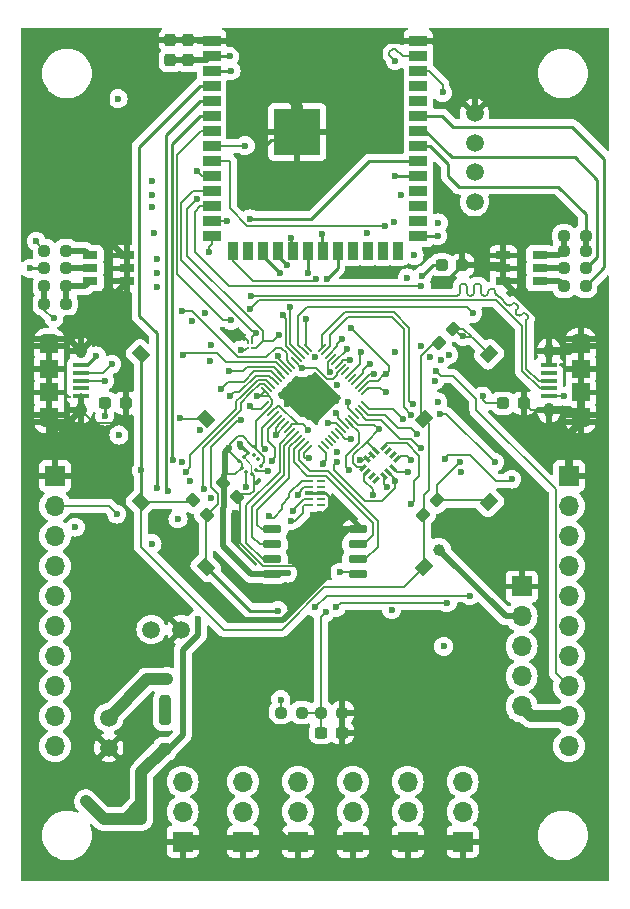
<source format=gbr>
%TF.GenerationSoftware,KiCad,Pcbnew,8.0.2*%
%TF.CreationDate,2024-08-20T16:45:35-03:00*%
%TF.ProjectId,dough,646f7567-682e-46b6-9963-61645f706362,rev?*%
%TF.SameCoordinates,Original*%
%TF.FileFunction,Copper,L1,Top*%
%TF.FilePolarity,Positive*%
%FSLAX46Y46*%
G04 Gerber Fmt 4.6, Leading zero omitted, Abs format (unit mm)*
G04 Created by KiCad (PCBNEW 8.0.2) date 2024-08-20 16:45:35*
%MOMM*%
%LPD*%
G01*
G04 APERTURE LIST*
G04 Aperture macros list*
%AMRoundRect*
0 Rectangle with rounded corners*
0 $1 Rounding radius*
0 $2 $3 $4 $5 $6 $7 $8 $9 X,Y pos of 4 corners*
0 Add a 4 corners polygon primitive as box body*
4,1,4,$2,$3,$4,$5,$6,$7,$8,$9,$2,$3,0*
0 Add four circle primitives for the rounded corners*
1,1,$1+$1,$2,$3*
1,1,$1+$1,$4,$5*
1,1,$1+$1,$6,$7*
1,1,$1+$1,$8,$9*
0 Add four rect primitives between the rounded corners*
20,1,$1+$1,$2,$3,$4,$5,0*
20,1,$1+$1,$4,$5,$6,$7,0*
20,1,$1+$1,$6,$7,$8,$9,0*
20,1,$1+$1,$8,$9,$2,$3,0*%
%AMRotRect*
0 Rectangle, with rotation*
0 The origin of the aperture is its center*
0 $1 length*
0 $2 width*
0 $3 Rotation angle, in degrees counterclockwise*
0 Add horizontal line*
21,1,$1,$2,0,0,$3*%
G04 Aperture macros list end*
%TA.AperFunction,SMDPad,CuDef*%
%ADD10R,1.500000X0.900000*%
%TD*%
%TA.AperFunction,SMDPad,CuDef*%
%ADD11R,0.900000X1.500000*%
%TD*%
%TA.AperFunction,SMDPad,CuDef*%
%ADD12R,3.900000X3.900000*%
%TD*%
%TA.AperFunction,ComponentPad*%
%ADD13C,1.500000*%
%TD*%
%TA.AperFunction,SMDPad,CuDef*%
%ADD14R,1.300000X0.700000*%
%TD*%
%TA.AperFunction,SMDPad,CuDef*%
%ADD15RoundRect,0.237500X0.287500X0.237500X-0.287500X0.237500X-0.287500X-0.237500X0.287500X-0.237500X0*%
%TD*%
%TA.AperFunction,SMDPad,CuDef*%
%ADD16RoundRect,0.250000X0.250000X-0.250000X0.250000X0.250000X-0.250000X0.250000X-0.250000X-0.250000X0*%
%TD*%
%TA.AperFunction,SMDPad,CuDef*%
%ADD17RoundRect,0.237500X0.250000X0.237500X-0.250000X0.237500X-0.250000X-0.237500X0.250000X-0.237500X0*%
%TD*%
%TA.AperFunction,SMDPad,CuDef*%
%ADD18RoundRect,0.237500X-0.300000X-0.237500X0.300000X-0.237500X0.300000X0.237500X-0.300000X0.237500X0*%
%TD*%
%TA.AperFunction,ComponentPad*%
%ADD19R,1.700000X1.700000*%
%TD*%
%TA.AperFunction,ComponentPad*%
%ADD20O,1.700000X1.700000*%
%TD*%
%TA.AperFunction,SMDPad,CuDef*%
%ADD21RoundRect,0.237500X0.044194X0.380070X-0.380070X-0.044194X-0.044194X-0.380070X0.380070X0.044194X0*%
%TD*%
%TA.AperFunction,SMDPad,CuDef*%
%ADD22RoundRect,0.237500X-0.250000X-0.237500X0.250000X-0.237500X0.250000X0.237500X-0.250000X0.237500X0*%
%TD*%
%TA.AperFunction,SMDPad,CuDef*%
%ADD23RoundRect,0.237500X-0.237500X0.300000X-0.237500X-0.300000X0.237500X-0.300000X0.237500X0.300000X0*%
%TD*%
%TA.AperFunction,BGAPad,CuDef*%
%ADD24C,0.250000*%
%TD*%
%TA.AperFunction,SMDPad,CuDef*%
%ADD25RotRect,1.250000X1.000000X45.000000*%
%TD*%
%TA.AperFunction,SMDPad,CuDef*%
%ADD26RoundRect,0.050000X0.309359X-0.238649X-0.238649X0.309359X-0.309359X0.238649X0.238649X-0.309359X0*%
%TD*%
%TA.AperFunction,SMDPad,CuDef*%
%ADD27RoundRect,0.050000X0.309359X0.238649X0.238649X0.309359X-0.309359X-0.238649X-0.238649X-0.309359X0*%
%TD*%
%TA.AperFunction,HeatsinkPad*%
%ADD28RotRect,3.200000X3.200000X135.000000*%
%TD*%
%TA.AperFunction,SMDPad,CuDef*%
%ADD29RotRect,1.250000X1.000000X315.000000*%
%TD*%
%TA.AperFunction,ComponentPad*%
%ADD30C,1.498600*%
%TD*%
%TA.AperFunction,SMDPad,CuDef*%
%ADD31RoundRect,0.237500X0.380070X-0.044194X-0.044194X0.380070X-0.380070X0.044194X0.044194X-0.380070X0*%
%TD*%
%TA.AperFunction,SMDPad,CuDef*%
%ADD32RoundRect,0.150000X0.650000X0.150000X-0.650000X0.150000X-0.650000X-0.150000X0.650000X-0.150000X0*%
%TD*%
%TA.AperFunction,SMDPad,CuDef*%
%ADD33RoundRect,0.237500X0.237500X-0.300000X0.237500X0.300000X-0.237500X0.300000X-0.237500X-0.300000X0*%
%TD*%
%TA.AperFunction,SMDPad,CuDef*%
%ADD34RotRect,0.254000X0.279400X135.000000*%
%TD*%
%TA.AperFunction,SMDPad,CuDef*%
%ADD35RotRect,0.254000X0.254000X45.000000*%
%TD*%
%TA.AperFunction,SMDPad,CuDef*%
%ADD36R,1.350000X0.400000*%
%TD*%
%TA.AperFunction,ComponentPad*%
%ADD37O,1.550000X0.890000*%
%TD*%
%TA.AperFunction,SMDPad,CuDef*%
%ADD38R,1.550000X1.200000*%
%TD*%
%TA.AperFunction,ComponentPad*%
%ADD39O,0.950000X1.250000*%
%TD*%
%TA.AperFunction,SMDPad,CuDef*%
%ADD40R,1.550000X1.500000*%
%TD*%
%TA.AperFunction,SMDPad,CuDef*%
%ADD41RoundRect,0.237500X-0.237500X0.250000X-0.237500X-0.250000X0.237500X-0.250000X0.237500X0.250000X0*%
%TD*%
%TA.AperFunction,SMDPad,CuDef*%
%ADD42RoundRect,0.050000X-0.300000X-0.050000X0.300000X-0.050000X0.300000X0.050000X-0.300000X0.050000X0*%
%TD*%
%TA.AperFunction,SMDPad,CuDef*%
%ADD43RoundRect,0.100000X-0.250000X-0.100000X0.250000X-0.100000X0.250000X0.100000X-0.250000X0.100000X0*%
%TD*%
%TA.AperFunction,SMDPad,CuDef*%
%ADD44RotRect,0.675000X0.250000X225.000000*%
%TD*%
%TA.AperFunction,SMDPad,CuDef*%
%ADD45RotRect,0.250000X0.675000X225.000000*%
%TD*%
%TA.AperFunction,ViaPad*%
%ADD46C,0.600000*%
%TD*%
%TA.AperFunction,ViaPad*%
%ADD47C,1.000000*%
%TD*%
%TA.AperFunction,Conductor*%
%ADD48C,0.200000*%
%TD*%
%TA.AperFunction,Conductor*%
%ADD49C,0.500000*%
%TD*%
%TA.AperFunction,Conductor*%
%ADD50C,0.150000*%
%TD*%
%TA.AperFunction,Conductor*%
%ADD51C,0.700000*%
%TD*%
%TA.AperFunction,Conductor*%
%ADD52C,0.250000*%
%TD*%
%TA.AperFunction,Conductor*%
%ADD53C,1.000000*%
%TD*%
%TA.AperFunction,Conductor*%
%ADD54C,0.400000*%
%TD*%
%TA.AperFunction,Conductor*%
%ADD55C,1.250000*%
%TD*%
%TA.AperFunction,Conductor*%
%ADD56C,1.500000*%
%TD*%
%TA.AperFunction,Conductor*%
%ADD57C,0.100000*%
%TD*%
G04 APERTURE END LIST*
D10*
%TO.P,U9,1,GND*%
%TO.N,GND*%
X114050000Y-37140000D03*
%TO.P,U9,2,3V3*%
%TO.N,+3V3*%
X114050000Y-38410000D03*
%TO.P,U9,3,EN*%
%TO.N,Net-(Q1-S)*%
X114050000Y-39680000D03*
%TO.P,U9,4,IO4*%
%TO.N,GPIO4_esp*%
X114050000Y-40950000D03*
%TO.P,U9,5,IO5*%
%TO.N,GPIO5_esp*%
X114050000Y-42220000D03*
%TO.P,U9,6,IO6*%
%TO.N,GPIO6_esp*%
X114050000Y-43490000D03*
%TO.P,U9,7,IO7*%
%TO.N,SCL0*%
X114050000Y-44760000D03*
%TO.P,U9,8,IO15*%
%TO.N,RP2040_RST*%
X114050000Y-46030000D03*
%TO.P,U9,9,IO16*%
%TO.N,SER_4*%
X114050000Y-47300000D03*
%TO.P,U9,10,IO17*%
%TO.N,SDA1*%
X114050000Y-48570000D03*
%TO.P,U9,11,IO18*%
%TO.N,SCL1*%
X114050000Y-49840000D03*
%TO.P,U9,12,IO8*%
%TO.N,SDA0*%
X114050000Y-51110000D03*
%TO.P,U9,13,IO19*%
%TO.N,Net-(U9-IO19)*%
X114050000Y-52380000D03*
%TO.P,U9,14,IO20*%
%TO.N,Net-(U9-IO20)*%
X114050000Y-53650000D03*
D11*
%TO.P,U9,15,IO3*%
%TO.N,SER_3*%
X115815000Y-54900000D03*
%TO.P,U9,16,IO46*%
%TO.N,unconnected-(U9-IO46-Pad16)*%
X117085000Y-54900000D03*
%TO.P,U9,17,IO9*%
%TO.N,SPI_BIT3*%
X118355000Y-54900000D03*
%TO.P,U9,18,IO10*%
%TO.N,SPI_CS*%
X119625000Y-54900000D03*
%TO.P,U9,19,IO11*%
%TO.N,SPI0_MOSI*%
X120895000Y-54900000D03*
%TO.P,U9,20,IO12*%
%TO.N,SPI0_CLK*%
X122165000Y-54900000D03*
%TO.P,U9,21,IO13*%
%TO.N,SPI0_MISO*%
X123435000Y-54900000D03*
%TO.P,U9,22,IO14*%
%TO.N,SPI_BIT2*%
X124705000Y-54900000D03*
%TO.P,U9,23,IO21*%
%TO.N,unconnected-(U9-IO21-Pad23)*%
X125975000Y-54900000D03*
%TO.P,U9,24,IO47*%
%TO.N,unconnected-(U9-IO47-Pad24)*%
X127245000Y-54900000D03*
%TO.P,U9,25,IO48*%
%TO.N,unconnected-(U9-IO48-Pad25)*%
X128515000Y-54900000D03*
%TO.P,U9,26,IO45*%
%TO.N,unconnected-(U9-IO45-Pad26)*%
X129785000Y-54900000D03*
D10*
%TO.P,U9,27,IO0*%
%TO.N,Net-(Q4-S)*%
X131550000Y-53650000D03*
%TO.P,U9,28,IO35*%
%TO.N,unconnected-(U9-IO35-Pad28)*%
X131550000Y-52380000D03*
%TO.P,U9,29,IO36*%
%TO.N,unconnected-(U9-IO36-Pad29)*%
X131550000Y-51110000D03*
%TO.P,U9,30,IO37*%
%TO.N,unconnected-(U9-IO37-Pad30)*%
X131550000Y-49840000D03*
%TO.P,U9,31,IO38*%
%TO.N,SD_CD*%
X131550000Y-48570000D03*
%TO.P,U9,32,IO39*%
%TO.N,SPI0_CS2*%
X131550000Y-47300000D03*
%TO.P,U9,33,IO40*%
%TO.N,LED2_B*%
X131550000Y-46030000D03*
%TO.P,U9,34,IO41*%
%TO.N,LED2_G*%
X131550000Y-44760000D03*
%TO.P,U9,35,IO42*%
%TO.N,LED2_R*%
X131550000Y-43490000D03*
%TO.P,U9,36,RXD0*%
%TO.N,unconnected-(U9-RXD0-Pad36)*%
X131550000Y-42220000D03*
%TO.P,U9,37,TXD0*%
%TO.N,unconnected-(U9-TXD0-Pad37)*%
X131550000Y-40950000D03*
%TO.P,U9,38,IO2*%
%TO.N,SER_2*%
X131550000Y-39680000D03*
%TO.P,U9,39,IO1*%
%TO.N,SER_1*%
X131550000Y-38410000D03*
%TO.P,U9,40,GND*%
%TO.N,GND*%
X131550000Y-37140000D03*
D12*
%TO.P,U9,41,GND*%
X121300000Y-44860000D03*
%TD*%
D13*
%TO.P,J1,1,1*%
%TO.N,GND*%
X111470000Y-86970200D03*
%TO.P,J1,2,2*%
%TO.N,Net-(D2-K)*%
X108930000Y-86970200D03*
%TD*%
D14*
%TO.P,D1,1,KB*%
%TO.N,GND*%
X106850000Y-57500000D03*
%TO.P,D1,2,KG*%
X106850000Y-56400000D03*
%TO.P,D1,3,KR*%
X106850000Y-55300000D03*
%TO.P,D1,4,AR*%
%TO.N,Net-(D1-AR)*%
X103750000Y-55300000D03*
%TO.P,D1,5,AG*%
%TO.N,Net-(D1-AG)*%
X103750000Y-56400000D03*
%TO.P,D1,6,AB*%
%TO.N,Net-(D1-AB)*%
X103750000Y-57500000D03*
%TD*%
D13*
%TO.P,J13,1,1*%
%TO.N,GND*%
X105329801Y-96965100D03*
%TO.P,J13,2,2*%
%TO.N,Net-(J13-Pad2)*%
X105329801Y-94425100D03*
%TD*%
D15*
%TO.P,D7,1,K*%
%TO.N,GND*%
X135275000Y-56100000D03*
%TO.P,D7,2,A*%
%TO.N,Net-(D7-A)*%
X133525000Y-56100000D03*
%TD*%
D16*
%TO.P,D10,1,K*%
%TO.N,+5V*%
X110100000Y-97050000D03*
%TO.P,D10,2,A*%
%TO.N,Net-(D10-A)*%
X110100000Y-94550000D03*
%TD*%
D17*
%TO.P,R29,1*%
%TO.N,LED2_G*%
X145712500Y-56400000D03*
%TO.P,R29,2*%
%TO.N,Net-(D5-AG)*%
X143887500Y-56400000D03*
%TD*%
D18*
%TO.P,C7,1*%
%TO.N,ADC2*%
X123337500Y-95700000D03*
%TO.P,C7,2*%
%TO.N,GND*%
X125062500Y-95700000D03*
%TD*%
D19*
%TO.P,J7,1,Pin_1*%
%TO.N,GND*%
X126000000Y-104925000D03*
D20*
%TO.P,J7,2,Pin_2*%
%TO.N,Net-(J7-Pin_2)*%
X126000000Y-102385000D03*
%TO.P,J7,3,Pin_3*%
%TO.N,SER_3*%
X126000000Y-99845000D03*
%TD*%
D19*
%TO.P,J6,1,Pin_1*%
%TO.N,GND*%
X130650000Y-104925000D03*
D20*
%TO.P,J6,2,Pin_2*%
%TO.N,Net-(J6-Pin_2)*%
X130650000Y-102385000D03*
%TO.P,J6,3,Pin_3*%
%TO.N,SER_2*%
X130650000Y-99845000D03*
%TD*%
D17*
%TO.P,R30,1*%
%TO.N,LED2_B*%
X145712500Y-54900000D03*
%TO.P,R30,2*%
%TO.N,Net-(D5-AB)*%
X143887500Y-54900000D03*
%TD*%
D19*
%TO.P,J12,1,Pin_1*%
%TO.N,GND*%
X100800000Y-73975000D03*
D20*
%TO.P,J12,2,Pin_2*%
%TO.N,SPI_BIT2*%
X100800000Y-76515000D03*
%TO.P,J12,3,Pin_3*%
%TO.N,SPI0_MISO*%
X100800000Y-79055000D03*
%TO.P,J12,4,Pin_4*%
%TO.N,SPI0_CLK*%
X100800000Y-81595000D03*
%TO.P,J12,5,Pin_5*%
%TO.N,SPI0_MOSI*%
X100800000Y-84135000D03*
%TO.P,J12,6,Pin_6*%
%TO.N,SPI_BIT3*%
X100800000Y-86675000D03*
%TO.P,J12,7,Pin_7*%
%TO.N,SPI0_CS2*%
X100800000Y-89215000D03*
%TO.P,J12,8,Pin_8*%
%TO.N,GPIO6_esp*%
X100800000Y-91755000D03*
%TO.P,J12,9,Pin_9*%
%TO.N,CANH*%
X100800000Y-94295000D03*
%TO.P,J12,10,Pin_10*%
%TO.N,CANL*%
X100800000Y-96835000D03*
%TD*%
D14*
%TO.P,D5,1,KB*%
%TO.N,GND*%
X138750000Y-55300000D03*
%TO.P,D5,2,KG*%
X138750000Y-56400000D03*
%TO.P,D5,3,KR*%
X138750000Y-57500000D03*
%TO.P,D5,4,AR*%
%TO.N,Net-(D5-AR)*%
X141850000Y-57500000D03*
%TO.P,D5,5,AG*%
%TO.N,Net-(D5-AG)*%
X141850000Y-56400000D03*
%TO.P,D5,6,AB*%
%TO.N,Net-(D5-AB)*%
X141850000Y-55300000D03*
%TD*%
D21*
%TO.P,C25,1*%
%TO.N,Net-(Q4-S)*%
X133159880Y-76040120D03*
%TO.P,C25,2*%
%TO.N,BUTTONS*%
X131940120Y-77259880D03*
%TD*%
D22*
%TO.P,R14,1*%
%TO.N,LED_R*%
X99887500Y-54900000D03*
%TO.P,R14,2*%
%TO.N,Net-(D1-AR)*%
X101712500Y-54900000D03*
%TD*%
D17*
%TO.P,R31,1*%
%TO.N,LED2_B*%
X145712500Y-53650000D03*
%TO.P,R31,2*%
%TO.N,Net-(D5-AB)*%
X143887500Y-53650000D03*
%TD*%
D23*
%TO.P,C401,1*%
%TO.N,GND*%
X112050000Y-37037500D03*
%TO.P,C401,2*%
%TO.N,+3V3*%
X112050000Y-38762500D03*
%TD*%
D19*
%TO.P,J4,1,Pin_1*%
%TO.N,GND*%
X111600000Y-104925000D03*
D20*
%TO.P,J4,2,Pin_2*%
%TO.N,Net-(J4-Pin_2)*%
X111600000Y-102385000D03*
%TO.P,J4,3,Pin_3*%
%TO.N,SER_6*%
X111600000Y-99845000D03*
%TD*%
D19*
%TO.P,J9,1,Pin_1*%
%TO.N,GND*%
X116700000Y-104925000D03*
D20*
%TO.P,J9,2,Pin_2*%
%TO.N,Net-(J9-Pin_2)*%
X116700000Y-102385000D03*
%TO.P,J9,3,Pin_3*%
%TO.N,SER_5*%
X116700000Y-99845000D03*
%TD*%
D24*
%TO.P,U7,A1,VSA*%
%TO.N,GND*%
X117100000Y-62700000D03*
%TO.P,U7,A2,SCL*%
%TO.N,SCL1*%
X117500000Y-62700000D03*
%TO.P,U7,B1,VDD*%
%TO.N,+3V3*%
X117100000Y-63100000D03*
%TO.P,U7,B2,SDA*%
%TO.N,SDA1*%
X117500000Y-63100000D03*
%TD*%
D25*
%TO.P,SW4,1,1*%
%TO.N,BUTTONS*%
X132059961Y-69140039D03*
%TO.P,SW4,2,2*%
%TO.N,Net-(Q1-S)*%
X137540039Y-63659961D03*
%TD*%
D26*
%TO.P,U2,1,IOVDD*%
%TO.N,+3V3*%
X123392202Y-71669157D03*
%TO.P,U2,2,GPIO0*%
%TO.N,unconnected-(U2-GPIO0-Pad2)*%
X123675045Y-71386314D03*
%TO.P,U2,3,GPIO1*%
%TO.N,unconnected-(U2-GPIO1-Pad3)*%
X123957887Y-71103472D03*
%TO.P,U2,4,GPIO2*%
%TO.N,unconnected-(U2-GPIO2-Pad4)*%
X124240730Y-70820629D03*
%TO.P,U2,5,GPIO3*%
%TO.N,unconnected-(U2-GPIO3-Pad5)*%
X124523573Y-70537786D03*
%TO.P,U2,6,GPIO4*%
%TO.N,SDA1*%
X124806415Y-70254944D03*
%TO.P,U2,7,GPIO5*%
%TO.N,SCL1*%
X125089258Y-69972101D03*
%TO.P,U2,8,GPIO6*%
%TO.N,SER_3*%
X125372101Y-69689258D03*
%TO.P,U2,9,GPIO7*%
%TO.N,SER_2*%
X125654944Y-69406415D03*
%TO.P,U2,10,IOVDD*%
%TO.N,+3V3*%
X125937786Y-69123573D03*
%TO.P,U2,11,GPIO8*%
%TO.N,SER_1*%
X126220629Y-68840730D03*
%TO.P,U2,12,GPIO9*%
%TO.N,SER_4*%
X126503472Y-68557887D03*
%TO.P,U2,13,GPIO10*%
%TO.N,SER_5*%
X126786314Y-68275045D03*
%TO.P,U2,14,GPIO11*%
%TO.N,SER_6*%
X127069157Y-67992202D03*
D27*
%TO.P,U2,15,GPIO12*%
%TO.N,SDA0*%
X127069157Y-66807798D03*
%TO.P,U2,16,GPIO13*%
%TO.N,SCL0*%
X126786314Y-66524955D03*
%TO.P,U2,17,GPIO14*%
%TO.N,ESP32_RST*%
X126503472Y-66242113D03*
%TO.P,U2,18,GPIO15*%
%TO.N,GPIO15*%
X126220629Y-65959270D03*
%TO.P,U2,19,TESTEN*%
%TO.N,unconnected-(U2-TESTEN-Pad19)*%
X125937786Y-65676427D03*
%TO.P,U2,20,XIN*%
%TO.N,Net-(U2-XIN)*%
X125654944Y-65393585D03*
%TO.P,U2,21,XOUT*%
%TO.N,unconnected-(U2-XOUT-Pad21)*%
X125372101Y-65110742D03*
%TO.P,U2,22,IOVDD*%
%TO.N,+3V3*%
X125089258Y-64827899D03*
%TO.P,U2,23,DVDD*%
%TO.N,+1V1*%
X124806415Y-64545056D03*
%TO.P,U2,24,SWCLK*%
%TO.N,SWCLK*%
X124523573Y-64262214D03*
%TO.P,U2,25,SWD*%
%TO.N,SWD*%
X124240730Y-63979371D03*
%TO.P,U2,26,RUN*%
%TO.N,Net-(Q5-S)*%
X123957887Y-63696528D03*
%TO.P,U2,27,GPIO16*%
%TO.N,GPIO16*%
X123675045Y-63413686D03*
%TO.P,U2,28,GPIO17*%
%TO.N,GPIO17*%
X123392202Y-63130843D03*
D26*
%TO.P,U2,29,GPIO18*%
%TO.N,GPIO18*%
X122207798Y-63130843D03*
%TO.P,U2,30,GPIO19*%
%TO.N,ESP32_BOOT*%
X121924955Y-63413686D03*
%TO.P,U2,31,GPIO20*%
%TO.N,UART1_TX*%
X121642113Y-63696528D03*
%TO.P,U2,32,GPIO21*%
%TO.N,UART1_RX*%
X121359270Y-63979371D03*
%TO.P,U2,33,IOVDD*%
%TO.N,+3V3*%
X121076427Y-64262214D03*
%TO.P,U2,34,GPIO22*%
%TO.N,LED_R*%
X120793585Y-64545056D03*
%TO.P,U2,35,GPIO23*%
%TO.N,LED_G*%
X120510742Y-64827899D03*
%TO.P,U2,36,GPIO24*%
%TO.N,LED_B*%
X120227899Y-65110742D03*
%TO.P,U2,37,GPIO25*%
%TO.N,BUZZER*%
X119945056Y-65393585D03*
%TO.P,U2,38,GPIO26_ADC0*%
%TO.N,ADC0*%
X119662214Y-65676427D03*
%TO.P,U2,39,GPIO27_ADC1*%
%TO.N,ADC1*%
X119379371Y-65959270D03*
%TO.P,U2,40,GPIO28_ADC2*%
%TO.N,ADC2*%
X119096528Y-66242113D03*
%TO.P,U2,41,GPIO29_ADC3*%
%TO.N,ADC3*%
X118813686Y-66524955D03*
%TO.P,U2,42,IOVDD*%
%TO.N,+3V3*%
X118530843Y-66807798D03*
D27*
%TO.P,U2,43,ADC_AVDD*%
%TO.N,ADC_VREF*%
X118530843Y-67992202D03*
%TO.P,U2,44,VREG_IN*%
%TO.N,+3V3*%
X118813686Y-68275045D03*
%TO.P,U2,45,VREG_VOUT*%
%TO.N,+1V1*%
X119096528Y-68557887D03*
%TO.P,U2,46,USB_DM*%
%TO.N,Net-(U2-USB_DM)*%
X119379371Y-68840730D03*
%TO.P,U2,47,USB_DP*%
%TO.N,Net-(U2-USB_DP)*%
X119662214Y-69123573D03*
%TO.P,U2,48,USB_VDD*%
%TO.N,+3V3*%
X119945056Y-69406415D03*
%TO.P,U2,49,IOVDD*%
X120227899Y-69689258D03*
%TO.P,U2,50,DVDD*%
%TO.N,+1V1*%
X120510742Y-69972101D03*
%TO.P,U2,51,QSPI_SD3*%
%TO.N,Net-(U1-IO3)*%
X120793585Y-70254944D03*
%TO.P,U2,52,QSPI_SCLK*%
%TO.N,Net-(U1-CLK)*%
X121076427Y-70537786D03*
%TO.P,U2,53,QSPI_SD0*%
%TO.N,Net-(U1-DI(IO0))*%
X121359270Y-70820629D03*
%TO.P,U2,54,QSPI_SD2*%
%TO.N,Net-(U1-IO2)*%
X121642113Y-71103472D03*
%TO.P,U2,55,QSPI_SD1*%
%TO.N,Net-(U1-DO(IO1))*%
X121924955Y-71386314D03*
%TO.P,U2,56,QSPI_SS*%
%TO.N,/RP2040 section/QSPI_SS*%
X122207798Y-71669157D03*
D28*
%TO.P,U2,57,GND*%
%TO.N,GND*%
X122800000Y-67400000D03*
%TD*%
D29*
%TO.P,SW301,1,1*%
%TO.N,BUTTONS*%
X108059961Y-63659961D03*
%TO.P,SW301,2,2*%
%TO.N,Net-(R18-Pad1)*%
X113540039Y-69140039D03*
%TD*%
%TO.P,SW1,1,1*%
%TO.N,BUTTONS*%
X108059961Y-76159961D03*
%TO.P,SW1,2,2*%
%TO.N,Net-(Q5-S)*%
X113540039Y-81640039D03*
%TD*%
D30*
%TO.P,U11,1,1*%
%TO.N,GND*%
X136308000Y-43271100D03*
%TO.P,U11,2,2*%
%TO.N,UART1_RX*%
X136308000Y-45760300D03*
%TO.P,U11,3,3*%
%TO.N,UART1_TX*%
X136308000Y-48249500D03*
%TO.P,U11,4,4*%
%TO.N,+3V3*%
X136308000Y-50738700D03*
%TD*%
D31*
%TO.P,C11,2*%
%TO.N,BUTTONS*%
X112440120Y-76040120D03*
%TO.P,C11,1*%
%TO.N,Net-(Q5-S)*%
X113659880Y-77259880D03*
%TD*%
D19*
%TO.P,J8,1,Pin_1*%
%TO.N,GND*%
X121350000Y-104925000D03*
D20*
%TO.P,J8,2,Pin_2*%
%TO.N,Net-(J8-Pin_2)*%
X121350000Y-102385000D03*
%TO.P,J8,3,Pin_3*%
%TO.N,SER_4*%
X121350000Y-99845000D03*
%TD*%
D32*
%TO.P,U1,1,~{CS}*%
%TO.N,/RP2040 section/QSPI_SS*%
X126400000Y-82305000D03*
%TO.P,U1,2,DO(IO1)*%
%TO.N,Net-(U1-DO(IO1))*%
X126400000Y-81035000D03*
%TO.P,U1,3,IO2*%
%TO.N,Net-(U1-IO2)*%
X126400000Y-79765000D03*
%TO.P,U1,4,GND*%
%TO.N,GND*%
X126400000Y-78495000D03*
%TO.P,U1,5,DI(IO0)*%
%TO.N,Net-(U1-DI(IO0))*%
X119200000Y-78495000D03*
%TO.P,U1,6,CLK*%
%TO.N,Net-(U1-CLK)*%
X119200000Y-79765000D03*
%TO.P,U1,7,IO3*%
%TO.N,Net-(U1-IO3)*%
X119200000Y-81035000D03*
%TO.P,U1,8,VCC*%
%TO.N,+3V3*%
X119200000Y-82305000D03*
%TD*%
D33*
%TO.P,C405,1*%
%TO.N,+3V3*%
X110540000Y-38762500D03*
%TO.P,C405,2*%
%TO.N,GND*%
X110540000Y-37037500D03*
%TD*%
D34*
%TO.P,U6,1,VDDIO*%
%TO.N,+3V3*%
X116585609Y-73260837D03*
%TO.P,U6,2,SCK*%
%TO.N,SCL1*%
X116939163Y-73614391D03*
D35*
%TO.P,U6,3,VSS*%
%TO.N,GND*%
X117493042Y-73800147D03*
%TO.P,U6,4,SDI*%
%TO.N,SDA1*%
X117846594Y-73446594D03*
%TO.P,U6,5,SDO*%
%TO.N,+3V3*%
X118200147Y-73093042D03*
D34*
%TO.P,U6,6,CSB*%
%TO.N,unconnected-(U6-CSB-Pad6)*%
X118014391Y-72539163D03*
%TO.P,U6,7,INT*%
%TO.N,BMP_INT*%
X117660837Y-72185609D03*
D35*
%TO.P,U6,8,VSS*%
%TO.N,GND*%
X117106958Y-71999853D03*
%TO.P,U6,9,VSS*%
X116753406Y-72353406D03*
%TO.P,U6,10,VDD*%
%TO.N,+3V3*%
X116399853Y-72706958D03*
%TD*%
D31*
%TO.P,C18,1*%
%TO.N,GND*%
X116234880Y-75759880D03*
%TO.P,C18,2*%
%TO.N,+3V3*%
X115015120Y-74540120D03*
%TD*%
D21*
%TO.P,C402,1*%
%TO.N,Net-(Q1-S)*%
X134509880Y-61490120D03*
%TO.P,C402,2*%
%TO.N,BUTTONS*%
X133290120Y-62709880D03*
%TD*%
D15*
%TO.P,D8,1,K*%
%TO.N,GND*%
X106775000Y-67800000D03*
%TO.P,D8,2,A*%
%TO.N,Net-(D8-A)*%
X105025000Y-67800000D03*
%TD*%
D17*
%TO.P,R32,1*%
%TO.N,LED2_R*%
X145712500Y-57900000D03*
%TO.P,R32,2*%
%TO.N,Net-(D5-AR)*%
X143887500Y-57900000D03*
%TD*%
D22*
%TO.P,R28,1*%
%TO.N,LED_B*%
X99887500Y-59400000D03*
%TO.P,R28,2*%
%TO.N,Net-(D1-AB)*%
X101712500Y-59400000D03*
%TD*%
D19*
%TO.P,J5,1,Pin_1*%
%TO.N,GND*%
X135300000Y-104925000D03*
D20*
%TO.P,J5,2,Pin_2*%
%TO.N,Net-(J5-Pin_2)*%
X135300000Y-102385000D03*
%TO.P,J5,3,Pin_3*%
%TO.N,SER_1*%
X135300000Y-99845000D03*
%TD*%
D15*
%TO.P,D9,1,K*%
%TO.N,GND*%
X140475000Y-67800000D03*
%TO.P,D9,2,A*%
%TO.N,Net-(D9-A)*%
X138725000Y-67800000D03*
%TD*%
D36*
%TO.P,J10,1,VBUS*%
%TO.N,Net-(D4-A)*%
X142600000Y-67200000D03*
%TO.P,J10,2,D-*%
%TO.N,USB2_D-*%
X142600000Y-66550000D03*
%TO.P,J10,3,D+*%
%TO.N,USB2_D+*%
X142600000Y-65900000D03*
%TO.P,J10,4,ID*%
%TO.N,unconnected-(J10-ID-Pad4)*%
X142600000Y-65250000D03*
%TO.P,J10,5,GND*%
%TO.N,GND*%
X142600000Y-64600000D03*
D37*
%TO.P,J10,6,Shield*%
X145300000Y-69400000D03*
D38*
X145300000Y-68800000D03*
D39*
X142600000Y-68400000D03*
D40*
X145300000Y-66900000D03*
X145300000Y-64900000D03*
D39*
X142600000Y-63400000D03*
D38*
X145300000Y-63000000D03*
D37*
X145300000Y-62400000D03*
%TD*%
D22*
%TO.P,R16,1*%
%TO.N,LED_B*%
X99887500Y-57900000D03*
%TO.P,R16,2*%
%TO.N,Net-(D1-AB)*%
X101712500Y-57900000D03*
%TD*%
%TO.P,R46,1*%
%TO.N,+5V*%
X119887500Y-94000000D03*
%TO.P,R46,2*%
%TO.N,ADC2*%
X121712500Y-94000000D03*
%TD*%
D19*
%TO.P,J2,1,Pin_1*%
%TO.N,GND*%
X140300000Y-83325000D03*
D20*
%TO.P,J2,2,Pin_2*%
%TO.N,+3V3*%
X140300000Y-85865000D03*
%TO.P,J2,3,Pin_3*%
%TO.N,SDA0*%
X140300000Y-88405000D03*
%TO.P,J2,4,Pin_4*%
%TO.N,SCL0*%
X140300000Y-90945000D03*
%TO.P,J2,5,Pin_5*%
%TO.N,+5V*%
X140300000Y-93485000D03*
%TD*%
D41*
%TO.P,R48,1*%
%TO.N,Net-(J13-Pad2)*%
X110100000Y-91187500D03*
%TO.P,R48,2*%
%TO.N,Net-(D10-A)*%
X110100000Y-93012500D03*
%TD*%
D22*
%TO.P,R15,1*%
%TO.N,LED_G*%
X99887500Y-56400000D03*
%TO.P,R15,2*%
%TO.N,Net-(D1-AG)*%
X101712500Y-56400000D03*
%TD*%
D19*
%TO.P,J11,1,Pin_1*%
%TO.N,GND*%
X144300000Y-73975000D03*
D20*
%TO.P,J11,2,Pin_2*%
%TO.N,ADC0*%
X144300000Y-76515000D03*
%TO.P,J11,3,Pin_3*%
%TO.N,ADC1*%
X144300000Y-79055000D03*
%TO.P,J11,4,Pin_4*%
%TO.N,unconnected-(J11-Pin_4-Pad4)*%
X144300000Y-81595000D03*
%TO.P,J11,5,Pin_5*%
%TO.N,GPIO15*%
X144300000Y-84135000D03*
%TO.P,J11,6,Pin_6*%
%TO.N,GPIO16*%
X144300000Y-86675000D03*
%TO.P,J11,7,Pin_7*%
%TO.N,GPIO17*%
X144300000Y-89215000D03*
%TO.P,J11,8,Pin_8*%
%TO.N,GPIO18*%
X144300000Y-91755000D03*
%TO.P,J11,9,Pin_9*%
%TO.N,+5V*%
X144300000Y-94295000D03*
%TO.P,J11,10,Pin_10*%
%TO.N,+3V3*%
X144300000Y-96835000D03*
%TD*%
D42*
%TO.P,U10,1,IO1*%
%TO.N,USB2_D+*%
X122300000Y-74400000D03*
%TO.P,U10,2,IO2*%
%TO.N,USB2_D-*%
X122300000Y-74900000D03*
D43*
%TO.P,U10,3,GND*%
%TO.N,GND*%
X122300000Y-75400000D03*
D42*
%TO.P,U10,4,IO3*%
%TO.N,USB1_D-*%
X122300000Y-75900000D03*
%TO.P,U10,5,IO4*%
%TO.N,USB1_D+*%
X122300000Y-76400000D03*
%TO.P,U10,6*%
%TO.N,N/C*%
X123300000Y-76400000D03*
%TO.P,U10,7*%
X123300000Y-75900000D03*
D43*
%TO.P,U10,8,GND*%
%TO.N,GND*%
X123300000Y-75400000D03*
D42*
%TO.P,U10,9*%
%TO.N,N/C*%
X123300000Y-74900000D03*
%TO.P,U10,10*%
X123300000Y-74400000D03*
%TD*%
D44*
%TO.P,U8,1,SDO*%
%TO.N,Net-(U8-SDO)*%
X129723052Y-72537608D03*
%TO.P,U8,2,ASDx*%
%TO.N,unconnected-(U8-ASDx-Pad2)*%
X129369499Y-72184054D03*
%TO.P,U8,3,ASCx*%
%TO.N,unconnected-(U8-ASCx-Pad3)*%
X129015946Y-71830501D03*
%TO.P,U8,4,INT1*%
%TO.N,BMI_INT1*%
X128662392Y-71476948D03*
D45*
%TO.P,U8,5,VDDIO*%
%TO.N,+3V3*%
X127937608Y-71830501D03*
%TO.P,U8,6,GNDIO*%
%TO.N,GND*%
X127584054Y-72184054D03*
%TO.P,U8,7,GND*%
X127230501Y-72537608D03*
D44*
%TO.P,U8,8,VDD*%
%TO.N,+3V3*%
X126876948Y-73262392D03*
%TO.P,U8,9,INT2*%
%TO.N,BMI_INT2*%
X127230501Y-73615946D03*
%TO.P,U8,10,OCSB*%
%TO.N,unconnected-(U8-OCSB-Pad10)*%
X127584054Y-73969499D03*
%TO.P,U8,11,OSDO*%
%TO.N,unconnected-(U8-OSDO-Pad11)*%
X127937608Y-74323052D03*
D45*
%TO.P,U8,12,CSB*%
%TO.N,Net-(U8-CSB)*%
X128662392Y-73969499D03*
%TO.P,U8,13,SCx*%
%TO.N,SCL1*%
X129015946Y-73615946D03*
%TO.P,U8,14,SDx*%
%TO.N,SDA1*%
X129369499Y-73262392D03*
%TD*%
D25*
%TO.P,SW2,1,1*%
%TO.N,BUTTONS*%
X132059961Y-81640039D03*
%TO.P,SW2,2,2*%
%TO.N,Net-(Q4-S)*%
X137540039Y-76159961D03*
%TD*%
D36*
%TO.P,J3,1,VBUS*%
%TO.N,Net-(D6-A)*%
X103000000Y-64600000D03*
%TO.P,J3,2,D-*%
%TO.N,USB1_D-*%
X103000000Y-65250000D03*
%TO.P,J3,3,D+*%
%TO.N,USB1_D+*%
X103000000Y-65900000D03*
%TO.P,J3,4,ID*%
%TO.N,unconnected-(J3-ID-Pad4)*%
X103000000Y-66550000D03*
%TO.P,J3,5,GND*%
%TO.N,GND*%
X103000000Y-67200000D03*
D37*
%TO.P,J3,6,Shield*%
X100300000Y-62400000D03*
D38*
X100300000Y-63000000D03*
D39*
X103000000Y-63400000D03*
D40*
X100300000Y-64900000D03*
X100300000Y-66900000D03*
D39*
X103000000Y-68400000D03*
D38*
X100300000Y-68800000D03*
D37*
X100300000Y-69400000D03*
%TD*%
D22*
%TO.P,R47,1*%
%TO.N,ADC2*%
X123287500Y-94000000D03*
%TO.P,R47,2*%
%TO.N,GND*%
X125112500Y-94000000D03*
%TD*%
D46*
%TO.N,SDA1*%
X124700000Y-71966929D03*
%TO.N,GND*%
X116421402Y-71291772D03*
X116550000Y-62150000D03*
X113975000Y-75850000D03*
X132900000Y-57500000D03*
X126617013Y-72638443D03*
X114600000Y-85100000D03*
X123200000Y-77200000D03*
D47*
X119500000Y-96100000D03*
D46*
X117400000Y-47200000D03*
X120461965Y-67838035D03*
X123300000Y-79600000D03*
%TO.N,+5V*%
X133700000Y-88400000D03*
X134125000Y-63700000D03*
X130600000Y-57200000D03*
D47*
X108100000Y-103000000D03*
D46*
X119900000Y-92900000D03*
X103400000Y-101500000D03*
X112900000Y-86100000D03*
%TO.N,+3V3*%
X128225000Y-70009880D03*
X120500000Y-82187200D03*
X116500000Y-63300000D03*
X117900000Y-67201200D03*
X131774999Y-62988172D03*
X115500000Y-71600000D03*
X115592800Y-38448400D03*
X119458578Y-70458578D03*
D47*
X133300000Y-80200000D03*
D46*
X123459135Y-72957600D03*
X121725735Y-64825735D03*
%TO.N,+1V1*%
X125737734Y-64150548D03*
X122196800Y-70046000D03*
%TO.N,ADC3*%
X113400000Y-75100000D03*
%TO.N,ADC_VREF*%
X117269200Y-68064800D03*
%TO.N,SDA1*%
X119780535Y-62000000D03*
X125840760Y-70800389D03*
X112829492Y-48147232D03*
X130700000Y-73602000D03*
X135200000Y-73602000D03*
X118800000Y-73572647D03*
X112800000Y-50552258D03*
X124671050Y-66301200D03*
%TO.N,SCL1*%
X129600000Y-74400000D03*
X116932842Y-74900000D03*
X117793413Y-61906587D03*
X124638388Y-72764554D03*
X123900000Y-69500000D03*
%TO.N,SER_1*%
X125596244Y-67700748D03*
X129600000Y-38800000D03*
%TO.N,SER_2*%
X133600000Y-41500000D03*
X129300000Y-85300000D03*
X125650000Y-73450000D03*
%TO.N,SER_3*%
X122900000Y-57300000D03*
X122800000Y-63900000D03*
X124543413Y-68656587D03*
%TO.N,SER_4*%
X128700000Y-52800000D03*
X131200000Y-55300000D03*
X131813515Y-71600588D03*
%TO.N,SWCLK*%
X125471224Y-63200000D03*
%TO.N,SWD*%
X124105362Y-65169830D03*
%TO.N,SER_5*%
X131424265Y-70375735D03*
%TO.N,LED_R*%
X111500000Y-60000000D03*
X99200000Y-54100000D03*
%TO.N,LED_G*%
X113900000Y-64200000D03*
X98700000Y-56400000D03*
X119703476Y-63792318D03*
%TO.N,LED_B*%
X111600000Y-63700000D03*
X100700000Y-60600000D03*
%TO.N,BMI_INT2*%
X127700000Y-75548528D03*
%TO.N,BMI_INT1*%
X130900000Y-76354844D03*
%TO.N,Net-(U2-XIN)*%
X126700000Y-63500000D03*
%TO.N,USB1_D-*%
X105600000Y-64500000D03*
X120900000Y-76900000D03*
%TO.N,USB1_D+*%
X120774400Y-77767600D03*
X105000000Y-65900000D03*
%TO.N,Net-(U8-SDO)*%
X130934400Y-72586000D03*
%TO.N,Net-(D4-A)*%
X143900000Y-67200000D03*
%TO.N,Net-(D8-A)*%
X105000000Y-68900000D03*
%TO.N,ESP32_RST*%
X106123058Y-42023058D03*
X127786135Y-65321684D03*
%TO.N,Net-(D9-A)*%
X137000000Y-67200000D03*
%TO.N,Net-(Q1-S)*%
X135350000Y-62150000D03*
X115694400Y-39667600D03*
%TO.N,SPI0_CLK*%
X122200000Y-56800000D03*
X109200000Y-53400000D03*
%TO.N,Net-(D6-A)*%
X104300000Y-63800000D03*
%TO.N,SPI_CS*%
X120395248Y-56147520D03*
X109400000Y-55600000D03*
%TO.N,USB2_D+*%
X117400000Y-58700000D03*
X118900000Y-77400000D03*
X113500000Y-60200000D03*
%TO.N,USB2_D-*%
X121354235Y-75570351D03*
X117324265Y-59824265D03*
X112350000Y-60850000D03*
%TO.N,SD_CD*%
X129600000Y-48600000D03*
X109000000Y-49000000D03*
%TO.N,SPI_BIT3*%
X109400000Y-56800000D03*
X119800000Y-56800000D03*
%TO.N,SPI0_MISO*%
X123400000Y-53500000D03*
X109000000Y-50200000D03*
%TO.N,SPI_BIT2*%
X106025000Y-77206340D03*
X123800000Y-57283884D03*
X109400000Y-58000000D03*
%TO.N,SPI0_MOSI*%
X102500000Y-78300000D03*
X120800000Y-53800000D03*
X109000000Y-51200000D03*
%TO.N,UART1_TX*%
X120725000Y-59700000D03*
X133250000Y-52550000D03*
%TO.N,UART1_RX*%
X120130535Y-60300000D03*
X130100000Y-50200000D03*
%TO.N,SCL0*%
X132925000Y-65900000D03*
X125825000Y-61425000D03*
X128851600Y-65372400D03*
X115700000Y-60800000D03*
%TO.N,SDA0*%
X128851600Y-66896400D03*
X133200000Y-67700000D03*
X131800000Y-57900000D03*
%TO.N,Net-(R18-Pad1)*%
X111400000Y-69100000D03*
%TO.N,/RP2040 section/QSPI_SS*%
X113092893Y-70107107D03*
X124889200Y-82136400D03*
X122300000Y-72450000D03*
%TO.N,Net-(U2-USB_DM)*%
X118601142Y-71682742D03*
%TO.N,Net-(U2-USB_DP)*%
X119127135Y-72675665D03*
%TO.N,SER_6*%
X130208598Y-69119724D03*
%TO.N,Net-(D7-A)*%
X131900000Y-57000000D03*
%TO.N,BUZZER*%
X127200000Y-53400000D03*
X115500000Y-65100000D03*
%TO.N,GPIO17*%
X133400000Y-68700000D03*
X138000000Y-72800000D03*
X131100000Y-67900000D03*
%TO.N,ADC1*%
X115600000Y-67200000D03*
X112225000Y-74375000D03*
X134000000Y-84700000D03*
X124600000Y-85100000D03*
%TO.N,GPIO18*%
X132548703Y-63900000D03*
X122000000Y-60700000D03*
%TO.N,ADC0*%
X122800000Y-85100000D03*
X111575735Y-72824265D03*
X114800000Y-66600000D03*
X135900000Y-84100000D03*
%TO.N,ADC2*%
X111900000Y-73600000D03*
X123700000Y-85500000D03*
%TO.N,GPIO15*%
X133471424Y-64161348D03*
X127432412Y-64500000D03*
%TO.N,GPIO16*%
X130948231Y-68796785D03*
X133800000Y-72500000D03*
X139450000Y-74236828D03*
%TO.N,Net-(Q4-S)*%
X135100000Y-72800000D03*
X133179266Y-53640042D03*
%TO.N,GPIO6_esp*%
X110800000Y-72600000D03*
%TO.N,SPI0_CS2*%
X117300000Y-52200000D03*
X106200000Y-70500000D03*
X114000000Y-62900000D03*
%TO.N,GPIO5_esp*%
X110343413Y-75256587D03*
X111200000Y-77600000D03*
%TO.N,GPIO4_esp*%
X109400000Y-75000000D03*
X109000000Y-79700000D03*
%TO.N,ESP32_BOOT*%
X136150000Y-60200000D03*
%TO.N,Net-(Q5-S)*%
X119674265Y-85374265D03*
X129600000Y-63500000D03*
X125100000Y-62400000D03*
X116520026Y-69199999D03*
%TO.N,RP2040_RST*%
X129500000Y-52500000D03*
X116900000Y-46000000D03*
%TO.N,Net-(U9-IO20)*%
X113800000Y-54975000D03*
%TO.N,Net-(U9-IO19)*%
X115350000Y-52400000D03*
%TO.N,BUTTONS*%
X108100000Y-73500000D03*
%TO.N,Net-(U8-CSB)*%
X128900000Y-74900000D03*
%TO.N,GPIO18*%
X133059135Y-65100000D03*
%TD*%
D48*
%TO.N,Net-(Q5-S)*%
X114575000Y-76344760D02*
X113659880Y-77259880D01*
X114575000Y-75475000D02*
X114575000Y-76344760D01*
X113967897Y-71532103D02*
X113967897Y-74867897D01*
X116300001Y-69199999D02*
X113967897Y-71532103D01*
X116520026Y-69199999D02*
X116300001Y-69199999D01*
X113967897Y-74867897D02*
X114575000Y-75475000D01*
%TO.N,SER_6*%
X127376955Y-68300000D02*
X127069157Y-67992202D01*
X129388874Y-68300000D02*
X127376955Y-68300000D01*
X130208598Y-69119724D02*
X129388874Y-68300000D01*
%TO.N,SER_5*%
X127155635Y-68644365D02*
X126786314Y-68275045D01*
X128694365Y-68794365D02*
X127305635Y-68794365D01*
X129800000Y-69900000D02*
X128694365Y-68794365D01*
X131424265Y-70375735D02*
X130948530Y-69900000D01*
X130948530Y-69900000D02*
X129800000Y-69900000D01*
X127305635Y-68794365D02*
X127155635Y-68644365D01*
%TO.N,SER_4*%
X127145585Y-69200000D02*
X126503472Y-68557887D01*
X130900000Y-70800000D02*
X130000000Y-70800000D01*
X131700588Y-71600588D02*
X130900000Y-70800000D01*
X131813515Y-71600588D02*
X131700588Y-71600588D01*
X130000000Y-70800000D02*
X128400000Y-69200000D01*
X128400000Y-69200000D02*
X127145585Y-69200000D01*
D49*
%TO.N,+3V3*%
X117405000Y-82305000D02*
X119200000Y-82305000D01*
X114975000Y-79875000D02*
X117405000Y-82305000D01*
X115125000Y-76572577D02*
X114975000Y-76722577D01*
X114975000Y-76722577D02*
X114975000Y-79875000D01*
X115125000Y-73855240D02*
X115125000Y-76572577D01*
X115190120Y-73790120D02*
X115125000Y-73855240D01*
D48*
%TO.N,Net-(U1-IO3)*%
X117000000Y-79634999D02*
X118400001Y-81035000D01*
X117000000Y-76450000D02*
X117000000Y-79634999D01*
X118400001Y-81035000D02*
X119200000Y-81035000D01*
X119815600Y-71232925D02*
X119815600Y-73634400D01*
X119815600Y-73634400D02*
X117000000Y-76450000D01*
X120793583Y-70254942D02*
X119815600Y-71232925D01*
%TO.N,USB2_D+*%
X120625000Y-75451057D02*
X121676057Y-74400000D01*
X120000000Y-76800000D02*
X120000000Y-76400000D01*
X120625000Y-75775000D02*
X120625000Y-75451057D01*
X119300000Y-77500000D02*
X120000000Y-76800000D01*
X119000000Y-77500000D02*
X119300000Y-77500000D01*
X121676057Y-74400000D02*
X122300000Y-74400000D01*
X118900000Y-77400000D02*
X119000000Y-77500000D01*
X120000000Y-76400000D02*
X120625000Y-75775000D01*
%TO.N,/RP2040 section/QSPI_SS*%
X121828400Y-72328400D02*
X121828400Y-72048559D01*
X121950000Y-72450000D02*
X121828400Y-72328400D01*
X122300000Y-72450000D02*
X121950000Y-72450000D01*
X121828400Y-72048559D02*
X122207800Y-71669159D01*
%TO.N,+3V3*%
X123771600Y-72645135D02*
X123771600Y-72048555D01*
X123466800Y-72949935D02*
X123459135Y-72957600D01*
X123466800Y-72589069D02*
X123466800Y-72949935D01*
X123459135Y-72957600D02*
X123771600Y-72645135D01*
X123771600Y-72048555D02*
X123392202Y-71669157D01*
%TO.N,SDA1*%
X125351864Y-70800389D02*
X124806417Y-70254942D01*
X125840760Y-70800389D02*
X125351864Y-70800389D01*
D50*
%TO.N,SCL1*%
X129600000Y-75013173D02*
X129600000Y-74400000D01*
X128489645Y-76123528D02*
X129600000Y-75013173D01*
X127073528Y-76123528D02*
X128489645Y-76123528D01*
X124400000Y-73450000D02*
X127073528Y-76123528D01*
X124400000Y-73002942D02*
X124400000Y-73450000D01*
X124638388Y-72764554D02*
X124400000Y-73002942D01*
D48*
%TO.N,SER_2*%
X125701159Y-69452628D02*
X125654944Y-69406415D01*
X126500000Y-71177607D02*
X126500000Y-70251469D01*
X125425000Y-72252607D02*
X126500000Y-71177607D01*
X126500000Y-70251469D02*
X125701159Y-69452628D01*
X125425000Y-73225000D02*
X125425000Y-72252607D01*
X125650000Y-73450000D02*
X125425000Y-73225000D01*
D50*
%TO.N,GPIO18*%
X143175000Y-90630000D02*
X144300000Y-91755000D01*
X143175000Y-75100000D02*
X143175000Y-90630000D01*
X136425000Y-67425000D02*
X136425000Y-68350000D01*
X136425000Y-68350000D02*
X143175000Y-75100000D01*
X134500000Y-65500000D02*
X136425000Y-67425000D01*
X133475000Y-65500000D02*
X134500000Y-65500000D01*
X133075000Y-65100000D02*
X133475000Y-65500000D01*
X133059135Y-65100000D02*
X133075000Y-65100000D01*
D48*
%TO.N,+3V3*%
X127175200Y-71059680D02*
X127175200Y-71068093D01*
X128225000Y-70009880D02*
X127175200Y-71059680D01*
X125937790Y-69123573D02*
X125937786Y-69123573D01*
X126432440Y-69618223D02*
X125937790Y-69123573D01*
X127833343Y-69618223D02*
X126432440Y-69618223D01*
X128225000Y-70009880D02*
X127833343Y-69618223D01*
D49*
%TO.N,Net-(D1-AR)*%
X103350000Y-54900000D02*
X103750000Y-55300000D01*
X101712500Y-54900000D02*
X103350000Y-54900000D01*
%TO.N,Net-(D1-AG)*%
X101712500Y-56400000D02*
X103750000Y-56400000D01*
%TO.N,Net-(D1-AB)*%
X101712500Y-59400000D02*
X101712500Y-57900000D01*
X101712500Y-57900000D02*
X103350000Y-57900000D01*
X103350000Y-57900000D02*
X103750000Y-57500000D01*
D51*
%TO.N,GND*%
X121350000Y-104925000D02*
X120500000Y-104925000D01*
D49*
X114050000Y-37140000D02*
X131550000Y-37140000D01*
D51*
X144300000Y-70400000D02*
X145300000Y-69400000D01*
D49*
X142600000Y-63400000D02*
X142600000Y-61350000D01*
D52*
X123975000Y-76606716D02*
X123975000Y-75693284D01*
X123681716Y-75400000D02*
X123300000Y-75400000D01*
D49*
X114600000Y-85100000D02*
X115624265Y-86124265D01*
D53*
X119500000Y-103800000D02*
X119500000Y-104925000D01*
D49*
X138450000Y-56100000D02*
X138750000Y-56400000D01*
X102000000Y-69400000D02*
X103000000Y-68400000D01*
D52*
X123200000Y-77200000D02*
X123381716Y-77200000D01*
D49*
X105178800Y-61221200D02*
X105178800Y-59200000D01*
D48*
X106775000Y-68925000D02*
X106200000Y-69500000D01*
D49*
X109162500Y-37037500D02*
X110540000Y-37037500D01*
X138750000Y-56400000D02*
X138750000Y-55300000D01*
X112050000Y-37037500D02*
X113947500Y-37037500D01*
D50*
X116409880Y-75509880D02*
X116409880Y-79650076D01*
D52*
X122300000Y-75400000D02*
X123300000Y-75400000D01*
D54*
X123900000Y-80200000D02*
X123300000Y-79600000D01*
D49*
X132800000Y-37140000D02*
X136308000Y-40648000D01*
X115680000Y-37140000D02*
X121300000Y-42760000D01*
D50*
X116409880Y-79650076D02*
X118369804Y-81610000D01*
X118369804Y-81610000D02*
X121290000Y-81610000D01*
D49*
X145300000Y-64900000D02*
X145300000Y-63000000D01*
D48*
X126899855Y-72638443D02*
X127000690Y-72537608D01*
D49*
X102000000Y-62400000D02*
X103000000Y-63400000D01*
D51*
X144300000Y-68400000D02*
X145300000Y-69400000D01*
D50*
X117493042Y-73800147D02*
X117600000Y-73907105D01*
D49*
X110540000Y-37037500D02*
X112050000Y-37037500D01*
X142600000Y-61350000D02*
X138750000Y-57500000D01*
D48*
X116753406Y-72353406D02*
X116753406Y-72353405D01*
D51*
X142600000Y-63400000D02*
X144300000Y-63400000D01*
D52*
X117400000Y-47200000D02*
X119040000Y-45560000D01*
D49*
X100300000Y-69400000D02*
X102000000Y-69400000D01*
D55*
X120500000Y-104925000D02*
X119500000Y-104925000D01*
D48*
X100300000Y-62400000D02*
X100300000Y-63000000D01*
X126617013Y-72638443D02*
X126899855Y-72638443D01*
D50*
X117600000Y-75200000D02*
X117290120Y-75509880D01*
D48*
X106200000Y-69500000D02*
X104100000Y-69500000D01*
D52*
X124740858Y-76459142D02*
X124122574Y-76459142D01*
D49*
X118400000Y-104900000D02*
X119500000Y-103800000D01*
D52*
X123975000Y-75693284D02*
X123681716Y-75400000D01*
X119040000Y-45560000D02*
X119900000Y-45560000D01*
D49*
X105178800Y-53900000D02*
X105178800Y-41021200D01*
D56*
X113800000Y-90400000D02*
X119500000Y-96100000D01*
D54*
X124495001Y-79604999D02*
X123900000Y-80200000D01*
D48*
X127584054Y-72184054D02*
X127584054Y-72184055D01*
X100300000Y-68800000D02*
X100300000Y-69400000D01*
D54*
X124740858Y-76459142D02*
X126400000Y-78118284D01*
D55*
X126000000Y-104925000D02*
X130650000Y-104925000D01*
D48*
X120886826Y-67400000D02*
X122800000Y-67400000D01*
D51*
X119500000Y-103925000D02*
X120500000Y-104925000D01*
D48*
X117100000Y-62523224D02*
X117100000Y-62700000D01*
D57*
X117403239Y-73003239D02*
X116753406Y-72353406D01*
D49*
X120097917Y-86124265D02*
X123900000Y-82322182D01*
X100800000Y-69900000D02*
X100300000Y-69400000D01*
D48*
X124495001Y-79600000D02*
X124495001Y-79604999D01*
D50*
X121290000Y-81610000D02*
X123300000Y-79600000D01*
D49*
X106850000Y-57528800D02*
X105178800Y-59200000D01*
D48*
X127000690Y-72537608D02*
X127230501Y-72537608D01*
D52*
X123381716Y-77200000D02*
X123975000Y-76606716D01*
D51*
X144300000Y-73975000D02*
X144300000Y-70400000D01*
D48*
X124740858Y-76459142D02*
X123975000Y-75693284D01*
D54*
X126400000Y-78118284D02*
X126400000Y-78495000D01*
D52*
X135275000Y-56100000D02*
X133875000Y-57500000D01*
D49*
X118400000Y-104925000D02*
X118400000Y-104900000D01*
D48*
X116753406Y-72353405D02*
X117106958Y-71999853D01*
D49*
X100800000Y-72500000D02*
X100800000Y-69900000D01*
X100300000Y-62400000D02*
X102000000Y-62400000D01*
D52*
X113947500Y-37037500D02*
X114050000Y-37140000D01*
D53*
X119500000Y-96100000D02*
X119500000Y-103800000D01*
D49*
X105178800Y-59200000D02*
X105178800Y-53900000D01*
D48*
X117106958Y-71999853D02*
X117106958Y-71977328D01*
X142600000Y-64600000D02*
X142600000Y-63400000D01*
D49*
X106850000Y-55300000D02*
X106578800Y-55300000D01*
X100800000Y-73975000D02*
X100800000Y-72500000D01*
D48*
X116550000Y-62150000D02*
X116726776Y-62150000D01*
D49*
X100800000Y-69900000D02*
X101500000Y-69900000D01*
D55*
X111600000Y-104925000D02*
X116700000Y-104925000D01*
D50*
X117290120Y-75509880D02*
X116409880Y-75509880D01*
D48*
X141075000Y-68400000D02*
X142600000Y-68400000D01*
X104100000Y-69500000D02*
X103000000Y-68400000D01*
X120867678Y-67380852D02*
X120886826Y-67400000D01*
D49*
X131550000Y-37140000D02*
X132800000Y-37140000D01*
D48*
X140475000Y-67800000D02*
X141075000Y-68400000D01*
D49*
X100300000Y-69400000D02*
X100300000Y-66900000D01*
X114050000Y-37140000D02*
X115680000Y-37140000D01*
X115624265Y-86124265D02*
X120097917Y-86124265D01*
D55*
X126000000Y-104925000D02*
X121350000Y-104925000D01*
D49*
X103000000Y-67200000D02*
X103000000Y-68400000D01*
X105178800Y-41021200D02*
X109162500Y-37037500D01*
X123900000Y-82322182D02*
X123900000Y-80200000D01*
D55*
X118400000Y-104925000D02*
X116700000Y-104925000D01*
D57*
X117493042Y-73800147D02*
X117403239Y-73710344D01*
D50*
X117600000Y-73907105D02*
X117600000Y-75200000D01*
D54*
X123900000Y-79600000D02*
X123900000Y-80200000D01*
D55*
X119500000Y-104925000D02*
X118400000Y-104925000D01*
D57*
X117403239Y-73710344D02*
X117403239Y-73003239D01*
D54*
X125600001Y-78495000D02*
X124495001Y-79600000D01*
D48*
X117106958Y-71977328D02*
X116421402Y-71291772D01*
X116726776Y-62150000D02*
X117100000Y-62523224D01*
D49*
X100300000Y-66900000D02*
X100300000Y-64900000D01*
D55*
X130650000Y-104925000D02*
X135300000Y-104925000D01*
D49*
X100300000Y-64900000D02*
X100300000Y-63000000D01*
D53*
X121300000Y-42760000D02*
X121300000Y-44860000D01*
D52*
X133875000Y-57500000D02*
X132900000Y-57500000D01*
D49*
X106850000Y-57500000D02*
X106850000Y-56400000D01*
X135275000Y-56100000D02*
X138450000Y-56100000D01*
X136308000Y-40648000D02*
X136308000Y-43271100D01*
X119500000Y-103800000D02*
X119500000Y-103925000D01*
D54*
X123900000Y-79600000D02*
X123300000Y-79600000D01*
D49*
X103000000Y-63400000D02*
X105178800Y-61221200D01*
X101500000Y-69900000D02*
X102000000Y-69400000D01*
D51*
X145300000Y-69400000D02*
X145300000Y-66900000D01*
D52*
X124122574Y-76459142D02*
X123381716Y-77200000D01*
D54*
X124495001Y-79600000D02*
X123900000Y-79600000D01*
D49*
X106850000Y-56400000D02*
X106850000Y-55300000D01*
D51*
X142600000Y-68400000D02*
X144300000Y-68400000D01*
X144300000Y-63400000D02*
X145300000Y-62400000D01*
D52*
X126400000Y-78495000D02*
X125600001Y-78495000D01*
D49*
X106578800Y-55300000D02*
X105178800Y-53900000D01*
D48*
X127584054Y-72184055D02*
X127230501Y-72537608D01*
D49*
X138750000Y-57500000D02*
X138750000Y-56400000D01*
D48*
X106775000Y-67750000D02*
X106775000Y-68925000D01*
D53*
%TO.N,+5V*%
X104900000Y-103000000D02*
X106800000Y-103000000D01*
X108100000Y-103000000D02*
X108100000Y-101700000D01*
D49*
X111600000Y-95900000D02*
X111600000Y-88700000D01*
X110450000Y-97050000D02*
X111300000Y-96200000D01*
D53*
X108100000Y-101700000D02*
X108100000Y-99050000D01*
X108100000Y-99050000D02*
X110100000Y-97050000D01*
D49*
X111600000Y-88700000D02*
X112900000Y-87400000D01*
D53*
X103400000Y-101500000D02*
X104900000Y-103000000D01*
D49*
X110100000Y-97050000D02*
X110450000Y-97050000D01*
D48*
X119887500Y-94000000D02*
X119900000Y-92900000D01*
X119900000Y-92900000D02*
X119887500Y-92987500D01*
D53*
X141110000Y-94295000D02*
X140300000Y-93485000D01*
X144300000Y-94295000D02*
X141110000Y-94295000D01*
X108100000Y-101700000D02*
X106800000Y-103000000D01*
X106800000Y-103000000D02*
X108100000Y-103000000D01*
D49*
X112900000Y-87400000D02*
X112900000Y-86100000D01*
X111300000Y-96200000D02*
X111600000Y-95900000D01*
D50*
%TO.N,+3V3*%
X118477976Y-72377976D02*
X117800000Y-71700000D01*
X116700000Y-70600000D02*
X117500000Y-71400000D01*
D48*
X119199600Y-67889127D02*
X118813684Y-68275043D01*
D50*
X116585609Y-73260837D02*
X116585609Y-72892714D01*
D48*
X126017013Y-72886972D02*
X126017013Y-72226280D01*
X121639952Y-64825735D02*
X121076429Y-64262212D01*
X118894800Y-67201200D02*
X119199600Y-67506000D01*
X126017013Y-72226280D02*
X127175200Y-71068093D01*
D50*
X115600000Y-71300000D02*
X116300000Y-70600000D01*
X117800000Y-69288731D02*
X118813686Y-68275045D01*
D49*
X133300000Y-80200000D02*
X138965000Y-85865000D01*
D50*
X118200147Y-73093042D02*
X118477976Y-72815213D01*
X117800000Y-71400000D02*
X117800000Y-69288731D01*
X121725735Y-64825735D02*
X122925735Y-64825735D01*
X115600000Y-71500000D02*
X115600000Y-71300000D01*
D49*
X115190120Y-73790120D02*
X115190120Y-71909880D01*
X115190120Y-71909880D02*
X115500000Y-71600000D01*
D48*
X118137441Y-67201200D02*
X118894800Y-67201200D01*
X127046848Y-71196446D02*
X127303554Y-71196446D01*
D50*
X117800000Y-71400000D02*
X117800000Y-71700000D01*
D49*
X120500000Y-82187200D02*
X119317800Y-82187200D01*
D48*
X119458578Y-69892897D02*
X119945058Y-69406417D01*
X116500000Y-63300000D02*
X116900000Y-63300000D01*
D50*
X116399853Y-72706958D02*
X115600000Y-71907105D01*
X116585609Y-72892714D02*
X116399853Y-72706958D01*
D48*
X121725735Y-64825735D02*
X121639952Y-64825735D01*
D50*
X115600000Y-71700000D02*
X115500000Y-71600000D01*
D48*
X119458579Y-70458578D02*
X120227899Y-69689258D01*
X119317800Y-82187200D02*
X119200000Y-82305000D01*
X119458578Y-70458578D02*
X119458578Y-69892897D01*
D50*
X124680557Y-65408198D02*
X124680557Y-65236600D01*
D52*
X113697500Y-38762500D02*
X114050000Y-38410000D01*
D49*
X112050000Y-38762500D02*
X113697500Y-38762500D01*
D50*
X116056326Y-73790120D02*
X116585609Y-73260837D01*
D48*
X126876948Y-73262392D02*
X126852999Y-73238443D01*
D49*
X138965000Y-85865000D02*
X140300000Y-85865000D01*
D52*
X115592800Y-38448400D02*
X114088400Y-38448400D01*
D48*
X119458578Y-70458578D02*
X119458579Y-70458578D01*
X118137441Y-67201200D02*
X118530843Y-66807798D01*
X127175200Y-71068093D02*
X127303554Y-71196446D01*
D50*
X123845025Y-65745025D02*
X124343730Y-65745025D01*
D48*
X127303554Y-71196446D02*
X127937608Y-71830501D01*
D50*
X115190120Y-73790120D02*
X116056326Y-73790120D01*
D48*
X116900000Y-63300000D02*
X117075000Y-63125000D01*
X117900000Y-67201200D02*
X118137441Y-67201200D01*
X126852999Y-73238443D02*
X126368484Y-73238443D01*
X119199600Y-67506000D02*
X119199600Y-67889127D01*
D52*
X114088400Y-38448400D02*
X114050000Y-38410000D01*
D50*
X124343730Y-65745025D02*
X124680557Y-65408198D01*
X122925735Y-64825735D02*
X123845025Y-65745025D01*
X118477976Y-72815213D02*
X118477976Y-72377976D01*
X117800000Y-71400000D02*
X117500000Y-71400000D01*
X115500000Y-71600000D02*
X115600000Y-71500000D01*
D49*
X110540000Y-38762500D02*
X112050000Y-38762500D01*
D50*
X115600000Y-71907105D02*
X115600000Y-71700000D01*
X124680557Y-65236600D02*
X125089258Y-64827899D01*
X117500000Y-71400000D02*
X117800000Y-71700000D01*
D48*
X126368484Y-73238443D02*
X126017013Y-72886972D01*
D50*
X116300000Y-70600000D02*
X116700000Y-70600000D01*
D48*
%TO.N,+1V1*%
X125737734Y-64150548D02*
X125200927Y-64150548D01*
X121745405Y-69594605D02*
X120888238Y-69594605D01*
X125200927Y-64150548D02*
X124806417Y-64545058D01*
X121745405Y-69594605D02*
X121370005Y-69594605D01*
X122196800Y-70046000D02*
X121745405Y-69594605D01*
X119640419Y-68014000D02*
X119096530Y-68557889D01*
X119789400Y-68014000D02*
X119640419Y-68014000D01*
X120888238Y-69594605D02*
X120510742Y-69972101D01*
X121370005Y-69594605D02*
X119789400Y-68014000D01*
D50*
%TO.N,ADC3*%
X113325000Y-71578426D02*
X116500000Y-68403426D01*
X117325000Y-66975000D02*
X117325000Y-66963027D01*
X113400000Y-75100000D02*
X113325000Y-75025000D01*
X117325000Y-66963027D02*
X118115568Y-66172459D01*
X118115568Y-66172459D02*
X118461190Y-66172459D01*
X113325000Y-75025000D02*
X113325000Y-71578426D01*
X116500000Y-68403426D02*
X116500000Y-67800000D01*
X118461190Y-66172459D02*
X118813686Y-66524955D01*
X116500000Y-67800000D02*
X117325000Y-66975000D01*
D48*
%TO.N,ADC_VREF*%
X117472400Y-68268000D02*
X118255041Y-68268000D01*
X117269200Y-68064800D02*
X117472400Y-68268000D01*
X118255041Y-68268000D02*
X118530841Y-67992200D01*
D50*
%TO.N,SDA1*%
X117099265Y-60399265D02*
X117086092Y-60399265D01*
X119280535Y-62500000D02*
X118400000Y-62500000D01*
X117086092Y-60399265D02*
X112000000Y-55313173D01*
X112000000Y-51363174D02*
X112731587Y-50631587D01*
X117800000Y-63100000D02*
X118400000Y-62500000D01*
X117500000Y-63100000D02*
X117800000Y-63100000D01*
X118400000Y-61700000D02*
X117099265Y-60399265D01*
X112000000Y-55313173D02*
X112000000Y-51363174D01*
X112800000Y-48100000D02*
X113270000Y-48570000D01*
X118400000Y-62500000D02*
X118400000Y-61700000D01*
D48*
X118800000Y-73572647D02*
X117972647Y-73572647D01*
D50*
X113270000Y-48570000D02*
X114050000Y-48570000D01*
X119780535Y-62000000D02*
X119280535Y-62500000D01*
D48*
X130700000Y-73602000D02*
X129709107Y-73602000D01*
X129709107Y-73602000D02*
X129369499Y-73262392D01*
X117972647Y-73572647D02*
X117846594Y-73446594D01*
%TO.N,SCL1*%
X129600000Y-74200000D02*
X129015946Y-73615946D01*
D50*
X117500000Y-61700000D02*
X111450000Y-55650000D01*
D48*
X123900000Y-69500000D02*
X124617160Y-69500000D01*
X116939163Y-74893679D02*
X116939163Y-73614391D01*
D50*
X112460000Y-49840000D02*
X114050000Y-49840000D01*
X117793413Y-61906587D02*
X117500000Y-62200000D01*
X117500000Y-62200000D02*
X117500000Y-62700000D01*
D48*
X124617160Y-69500000D02*
X124758580Y-69641420D01*
X116932842Y-74900000D02*
X116939163Y-74893679D01*
D50*
X117586826Y-61700000D02*
X117500000Y-61700000D01*
D48*
X129600000Y-74400000D02*
X129600000Y-74200000D01*
D50*
X111450000Y-50850000D02*
X112460000Y-49840000D01*
X111450000Y-55650000D02*
X111450000Y-50850000D01*
D48*
X124758580Y-69641420D02*
X125089258Y-69972100D01*
X125089258Y-69972100D02*
X125089258Y-69972101D01*
D50*
X117793413Y-61906587D02*
X117586826Y-61700000D01*
%TO.N,SER_1*%
X129100000Y-38300000D02*
X129100000Y-38100000D01*
X131550000Y-38410000D02*
X131240000Y-38100000D01*
D48*
X125596244Y-68216345D02*
X126220629Y-68840730D01*
X125596244Y-67700748D02*
X125596244Y-68216345D01*
D50*
X129600000Y-38800000D02*
X129100000Y-38300000D01*
X129600000Y-37800000D02*
X130210000Y-38410000D01*
X129100000Y-38100000D02*
X129400000Y-37800000D01*
X130210000Y-38410000D02*
X131550000Y-38410000D01*
X129400000Y-37800000D02*
X129600000Y-37800000D01*
%TO.N,SER_2*%
X131550000Y-39680000D02*
X132450000Y-39680000D01*
X132450000Y-39680000D02*
X133600000Y-40830000D01*
X133600000Y-40830000D02*
X133600000Y-41500000D01*
D48*
%TO.N,SER_3*%
X124782845Y-68896019D02*
X124782845Y-69100000D01*
D50*
X115815000Y-55800000D02*
X115815000Y-54900000D01*
D48*
X124543413Y-68656587D02*
X124782845Y-68896019D01*
D50*
X117515000Y-57500000D02*
X115815000Y-55800000D01*
D48*
X124782845Y-69100000D02*
X125017160Y-69334315D01*
D50*
X122900000Y-57300000D02*
X122700000Y-57500000D01*
D48*
X125017160Y-69334315D02*
X125372101Y-69689258D01*
D50*
X122700000Y-57500000D02*
X117515000Y-57500000D01*
%TO.N,SER_4*%
X128675000Y-52775000D02*
X117061827Y-52775000D01*
X128700000Y-52800000D02*
X128675000Y-52775000D01*
X115600000Y-51313173D02*
X115600000Y-47300000D01*
X115600000Y-47300000D02*
X114050000Y-47300000D01*
X117061827Y-52775000D02*
X115600000Y-51313173D01*
%TO.N,SWCLK*%
X125471224Y-63314563D02*
X124523573Y-64262214D01*
X125471224Y-63200000D02*
X125471224Y-63314563D01*
D48*
%TO.N,SWD*%
X123863236Y-64356865D02*
X124123571Y-64096530D01*
X123863236Y-64927704D02*
X123863236Y-64356865D01*
X124105362Y-65169830D02*
X123863236Y-64927704D01*
%TO.N,LED_R*%
X99800000Y-54900000D02*
X99200000Y-54100000D01*
X119937654Y-63127322D02*
X119472678Y-63127322D01*
X120793585Y-64545056D02*
X120400000Y-64151471D01*
D52*
X99887500Y-54900000D02*
X99800000Y-54900000D01*
D48*
X120400000Y-64151471D02*
X120400000Y-63589668D01*
X119472678Y-63127322D02*
X118672065Y-63927935D01*
X116279611Y-63927935D02*
X112351676Y-60000000D01*
X120400000Y-63589668D02*
X119937654Y-63127322D01*
D52*
X111700000Y-60000000D02*
X111500000Y-60000000D01*
D48*
X112351676Y-60000000D02*
X111700000Y-60000000D01*
X118672065Y-63927935D02*
X116279611Y-63927935D01*
D52*
%TO.N,LED_G*%
X119700000Y-63795794D02*
X119700000Y-63800000D01*
X119703476Y-63792318D02*
X119700000Y-63795794D01*
D48*
X119703476Y-63792318D02*
X119703476Y-64020633D01*
D52*
X99887500Y-56400000D02*
X98700000Y-56400000D01*
D48*
X119700000Y-64017157D02*
X119700000Y-63800000D01*
X119703476Y-64020633D02*
X120510742Y-64827899D01*
D52*
X98700000Y-56400000D02*
X98800000Y-56400000D01*
%TO.N,LED_B*%
X100600000Y-60600000D02*
X100700000Y-60600000D01*
D48*
X111700000Y-63600000D02*
X114500000Y-63600000D01*
X114500000Y-63600000D02*
X115238954Y-64338954D01*
X115238954Y-64338954D02*
X119456111Y-64338954D01*
D49*
X99887500Y-59400000D02*
X99887500Y-57900000D01*
D48*
X119456111Y-64338954D02*
X120227899Y-65110742D01*
D52*
X100700000Y-60700000D02*
X100700000Y-60700000D01*
D48*
X99887500Y-59887500D02*
X100600000Y-60600000D01*
D52*
X99887500Y-59400000D02*
X99887500Y-59887500D01*
X100700000Y-60600000D02*
X100700000Y-60700000D01*
D48*
X111600000Y-63700000D02*
X111700000Y-63600000D01*
%TO.N,BMI_INT2*%
X126957017Y-73889430D02*
X127230501Y-73615946D01*
X127700000Y-75548528D02*
X127700000Y-75100000D01*
X126957017Y-74357017D02*
X126957017Y-73889430D01*
X127700000Y-75100000D02*
X126957017Y-74357017D01*
%TO.N,BMI_INT1*%
X131645600Y-72281200D02*
X130567864Y-71203464D01*
X131200000Y-76054844D02*
X131200000Y-74403200D01*
X130567864Y-71203464D02*
X128935876Y-71203464D01*
X128935876Y-71203464D02*
X128662392Y-71476948D01*
X131645600Y-73957600D02*
X131645600Y-72281200D01*
X130900000Y-76354844D02*
X131200000Y-76054844D01*
X131200000Y-74403200D02*
X131645600Y-73957600D01*
D50*
%TO.N,Net-(U2-XIN)*%
X126575000Y-63525000D02*
X126575000Y-64473529D01*
X126575000Y-64473529D02*
X125654944Y-65393585D01*
D48*
%TO.N,USB1_D-*%
X105600000Y-64500000D02*
X104850000Y-65250000D01*
X121873114Y-75900000D02*
X122300000Y-75900000D01*
X104850000Y-65250000D02*
X103000000Y-65250000D01*
X120900000Y-76900000D02*
X120900000Y-76873114D01*
X120900000Y-76873114D02*
X121873114Y-75900000D01*
%TO.N,USB1_D+*%
X105000000Y-65900000D02*
X103000000Y-65900000D01*
X121790400Y-76548400D02*
X121938800Y-76400000D01*
X121938800Y-76400000D02*
X122300000Y-76400000D01*
X121790400Y-77107200D02*
X121790400Y-76548400D01*
X120774400Y-77767600D02*
X121130000Y-77767600D01*
X121130000Y-77767600D02*
X121790400Y-77107200D01*
%TO.N,Net-(U8-SDO)*%
X130629600Y-72281200D02*
X129979460Y-72281200D01*
X130934400Y-72586000D02*
X130629600Y-72281200D01*
X129979460Y-72281200D02*
X129723052Y-72537608D01*
%TO.N,Net-(U1-DI(IO0))*%
X117900000Y-76850000D02*
X117900000Y-78093600D01*
X120622000Y-71557899D02*
X120622000Y-74128000D01*
X118301400Y-78495000D02*
X119200000Y-78495000D01*
X117900000Y-78093600D02*
X118301400Y-78495000D01*
X121359270Y-70820629D02*
X120622000Y-71557899D01*
X120622000Y-74128000D02*
X117900000Y-76850000D01*
%TO.N,Net-(U1-DO(IO1))*%
X121428400Y-71882873D02*
X121924957Y-71386316D01*
X123869645Y-73557600D02*
X122402869Y-73557600D01*
X122402869Y-73557600D02*
X121428400Y-72583131D01*
X128134000Y-79958400D02*
X128134000Y-77821955D01*
X127057400Y-81035000D02*
X128134000Y-79958400D01*
X126400000Y-81035000D02*
X127057400Y-81035000D01*
X128134000Y-77821955D02*
X123869645Y-73557600D01*
X121428400Y-72583131D02*
X121428400Y-71882873D01*
%TO.N,Net-(U1-CLK)*%
X117500000Y-79116000D02*
X117500000Y-76600000D01*
X117500000Y-76600000D02*
X120215600Y-73884400D01*
X118911000Y-79765000D02*
X118894800Y-79748800D01*
X119200000Y-79765000D02*
X118911000Y-79765000D01*
X120698931Y-70915283D02*
X120698934Y-70915283D01*
X120215600Y-73884400D02*
X120215600Y-71398614D01*
X118132800Y-79748800D02*
X117500000Y-79116000D01*
X118894800Y-79748800D02*
X118132800Y-79748800D01*
X120698934Y-70915283D02*
X121076429Y-70537788D01*
X120215600Y-71398614D02*
X120698931Y-70915283D01*
%TO.N,Net-(U1-IO2)*%
X123703960Y-73957600D02*
X122157600Y-73957600D01*
X121028400Y-71717181D02*
X121642111Y-71103470D01*
X121028400Y-72828400D02*
X121028400Y-71717181D01*
X127734000Y-77987640D02*
X123703960Y-73957600D01*
X127734000Y-78986800D02*
X127734000Y-77987640D01*
X126400000Y-79765000D02*
X126955800Y-79765000D01*
X126955800Y-79765000D02*
X127734000Y-78986800D01*
X122157600Y-73957600D02*
X121028400Y-72828400D01*
%TO.N,Net-(D4-A)*%
X142600000Y-67200000D02*
X143900000Y-67200000D01*
D49*
%TO.N,Net-(D5-AR)*%
X141850000Y-57500000D02*
X143487500Y-57500000D01*
X143487500Y-57500000D02*
X143887500Y-57900000D01*
%TO.N,Net-(D5-AB)*%
X141850000Y-55300000D02*
X143487500Y-55300000D01*
X143487500Y-55300000D02*
X143887500Y-54900000D01*
X143887500Y-53650000D02*
X143887500Y-54900000D01*
D52*
%TO.N,Net-(D8-A)*%
X105000000Y-68900000D02*
X105000000Y-68625000D01*
X104987500Y-67700000D02*
X104987500Y-68887500D01*
X104987500Y-68887500D02*
X105000000Y-68900000D01*
X105000000Y-68625000D02*
X104987500Y-68612500D01*
D49*
%TO.N,Net-(D5-AG)*%
X141850000Y-56400000D02*
X143887500Y-56400000D01*
D50*
%TO.N,ESP32_RST*%
X127423901Y-65321684D02*
X126503472Y-66242113D01*
X127786135Y-65321684D02*
X127423901Y-65321684D01*
D48*
%TO.N,Net-(D9-A)*%
X137300000Y-67800000D02*
X138725000Y-67800000D01*
X137000000Y-67500000D02*
X137300000Y-67800000D01*
X137000000Y-67200000D02*
X137000000Y-67500000D01*
D52*
%TO.N,LED2_G*%
X144800000Y-47000000D02*
X146700000Y-48900000D01*
X146700000Y-48900000D02*
X146700000Y-55412500D01*
X132130000Y-44760000D02*
X134370000Y-47000000D01*
X131550000Y-44760000D02*
X132130000Y-44760000D01*
X146700000Y-55412500D02*
X145712500Y-56400000D01*
X134370000Y-47000000D02*
X144800000Y-47000000D01*
%TO.N,LED2_B*%
X134100000Y-48600000D02*
X135000000Y-49500000D01*
D49*
X145712500Y-53650000D02*
X145712500Y-54900000D01*
D52*
X143400000Y-49500000D02*
X145712500Y-51812500D01*
X135000000Y-49500000D02*
X143400000Y-49500000D01*
X134100000Y-47580000D02*
X134100000Y-48600000D01*
X145712500Y-51812500D02*
X145712500Y-53650000D01*
X131550000Y-46030000D02*
X132550000Y-46030000D01*
X132550000Y-46030000D02*
X134100000Y-47580000D01*
%TO.N,LED2_R*%
X131550000Y-43490000D02*
X133590000Y-43490000D01*
X134500000Y-44400000D02*
X144600000Y-44400000D01*
X147300000Y-56312500D02*
X145712500Y-57900000D01*
X147300000Y-47100000D02*
X147300000Y-56312500D01*
X133590000Y-43490000D02*
X134500000Y-44400000D01*
X144600000Y-44400000D02*
X147300000Y-47100000D01*
D48*
%TO.N,Net-(Q1-S)*%
X135350000Y-62150000D02*
X135400000Y-62200000D01*
D50*
X135370198Y-61490120D02*
X134509880Y-61490120D01*
X135169760Y-62150000D02*
X134509880Y-61490120D01*
D48*
X135400000Y-62200000D02*
X136080078Y-62200000D01*
D50*
X136080078Y-62200000D02*
X135370198Y-61490120D01*
D48*
X137540039Y-63659961D02*
X136140039Y-62259961D01*
X135300000Y-62200000D02*
X135350000Y-62150000D01*
D52*
X115694400Y-39667600D02*
X114062400Y-39667600D01*
X114062400Y-39667600D02*
X114050000Y-39680000D01*
D50*
X135350000Y-62150000D02*
X135169760Y-62150000D01*
D52*
%TO.N,SPI0_CLK*%
X122200000Y-56800000D02*
X122200000Y-54935000D01*
X122200000Y-54935000D02*
X122165000Y-54900000D01*
%TO.N,Net-(D6-A)*%
X104300000Y-63800000D02*
X103500000Y-64600000D01*
X103500000Y-64600000D02*
X103000000Y-64600000D01*
%TO.N,SPI_CS*%
X120395248Y-56147520D02*
X119625000Y-55377272D01*
X119625000Y-55377272D02*
X119625000Y-54900000D01*
D48*
%TO.N,USB2_D+*%
X139851471Y-59912059D02*
X139936323Y-59827206D01*
X142600000Y-65900000D02*
X141725000Y-65900000D01*
X136020000Y-58700000D02*
X135900000Y-58700000D01*
X140700000Y-64875000D02*
X140700000Y-61820111D01*
X134820000Y-58700000D02*
X134700000Y-58700000D01*
X135060000Y-57940000D02*
X135060000Y-58460000D01*
X137820000Y-58100000D02*
X137700000Y-58100000D01*
X140700000Y-61820111D02*
X140700000Y-61170111D01*
X137220000Y-58700000D02*
X137100000Y-58700000D01*
X136860000Y-58460000D02*
X136860000Y-57940000D01*
X140700000Y-60760588D02*
X140784852Y-60675735D01*
X139936322Y-60336322D02*
X139851471Y-60251471D01*
X139512058Y-59402941D02*
X139427205Y-59487793D01*
X137460000Y-58340000D02*
X137460000Y-58460000D01*
X138543323Y-58943323D02*
X138300000Y-58700000D01*
X134623593Y-58700000D02*
X117400000Y-58700000D01*
X138060000Y-58460000D02*
X138060000Y-58340000D01*
X139002942Y-59402942D02*
X138543323Y-58943323D01*
X135420000Y-57700000D02*
X135300000Y-57700000D01*
X140360587Y-60251470D02*
X140275734Y-60336322D01*
X139087793Y-59487793D02*
X139002942Y-59402942D01*
X136260000Y-57940000D02*
X136260000Y-58460000D01*
X141725000Y-65900000D02*
X140700000Y-64875000D01*
X136620000Y-57700000D02*
X136500000Y-57700000D01*
X139936323Y-59487794D02*
X139851470Y-59402941D01*
X140700000Y-61170111D02*
X140700000Y-61100000D01*
X134700000Y-58700000D02*
X134623593Y-58700000D01*
X135660000Y-58460000D02*
X135660000Y-57940000D01*
X140784852Y-60336323D02*
X140699999Y-60251470D01*
X137100000Y-58700000D02*
G75*
G02*
X136860000Y-58460000I0J240000D01*
G01*
X139936323Y-59827206D02*
G75*
G03*
X139936323Y-59487794I-169723J169706D01*
G01*
X135060000Y-58460000D02*
G75*
G02*
X134820000Y-58700000I-240000J0D01*
G01*
X139427205Y-59487793D02*
G75*
G02*
X139087793Y-59487793I-169706J169704D01*
G01*
X138060000Y-58340000D02*
G75*
G03*
X137820000Y-58100000I-240000J0D01*
G01*
X140700000Y-61100000D02*
G75*
G02*
X140700006Y-60760594I169700J169700D01*
G01*
X136860000Y-57940000D02*
G75*
G03*
X136620000Y-57700000I-240000J0D01*
G01*
X140275734Y-60336322D02*
G75*
G02*
X139936322Y-60336322I-169706J169704D01*
G01*
X140699999Y-60251470D02*
G75*
G03*
X140360587Y-60251470I-169706J-169704D01*
G01*
X137460000Y-58460000D02*
G75*
G02*
X137220000Y-58700000I-240000J0D01*
G01*
X139851471Y-60251471D02*
G75*
G02*
X139851506Y-59912094I169729J169671D01*
G01*
X136260000Y-58460000D02*
G75*
G02*
X136020000Y-58700000I-240000J0D01*
G01*
X135900000Y-58700000D02*
G75*
G02*
X135660000Y-58460000I0J240000D01*
G01*
X135300000Y-57700000D02*
G75*
G03*
X135060000Y-57940000I0J-240000D01*
G01*
X138300000Y-58700000D02*
G75*
G02*
X138060000Y-58460000I0J240000D01*
G01*
X135660000Y-57940000D02*
G75*
G03*
X135420000Y-57700000I-240000J0D01*
G01*
X136500000Y-57700000D02*
G75*
G03*
X136260000Y-57940000I0J-240000D01*
G01*
X140784852Y-60675735D02*
G75*
G03*
X140784881Y-60336294I-169752J169735D01*
G01*
X137700000Y-58100000D02*
G75*
G03*
X137460000Y-58340000I0J-240000D01*
G01*
X139851470Y-59402941D02*
G75*
G03*
X139512058Y-59402941I-169706J-169704D01*
G01*
%TO.N,USB2_D-*%
X121881544Y-74900000D02*
X122300000Y-74900000D01*
X117324265Y-59824265D02*
X118048530Y-59100000D01*
X138134314Y-59100000D02*
X140300000Y-61265686D01*
X140300000Y-65040686D02*
X141809314Y-66550000D01*
X121354235Y-75570351D02*
X121650000Y-75274586D01*
X118048530Y-59100000D02*
X138134314Y-59100000D01*
X141809314Y-66550000D02*
X142600000Y-66550000D01*
X121650000Y-75274586D02*
X121650000Y-75131544D01*
X140300000Y-61265686D02*
X140300000Y-65040686D01*
X121650000Y-75131544D02*
X121881544Y-74900000D01*
D52*
%TO.N,SD_CD*%
X129600000Y-48600000D02*
X131520000Y-48600000D01*
X131520000Y-48600000D02*
X131550000Y-48570000D01*
%TO.N,SPI_BIT3*%
X119800000Y-56800000D02*
X118355000Y-55355000D01*
X118355000Y-55355000D02*
X118355000Y-54900000D01*
%TO.N,SPI0_MISO*%
X123400000Y-54865000D02*
X123435000Y-54900000D01*
X123400000Y-53500000D02*
X123400000Y-54865000D01*
D48*
%TO.N,SPI_BIT2*%
X105333660Y-76515000D02*
X100800000Y-76515000D01*
D52*
X123800000Y-57283884D02*
X124705000Y-56378884D01*
X124705000Y-56378884D02*
X124705000Y-54900000D01*
D48*
X106025000Y-77206340D02*
X105333660Y-76515000D01*
D52*
%TO.N,SPI0_MOSI*%
X120800000Y-53800000D02*
X120800000Y-54805000D01*
X120800000Y-54805000D02*
X120895000Y-54900000D01*
D50*
%TO.N,UART1_TX*%
X120705535Y-62759950D02*
X121642113Y-63696528D01*
X120725000Y-59700000D02*
X120705535Y-59719465D01*
X120705535Y-59719465D02*
X120705535Y-62759950D01*
%TO.N,UART1_RX*%
X120355535Y-60655535D02*
X120355535Y-62975636D01*
X120130535Y-60300000D02*
X120130535Y-60430535D01*
X120355535Y-62975636D02*
X121359270Y-63979371D01*
X120130535Y-60430535D02*
X120355535Y-60655535D01*
%TO.N,SCL0*%
X115700000Y-60800000D02*
X115000000Y-60800000D01*
X113150000Y-44760000D02*
X114050000Y-44760000D01*
X115000000Y-60800000D02*
X111100000Y-56900000D01*
D48*
X127389589Y-65921684D02*
X126786316Y-66524957D01*
D50*
X111100000Y-46810000D02*
X113150000Y-44760000D01*
X111100000Y-56900000D02*
X111100000Y-46810000D01*
D48*
X128648400Y-65372400D02*
X128099116Y-65921684D01*
D50*
X129100000Y-65124000D02*
X128851600Y-65372400D01*
D48*
X128099116Y-65921684D02*
X127389589Y-65921684D01*
D50*
X129100000Y-64700000D02*
X129100000Y-65124000D01*
D48*
X128851600Y-65372400D02*
X128648400Y-65372400D01*
D50*
X125825000Y-61425000D02*
X129100000Y-64700000D01*
%TO.N,SDA0*%
X112600000Y-55000000D02*
X112600000Y-51600000D01*
X112600000Y-51600000D02*
X113090000Y-51110000D01*
X115500000Y-57900000D02*
X112600000Y-55000000D01*
D48*
X128851600Y-66896400D02*
X128750000Y-66896400D01*
X128343600Y-66490000D02*
X127386959Y-66490000D01*
D50*
X113090000Y-51110000D02*
X114050000Y-51110000D01*
D48*
X128750000Y-66896400D02*
X128343600Y-66490000D01*
X127386959Y-66490000D02*
X127069159Y-66807800D01*
D50*
X131800000Y-57900000D02*
X115500000Y-57900000D01*
D48*
%TO.N,Net-(R18-Pad1)*%
X113540039Y-69140039D02*
X111440039Y-69140039D01*
X111440039Y-69140039D02*
X111400000Y-69100000D01*
%TO.N,/RP2040 section/QSPI_SS*%
X126231400Y-82136400D02*
X126400000Y-82305000D01*
X124889200Y-82136400D02*
X126231400Y-82136400D01*
%TO.N,Net-(U2-USB_DM)*%
X118601142Y-71682742D02*
X118336000Y-71417600D01*
X118336000Y-69884101D02*
X119379371Y-68840730D01*
X118336000Y-71417600D02*
X118336000Y-69884101D01*
%TO.N,Net-(U2-USB_DP)*%
X118824488Y-71024488D02*
X118824488Y-69961295D01*
X119402800Y-71602800D02*
X118824488Y-71024488D01*
X119402800Y-72400000D02*
X119402800Y-71602800D01*
X118824488Y-69961295D02*
X119662212Y-69123571D01*
X119127135Y-72675665D02*
X119402800Y-72400000D01*
D52*
%TO.N,Net-(D7-A)*%
X133525000Y-56100000D02*
X132800000Y-56100000D01*
X132800000Y-56100000D02*
X131900000Y-57000000D01*
D48*
%TO.N,BUZZER*%
X116700000Y-65100000D02*
X115500000Y-65100000D01*
X119909702Y-65358231D02*
X119290425Y-64738954D01*
D50*
X119945056Y-65393585D02*
X119945056Y-65358231D01*
D48*
X117061046Y-64738954D02*
X116700000Y-65100000D01*
X119290425Y-64738954D02*
X117061046Y-64738954D01*
%TO.N,GPIO17*%
X123392202Y-62007798D02*
X124475000Y-60925000D01*
X138000000Y-72800000D02*
X133900000Y-68700000D01*
X124475000Y-60925000D02*
X124487648Y-60925000D01*
X130800000Y-67600000D02*
X131100000Y-67900000D01*
X123392202Y-63130843D02*
X123392202Y-62007798D01*
X124487648Y-60925000D02*
X125312648Y-60100000D01*
X133900000Y-68700000D02*
X133400000Y-68700000D01*
X130800000Y-61400000D02*
X130800000Y-67600000D01*
X125312648Y-60100000D02*
X129500000Y-60100000D01*
X129500000Y-60100000D02*
X130800000Y-61400000D01*
D50*
%TO.N,ADC1*%
X117825618Y-65472459D02*
X118892560Y-65472459D01*
X115600000Y-67200000D02*
X115900000Y-66900000D01*
X115900000Y-66900000D02*
X116398077Y-66900000D01*
X118892560Y-65472459D02*
X119379371Y-65959270D01*
X124600000Y-85100000D02*
X125000000Y-84700000D01*
X116398077Y-66900000D02*
X117825618Y-65472459D01*
X125000000Y-84700000D02*
X134000000Y-84700000D01*
%TO.N,GPIO18*%
X122000000Y-62923045D02*
X122000000Y-60700000D01*
X122207798Y-63130843D02*
X122000000Y-62923045D01*
%TO.N,ADC0*%
X115400000Y-66000000D02*
X116800000Y-66000000D01*
X122800000Y-85100000D02*
X123800000Y-84100000D01*
X116800000Y-66000000D02*
X117677541Y-65122459D01*
X117677541Y-65122459D02*
X119108246Y-65122459D01*
X123800000Y-84100000D02*
X136100000Y-84100000D01*
X119108246Y-65122459D02*
X119662214Y-65676427D01*
X114800000Y-66600000D02*
X114900000Y-66600000D01*
X114800000Y-66600000D02*
X115400000Y-66000000D01*
%TO.N,ADC2*%
X116500000Y-67305025D02*
X116500000Y-67293052D01*
X111900000Y-73600000D02*
X112250355Y-73249645D01*
X117970593Y-65822459D02*
X118676874Y-65822459D01*
X116500000Y-67293052D02*
X117970593Y-65822459D01*
D48*
X123337500Y-94050000D02*
X123287500Y-94000000D01*
X123287500Y-85912500D02*
X123287500Y-94000000D01*
X123337500Y-95700000D02*
X123337500Y-94050000D01*
D50*
X118676874Y-65822459D02*
X119096528Y-66242113D01*
X116150000Y-67655025D02*
X116500000Y-67305025D01*
X112250355Y-73249645D02*
X112250355Y-72158097D01*
D48*
X123287500Y-94000000D02*
X121712500Y-94000000D01*
D50*
X112250355Y-72158097D02*
X116150000Y-68258452D01*
X116150000Y-68258452D02*
X116150000Y-67655025D01*
D48*
X123700000Y-85500000D02*
X123287500Y-85912500D01*
D50*
%TO.N,GPIO15*%
X126900000Y-65279899D02*
X126220629Y-65959270D01*
X127432412Y-64500000D02*
X127400000Y-64500000D01*
X127432412Y-64500000D02*
X127398618Y-64533794D01*
X126900000Y-65000000D02*
X126900000Y-65279899D01*
X127398618Y-64533794D02*
X127266206Y-64533794D01*
X127400000Y-64500000D02*
X126900000Y-65000000D01*
D48*
%TO.N,GPIO16*%
X130300000Y-61500000D02*
X129300000Y-60500000D01*
X124100000Y-62988733D02*
X123675047Y-63413686D01*
X124100000Y-62000000D02*
X124100000Y-62988733D01*
X125600000Y-60500000D02*
X124100000Y-62000000D01*
X135948530Y-72200000D02*
X138148530Y-74400000D01*
X134100000Y-72200000D02*
X135948530Y-72200000D01*
X139286828Y-74400000D02*
X139450000Y-74236828D01*
X129300000Y-60500000D02*
X125600000Y-60500000D01*
X130948231Y-68796785D02*
X130300000Y-68148554D01*
X138148530Y-74400000D02*
X139286828Y-74400000D01*
X130300000Y-68148554D02*
X130300000Y-61500000D01*
X123675047Y-63413686D02*
X123675045Y-63413686D01*
X133800000Y-72500000D02*
X134100000Y-72200000D01*
%TO.N,Net-(Q4-S)*%
X133159880Y-74740120D02*
X133159880Y-76040120D01*
D52*
X133169308Y-53650000D02*
X133179266Y-53640042D01*
D48*
X137420198Y-76040120D02*
X137540039Y-76159961D01*
D52*
X131550000Y-53650000D02*
X133169308Y-53650000D01*
D48*
X135100000Y-72800000D02*
X133159880Y-74740120D01*
X133159880Y-76040120D02*
X137420198Y-76040120D01*
D52*
%TO.N,GPIO6_esp*%
X110700000Y-72500000D02*
X110700000Y-45840000D01*
X110800000Y-72600000D02*
X110700000Y-72500000D01*
X110700000Y-45840000D02*
X113050000Y-43490000D01*
X113050000Y-43490000D02*
X114050000Y-43490000D01*
%TO.N,SPI0_CS2*%
X127400000Y-47300000D02*
X131550000Y-47300000D01*
X117300000Y-52200000D02*
X122500000Y-52200000D01*
X122500000Y-52200000D02*
X127400000Y-47300000D01*
%TO.N,GPIO5_esp*%
X110175000Y-75088174D02*
X110175000Y-45095000D01*
X110175000Y-45095000D02*
X113050000Y-42220000D01*
X113050000Y-42220000D02*
X114050000Y-42220000D01*
X110343413Y-75256587D02*
X110175000Y-75088174D01*
%TO.N,GPIO4_esp*%
X109400000Y-61900000D02*
X107900000Y-60400000D01*
X113050000Y-40950000D02*
X114050000Y-40950000D01*
X107900000Y-60400000D02*
X107900000Y-46100000D01*
X107900000Y-46100000D02*
X113050000Y-40950000D01*
X109400000Y-75000000D02*
X109400000Y-61900000D01*
D48*
%TO.N,ESP32_BOOT*%
X121400000Y-62888731D02*
X121924955Y-63413686D01*
X122100000Y-59700000D02*
X121400000Y-60400000D01*
X136150000Y-60200000D02*
X135650000Y-59700000D01*
X135650000Y-59700000D02*
X122100000Y-59700000D01*
X121400000Y-60400000D02*
X121400000Y-62888731D01*
%TO.N,Net-(Q5-S)*%
X125100000Y-62400000D02*
X124700000Y-62800000D01*
X113540039Y-77379721D02*
X113659880Y-77259880D01*
X124700000Y-62954419D02*
X123957889Y-63696530D01*
D52*
X119674265Y-85374265D02*
X117274265Y-85374265D01*
D48*
X116520026Y-69199999D02*
X116420025Y-69300000D01*
X113540039Y-81640039D02*
X113540039Y-77379721D01*
D52*
X117274265Y-85374265D02*
X113540039Y-81640039D01*
D48*
X124700000Y-62800000D02*
X124700000Y-62954419D01*
X116420025Y-69300000D02*
X116200000Y-69300000D01*
D50*
%TO.N,RP2040_RST*%
X116870000Y-46030000D02*
X116900000Y-46000000D01*
X114050000Y-46030000D02*
X116870000Y-46030000D01*
D48*
%TO.N,Net-(U9-IO20)*%
X113800000Y-54975000D02*
X113800000Y-54550000D01*
X114050000Y-54300000D02*
X114050000Y-53650000D01*
X113800000Y-54550000D02*
X114050000Y-54300000D01*
%TO.N,Net-(U9-IO19)*%
X115350000Y-52450000D02*
X115300000Y-52400000D01*
X115350000Y-52400000D02*
X115350000Y-52450000D01*
X114050000Y-52380000D02*
X115280000Y-52380000D01*
X115280000Y-52380000D02*
X115300000Y-52400000D01*
X115300000Y-52400000D02*
X115350000Y-52400000D01*
%TO.N,BUTTONS*%
X132059961Y-81640039D02*
X132059961Y-77379721D01*
D50*
X132059961Y-69140039D02*
X131800000Y-68880078D01*
D48*
X108059961Y-79959961D02*
X115100000Y-87000000D01*
X131940120Y-77259880D02*
X132000000Y-77200000D01*
X107800000Y-63400000D02*
X108059961Y-63659961D01*
D50*
X131800000Y-68880078D02*
X131800000Y-63800000D01*
D48*
X132413515Y-75186485D02*
X132413515Y-69493593D01*
X130300000Y-83400000D02*
X132059961Y-81640039D01*
X123600000Y-83400000D02*
X130300000Y-83400000D01*
X132000000Y-77200000D02*
X132000000Y-75600000D01*
D52*
X108059961Y-73540039D02*
X108100000Y-73500000D01*
X108059961Y-73459961D02*
X108059961Y-63659961D01*
D48*
X120000000Y-87000000D02*
X123600000Y-83400000D01*
D50*
X131800000Y-63800000D02*
X132890120Y-62709880D01*
X132890120Y-62709880D02*
X133290120Y-62709880D01*
D52*
X108059961Y-76159961D02*
X108059961Y-73540039D01*
D48*
X112320279Y-76159961D02*
X112440120Y-76040120D01*
D52*
X108100000Y-73500000D02*
X108059961Y-73459961D01*
D48*
X132059961Y-77379721D02*
X131940120Y-77259880D01*
X108059961Y-76159961D02*
X112320279Y-76159961D01*
X132413515Y-69493593D02*
X132059961Y-69140039D01*
X132000000Y-75600000D02*
X132413515Y-75186485D01*
X131940120Y-81520198D02*
X132059961Y-81640039D01*
X115100000Y-87000000D02*
X120000000Y-87000000D01*
X108059961Y-76159961D02*
X108059961Y-79959961D01*
%TO.N,Net-(U8-CSB)*%
X128662392Y-74662392D02*
X128900000Y-74900000D01*
X128662392Y-73969499D02*
X128662392Y-74662392D01*
D53*
%TO.N,Net-(D10-A)*%
X110100000Y-94550000D02*
X110100000Y-93012500D01*
%TO.N,Net-(J13-Pad2)*%
X108567401Y-91187500D02*
X110262500Y-91187500D01*
X110262500Y-91187500D02*
X110300000Y-91150000D01*
X105329801Y-94425100D02*
X108567401Y-91187500D01*
%TD*%
%TA.AperFunction,Conductor*%
%TO.N,GND*%
G36*
X103193039Y-67270184D02*
G01*
X103238794Y-67322988D01*
X103250000Y-67374499D01*
X103250000Y-68134943D01*
X103233134Y-68094225D01*
X103155775Y-68016866D01*
X103054701Y-67975000D01*
X102945299Y-67975000D01*
X102844225Y-68016866D01*
X102766866Y-68094225D01*
X102750000Y-68134943D01*
X102750000Y-67374499D01*
X102769685Y-67307460D01*
X102822489Y-67261705D01*
X102873997Y-67250499D01*
X103126001Y-67250499D01*
X103193039Y-67270184D01*
G37*
%TD.AperFunction*%
%TA.AperFunction,Conductor*%
G36*
X109764194Y-36020185D02*
G01*
X109809949Y-36072989D01*
X109819893Y-36142147D01*
X109790868Y-36205703D01*
X109784836Y-36212181D01*
X109720055Y-36276961D01*
X109720052Y-36276965D01*
X109629551Y-36423688D01*
X109629546Y-36423699D01*
X109575319Y-36587347D01*
X109565000Y-36688345D01*
X109565000Y-36787500D01*
X112944000Y-36787500D01*
X113011039Y-36807185D01*
X113056794Y-36859989D01*
X113062022Y-36884022D01*
X113068000Y-36890000D01*
X115300000Y-36890000D01*
X115300000Y-36642172D01*
X115299999Y-36642155D01*
X115293598Y-36582627D01*
X115293596Y-36582620D01*
X115243354Y-36447913D01*
X115243350Y-36447906D01*
X115157190Y-36332812D01*
X115157187Y-36332809D01*
X115042093Y-36246649D01*
X115042086Y-36246645D01*
X115026097Y-36240682D01*
X114970163Y-36198811D01*
X114945746Y-36133347D01*
X114960597Y-36065074D01*
X115010002Y-36015668D01*
X115069430Y-36000500D01*
X130530570Y-36000500D01*
X130597609Y-36020185D01*
X130643364Y-36072989D01*
X130653308Y-36142147D01*
X130624283Y-36205703D01*
X130573903Y-36240682D01*
X130557913Y-36246645D01*
X130557906Y-36246649D01*
X130442812Y-36332809D01*
X130442809Y-36332812D01*
X130356649Y-36447906D01*
X130356645Y-36447913D01*
X130306403Y-36582620D01*
X130306401Y-36582627D01*
X130300000Y-36642155D01*
X130300000Y-36890000D01*
X132800000Y-36890000D01*
X132800000Y-36642172D01*
X132799999Y-36642155D01*
X132793598Y-36582627D01*
X132793596Y-36582620D01*
X132743354Y-36447913D01*
X132743350Y-36447906D01*
X132657190Y-36332812D01*
X132657187Y-36332809D01*
X132542093Y-36246649D01*
X132542086Y-36246645D01*
X132526097Y-36240682D01*
X132470163Y-36198811D01*
X132445746Y-36133347D01*
X132460597Y-36065074D01*
X132510002Y-36015668D01*
X132569430Y-36000500D01*
X147575500Y-36000500D01*
X147642539Y-36020185D01*
X147688294Y-36072989D01*
X147699500Y-36124500D01*
X147699500Y-46315547D01*
X147679815Y-46382586D01*
X147627011Y-46428341D01*
X147557853Y-46438285D01*
X147494297Y-46409260D01*
X147487819Y-46403228D01*
X145092928Y-44008338D01*
X145092925Y-44008334D01*
X145092925Y-44008335D01*
X145085859Y-44001269D01*
X145085858Y-44001267D01*
X144998733Y-43914142D01*
X144926989Y-43866204D01*
X144896286Y-43845688D01*
X144896287Y-43845688D01*
X144896285Y-43845687D01*
X144852602Y-43827594D01*
X144808919Y-43809500D01*
X144808917Y-43809498D01*
X144782458Y-43798539D01*
X144782454Y-43798537D01*
X144782452Y-43798537D01*
X144782448Y-43798536D01*
X144782444Y-43798535D01*
X144720854Y-43786284D01*
X144720853Y-43786284D01*
X144661611Y-43774500D01*
X144661607Y-43774500D01*
X144661606Y-43774500D01*
X137628084Y-43774500D01*
X137561045Y-43754815D01*
X137515290Y-43702011D01*
X137505346Y-43632853D01*
X137508309Y-43618406D01*
X137543019Y-43488868D01*
X137543020Y-43488861D01*
X137562072Y-43271101D01*
X137562072Y-43271098D01*
X137543020Y-43053338D01*
X137543018Y-43053328D01*
X137486444Y-42842189D01*
X137486440Y-42842180D01*
X137394057Y-42644064D01*
X137350621Y-42582030D01*
X136787124Y-43145526D01*
X136769546Y-43079921D01*
X136704339Y-42966979D01*
X136612121Y-42874761D01*
X136499179Y-42809554D01*
X136433572Y-42791974D01*
X136997068Y-42228478D01*
X136997067Y-42228477D01*
X136935036Y-42185042D01*
X136935034Y-42185041D01*
X136736919Y-42092659D01*
X136736910Y-42092655D01*
X136525771Y-42036081D01*
X136525761Y-42036079D01*
X136308002Y-42017028D01*
X136307998Y-42017028D01*
X136090238Y-42036079D01*
X136090228Y-42036081D01*
X135879089Y-42092655D01*
X135879080Y-42092659D01*
X135680960Y-42185044D01*
X135618931Y-42228476D01*
X135618930Y-42228477D01*
X136182428Y-42791974D01*
X136116821Y-42809554D01*
X136003879Y-42874761D01*
X135911661Y-42966979D01*
X135846454Y-43079921D01*
X135828874Y-43145528D01*
X135265377Y-42582031D01*
X135265376Y-42582031D01*
X135221944Y-42644060D01*
X135129559Y-42842180D01*
X135129555Y-42842189D01*
X135072981Y-43053328D01*
X135072979Y-43053338D01*
X135053928Y-43271098D01*
X135053928Y-43271101D01*
X135072979Y-43488861D01*
X135072980Y-43488868D01*
X135107691Y-43618406D01*
X135106028Y-43688256D01*
X135066866Y-43746118D01*
X135002638Y-43773623D01*
X134987916Y-43774500D01*
X134810453Y-43774500D01*
X134743414Y-43754815D01*
X134722772Y-43738181D01*
X134082928Y-43098338D01*
X134082925Y-43098334D01*
X134082925Y-43098335D01*
X134075858Y-43091268D01*
X134075858Y-43091267D01*
X133988733Y-43004142D01*
X133988732Y-43004141D01*
X133988731Y-43004140D01*
X133937509Y-42969915D01*
X133886287Y-42935689D01*
X133886286Y-42935688D01*
X133886283Y-42935686D01*
X133886280Y-42935685D01*
X133805792Y-42902347D01*
X133772453Y-42888537D01*
X133762427Y-42886543D01*
X133712029Y-42876518D01*
X133651610Y-42864500D01*
X133651607Y-42864500D01*
X133651606Y-42864500D01*
X132922781Y-42864500D01*
X132855742Y-42844815D01*
X132809987Y-42792011D01*
X132799492Y-42727243D01*
X132800500Y-42717873D01*
X132800499Y-42131937D01*
X132820183Y-42064900D01*
X132872987Y-42019145D01*
X132942146Y-42009201D01*
X133005702Y-42038226D01*
X133012180Y-42044258D01*
X133097738Y-42129816D01*
X133101117Y-42131939D01*
X133213114Y-42202312D01*
X133250478Y-42225789D01*
X133420745Y-42285368D01*
X133420750Y-42285369D01*
X133599996Y-42305565D01*
X133600000Y-42305565D01*
X133600004Y-42305565D01*
X133779249Y-42285369D01*
X133779252Y-42285368D01*
X133779255Y-42285368D01*
X133949522Y-42225789D01*
X134102262Y-42129816D01*
X134229816Y-42002262D01*
X134325789Y-41849522D01*
X134385368Y-41679255D01*
X134385369Y-41679249D01*
X134405565Y-41500003D01*
X134405565Y-41499996D01*
X134385369Y-41320750D01*
X134385368Y-41320745D01*
X134353159Y-41228698D01*
X134325789Y-41150478D01*
X134229816Y-40997738D01*
X134211819Y-40979741D01*
X134178334Y-40918418D01*
X134175500Y-40892060D01*
X134175500Y-40754236D01*
X134175500Y-40754234D01*
X134136281Y-40607865D01*
X134060515Y-40476635D01*
X133953365Y-40369485D01*
X133483880Y-39900000D01*
X141694592Y-39900000D01*
X141714201Y-40186680D01*
X141714201Y-40186684D01*
X141714202Y-40186686D01*
X141724758Y-40237483D01*
X141772666Y-40468034D01*
X141772667Y-40468037D01*
X141868894Y-40738793D01*
X141868893Y-40738793D01*
X142001098Y-40993935D01*
X142166812Y-41228700D01*
X142230852Y-41297269D01*
X142362947Y-41438708D01*
X142585853Y-41620055D01*
X142754409Y-41722557D01*
X142831382Y-41769365D01*
X143015925Y-41849522D01*
X143094942Y-41883844D01*
X143371642Y-41961371D01*
X143621920Y-41995771D01*
X143656321Y-42000500D01*
X143656322Y-42000500D01*
X143943679Y-42000500D01*
X143974370Y-41996281D01*
X144228358Y-41961371D01*
X144505058Y-41883844D01*
X144618015Y-41834779D01*
X144768617Y-41769365D01*
X144768620Y-41769363D01*
X144768625Y-41769361D01*
X145014147Y-41620055D01*
X145237053Y-41438708D01*
X145433189Y-41228698D01*
X145598901Y-40993936D01*
X145731104Y-40738797D01*
X145827334Y-40468032D01*
X145885798Y-40186686D01*
X145905408Y-39900000D01*
X145885798Y-39613314D01*
X145827334Y-39331968D01*
X145822397Y-39318078D01*
X145731105Y-39061206D01*
X145731106Y-39061206D01*
X145598901Y-38806064D01*
X145433187Y-38571299D01*
X145318406Y-38448400D01*
X145237053Y-38361292D01*
X145014147Y-38179945D01*
X145014146Y-38179944D01*
X144768617Y-38030634D01*
X144505063Y-37916158D01*
X144505061Y-37916157D01*
X144505058Y-37916156D01*
X144374801Y-37879660D01*
X144228364Y-37838630D01*
X144228359Y-37838629D01*
X144228358Y-37838629D01*
X144075494Y-37817618D01*
X143943679Y-37799500D01*
X143943678Y-37799500D01*
X143656322Y-37799500D01*
X143656321Y-37799500D01*
X143371642Y-37838629D01*
X143371635Y-37838630D01*
X143163861Y-37896845D01*
X143094942Y-37916156D01*
X143094939Y-37916156D01*
X143094936Y-37916158D01*
X143094935Y-37916158D01*
X142831382Y-38030634D01*
X142585853Y-38179944D01*
X142362950Y-38361289D01*
X142166812Y-38571299D01*
X142001098Y-38806064D01*
X141868894Y-39061206D01*
X141772667Y-39331962D01*
X141772666Y-39331965D01*
X141714201Y-39613319D01*
X141694592Y-39900000D01*
X133483880Y-39900000D01*
X132835586Y-39251706D01*
X132802101Y-39190383D01*
X132799978Y-39177286D01*
X132794091Y-39122517D01*
X132781340Y-39088332D01*
X132776357Y-39018642D01*
X132781338Y-39001672D01*
X132794091Y-38967483D01*
X132800500Y-38907873D01*
X132800499Y-37912128D01*
X132794091Y-37852517D01*
X132781073Y-37817616D01*
X132776090Y-37747926D01*
X132781075Y-37730949D01*
X132793597Y-37697375D01*
X132793598Y-37697372D01*
X132799999Y-37637844D01*
X132800000Y-37637827D01*
X132800000Y-37390000D01*
X130300000Y-37390000D01*
X130298652Y-37391347D01*
X130280315Y-37453797D01*
X130227511Y-37499552D01*
X130158353Y-37509496D01*
X130094797Y-37480471D01*
X130088319Y-37474439D01*
X129953367Y-37339487D01*
X129953365Y-37339485D01*
X129863325Y-37287500D01*
X129822136Y-37263719D01*
X129748950Y-37244109D01*
X129675766Y-37224500D01*
X129475766Y-37224500D01*
X129324233Y-37224500D01*
X129177863Y-37263719D01*
X129046635Y-37339485D01*
X129046632Y-37339487D01*
X128639487Y-37746632D01*
X128639485Y-37746635D01*
X128563719Y-37877863D01*
X128524500Y-38024234D01*
X128524500Y-38375765D01*
X128563719Y-38522136D01*
X128592104Y-38571299D01*
X128639485Y-38653365D01*
X128639487Y-38653367D01*
X128764808Y-38778688D01*
X128798293Y-38840011D01*
X128800347Y-38852485D01*
X128814630Y-38979249D01*
X128874210Y-39149521D01*
X128970184Y-39302262D01*
X129097738Y-39429816D01*
X129250478Y-39525789D01*
X129262547Y-39530012D01*
X129420745Y-39585368D01*
X129420750Y-39585369D01*
X129599996Y-39605565D01*
X129600000Y-39605565D01*
X129600004Y-39605565D01*
X129779249Y-39585369D01*
X129779252Y-39585368D01*
X129779255Y-39585368D01*
X129949522Y-39525789D01*
X130102262Y-39429816D01*
X130102262Y-39429815D01*
X130108158Y-39426111D01*
X130109602Y-39428409D01*
X130162849Y-39406659D01*
X130231547Y-39419401D01*
X130282450Y-39467261D01*
X130299500Y-39530012D01*
X130299500Y-40177870D01*
X130299501Y-40177876D01*
X130305908Y-40237481D01*
X130318659Y-40271669D01*
X130323642Y-40341361D01*
X130318659Y-40358331D01*
X130305908Y-40392518D01*
X130299501Y-40452116D01*
X130299500Y-40452135D01*
X130299500Y-41447870D01*
X130299501Y-41447876D01*
X130305908Y-41507481D01*
X130318659Y-41541669D01*
X130323642Y-41611361D01*
X130318659Y-41628331D01*
X130305908Y-41662518D01*
X130304109Y-41679255D01*
X130299501Y-41722123D01*
X130299500Y-41722135D01*
X130299500Y-42717870D01*
X130299501Y-42717876D01*
X130305908Y-42777481D01*
X130318659Y-42811669D01*
X130323642Y-42881361D01*
X130318659Y-42898331D01*
X130305908Y-42932518D01*
X130301888Y-42969915D01*
X130299501Y-42992123D01*
X130299500Y-42992135D01*
X130299500Y-43987870D01*
X130299501Y-43987876D01*
X130305908Y-44047481D01*
X130318659Y-44081669D01*
X130323642Y-44151361D01*
X130318659Y-44168331D01*
X130305908Y-44202518D01*
X130300507Y-44252757D01*
X130299501Y-44262123D01*
X130299500Y-44262135D01*
X130299500Y-45257870D01*
X130299501Y-45257876D01*
X130305908Y-45317481D01*
X130318659Y-45351669D01*
X130323642Y-45421361D01*
X130318659Y-45438331D01*
X130305908Y-45472518D01*
X130299501Y-45532116D01*
X130299500Y-45532135D01*
X130299500Y-46527870D01*
X130299501Y-46527885D01*
X130300508Y-46537243D01*
X130288104Y-46606003D01*
X130240494Y-46657141D01*
X130177219Y-46674500D01*
X127338388Y-46674500D01*
X127217555Y-46698535D01*
X127217547Y-46698537D01*
X127103716Y-46745687D01*
X127014106Y-46805562D01*
X127014107Y-46805563D01*
X127001262Y-46814145D01*
X127001260Y-46814147D01*
X122277229Y-51538181D01*
X122215906Y-51571666D01*
X122189548Y-51574500D01*
X117844855Y-51574500D01*
X117778883Y-51555494D01*
X117649523Y-51474211D01*
X117479254Y-51414631D01*
X117479249Y-51414630D01*
X117300004Y-51394435D01*
X117299996Y-51394435D01*
X117120750Y-51414630D01*
X117120745Y-51414631D01*
X116950476Y-51474211D01*
X116803568Y-51566521D01*
X116736332Y-51585521D01*
X116669496Y-51565153D01*
X116649915Y-51549208D01*
X116211819Y-51111112D01*
X116178334Y-51049789D01*
X116175500Y-51023431D01*
X116175500Y-47224236D01*
X116175500Y-47224234D01*
X116136281Y-47077865D01*
X116060515Y-46946635D01*
X115971724Y-46857844D01*
X118850000Y-46857844D01*
X118856401Y-46917372D01*
X118856403Y-46917379D01*
X118906645Y-47052086D01*
X118906649Y-47052093D01*
X118992809Y-47167187D01*
X118992812Y-47167190D01*
X119107906Y-47253350D01*
X119107913Y-47253354D01*
X119242620Y-47303596D01*
X119242627Y-47303598D01*
X119302155Y-47309999D01*
X119302172Y-47310000D01*
X121050000Y-47310000D01*
X121550000Y-47310000D01*
X123297828Y-47310000D01*
X123297844Y-47309999D01*
X123357372Y-47303598D01*
X123357379Y-47303596D01*
X123492086Y-47253354D01*
X123492093Y-47253350D01*
X123607187Y-47167190D01*
X123607190Y-47167187D01*
X123693350Y-47052093D01*
X123693354Y-47052086D01*
X123743596Y-46917379D01*
X123743598Y-46917372D01*
X123749999Y-46857844D01*
X123750000Y-46857827D01*
X123750000Y-45110000D01*
X121550000Y-45110000D01*
X121550000Y-47310000D01*
X121050000Y-47310000D01*
X121050000Y-45110000D01*
X118850000Y-45110000D01*
X118850000Y-46857844D01*
X115971724Y-46857844D01*
X115953365Y-46839485D01*
X115948864Y-46836886D01*
X115900650Y-46786320D01*
X115887426Y-46717713D01*
X115913394Y-46652849D01*
X115970308Y-46612320D01*
X116010865Y-46605500D01*
X116323857Y-46605500D01*
X116390896Y-46625185D01*
X116394629Y-46627862D01*
X116397736Y-46629814D01*
X116397738Y-46629816D01*
X116453733Y-46665000D01*
X116548426Y-46724500D01*
X116550478Y-46725789D01*
X116658876Y-46763719D01*
X116720745Y-46785368D01*
X116720750Y-46785369D01*
X116899996Y-46805565D01*
X116900000Y-46805565D01*
X116900004Y-46805565D01*
X117079249Y-46785369D01*
X117079252Y-46785368D01*
X117079255Y-46785368D01*
X117249522Y-46725789D01*
X117402262Y-46629816D01*
X117529816Y-46502262D01*
X117625789Y-46349522D01*
X117685368Y-46179255D01*
X117685369Y-46179249D01*
X117705565Y-46000003D01*
X117705565Y-45999996D01*
X117685369Y-45820750D01*
X117685368Y-45820745D01*
X117654915Y-45733715D01*
X117625789Y-45650478D01*
X117529816Y-45497738D01*
X117402262Y-45370184D01*
X117372796Y-45351669D01*
X117249523Y-45274211D01*
X117079254Y-45214631D01*
X117079249Y-45214630D01*
X116900004Y-45194435D01*
X116899996Y-45194435D01*
X116720750Y-45214630D01*
X116720745Y-45214631D01*
X116550476Y-45274211D01*
X116397737Y-45370184D01*
X116349741Y-45418181D01*
X116288418Y-45451666D01*
X116262060Y-45454500D01*
X115417406Y-45454500D01*
X115350367Y-45434815D01*
X115304612Y-45382011D01*
X115294116Y-45317247D01*
X115300500Y-45257873D01*
X115300499Y-44262128D01*
X115294091Y-44202517D01*
X115281340Y-44168332D01*
X115276357Y-44098642D01*
X115281340Y-44081669D01*
X115294091Y-44047483D01*
X115300500Y-43987873D01*
X115300499Y-42992128D01*
X115294091Y-42932517D01*
X115281340Y-42898332D01*
X115278753Y-42862155D01*
X118850000Y-42862155D01*
X118850000Y-44610000D01*
X121050000Y-44610000D01*
X121550000Y-44610000D01*
X123750000Y-44610000D01*
X123750000Y-42862172D01*
X123749999Y-42862155D01*
X123743598Y-42802627D01*
X123743596Y-42802620D01*
X123693354Y-42667913D01*
X123693350Y-42667906D01*
X123607190Y-42552812D01*
X123607187Y-42552809D01*
X123492093Y-42466649D01*
X123492086Y-42466645D01*
X123357379Y-42416403D01*
X123357372Y-42416401D01*
X123297844Y-42410000D01*
X121550000Y-42410000D01*
X121550000Y-44610000D01*
X121050000Y-44610000D01*
X121050000Y-42410000D01*
X119302155Y-42410000D01*
X119242627Y-42416401D01*
X119242620Y-42416403D01*
X119107913Y-42466645D01*
X119107906Y-42466649D01*
X118992812Y-42552809D01*
X118992809Y-42552812D01*
X118906649Y-42667906D01*
X118906645Y-42667913D01*
X118856403Y-42802620D01*
X118856401Y-42802627D01*
X118850000Y-42862155D01*
X115278753Y-42862155D01*
X115276357Y-42828642D01*
X115281340Y-42811669D01*
X115294091Y-42777483D01*
X115300500Y-42717873D01*
X115300499Y-41722128D01*
X115294091Y-41662517D01*
X115281340Y-41628332D01*
X115276357Y-41558642D01*
X115281340Y-41541669D01*
X115294091Y-41507483D01*
X115300500Y-41447873D01*
X115300499Y-40552621D01*
X115320183Y-40485583D01*
X115372987Y-40439828D01*
X115442146Y-40429884D01*
X115465454Y-40435581D01*
X115515137Y-40452966D01*
X115515143Y-40452967D01*
X115515145Y-40452968D01*
X115515146Y-40452968D01*
X115515150Y-40452969D01*
X115694396Y-40473165D01*
X115694400Y-40473165D01*
X115694404Y-40473165D01*
X115873649Y-40452969D01*
X115873652Y-40452968D01*
X115873655Y-40452968D01*
X116043922Y-40393389D01*
X116196662Y-40297416D01*
X116324216Y-40169862D01*
X116420189Y-40017122D01*
X116479768Y-39846855D01*
X116484991Y-39800498D01*
X116499965Y-39667603D01*
X116499965Y-39667596D01*
X116479769Y-39488350D01*
X116479768Y-39488345D01*
X116440637Y-39376515D01*
X116420189Y-39318078D01*
X116324216Y-39165338D01*
X116248906Y-39090028D01*
X116215421Y-39028705D01*
X116220405Y-38959013D01*
X116231593Y-38936375D01*
X116275843Y-38865952D01*
X116318589Y-38797922D01*
X116378168Y-38627655D01*
X116378169Y-38627649D01*
X116398365Y-38448403D01*
X116398365Y-38448396D01*
X116378169Y-38269150D01*
X116378168Y-38269145D01*
X116362453Y-38224234D01*
X116318589Y-38098878D01*
X116307066Y-38080540D01*
X116268525Y-38019201D01*
X116222616Y-37946138D01*
X116095062Y-37818584D01*
X115982611Y-37747926D01*
X115942323Y-37722611D01*
X115772054Y-37663031D01*
X115772049Y-37663030D01*
X115592804Y-37642835D01*
X115592796Y-37642835D01*
X115437883Y-37660289D01*
X115369061Y-37648234D01*
X115317682Y-37600885D01*
X115300000Y-37537069D01*
X115300000Y-37390000D01*
X112881000Y-37390000D01*
X112813961Y-37370315D01*
X112768206Y-37317511D01*
X112762977Y-37293477D01*
X112757000Y-37287500D01*
X109565001Y-37287500D01*
X109565001Y-37386654D01*
X109575319Y-37487652D01*
X109629546Y-37651300D01*
X109629551Y-37651311D01*
X109720052Y-37798034D01*
X109720055Y-37798038D01*
X109733982Y-37811965D01*
X109767467Y-37873288D01*
X109762483Y-37942980D01*
X109733984Y-37987325D01*
X109719661Y-38001648D01*
X109629093Y-38148481D01*
X109629092Y-38148484D01*
X109574826Y-38312247D01*
X109574826Y-38312248D01*
X109574825Y-38312248D01*
X109564500Y-38413315D01*
X109564500Y-39111669D01*
X109564501Y-39111687D01*
X109574825Y-39212752D01*
X109609727Y-39318076D01*
X109629092Y-39376516D01*
X109719660Y-39523350D01*
X109841650Y-39645340D01*
X109988484Y-39735908D01*
X110152247Y-39790174D01*
X110253323Y-39800500D01*
X110826676Y-39800499D01*
X110826684Y-39800498D01*
X110826687Y-39800498D01*
X110882030Y-39794844D01*
X110927753Y-39790174D01*
X111091516Y-39735908D01*
X111229903Y-39650549D01*
X111297295Y-39632109D01*
X111360097Y-39650550D01*
X111498475Y-39735903D01*
X111498478Y-39735904D01*
X111498484Y-39735908D01*
X111662247Y-39790174D01*
X111763323Y-39800500D01*
X112336676Y-39800499D01*
X112336684Y-39800498D01*
X112336687Y-39800498D01*
X112392030Y-39794844D01*
X112437753Y-39790174D01*
X112601516Y-39735908D01*
X112610402Y-39730426D01*
X112677790Y-39711985D01*
X112744454Y-39732904D01*
X112789226Y-39786544D01*
X112799500Y-39835964D01*
X112799500Y-40177869D01*
X112799501Y-40177876D01*
X112805908Y-40237482D01*
X112808447Y-40244289D01*
X112813426Y-40313981D01*
X112779937Y-40375302D01*
X112761156Y-40390715D01*
X112743563Y-40402471D01*
X112743449Y-40402547D01*
X112651268Y-40464140D01*
X112607705Y-40507703D01*
X112564142Y-40551267D01*
X112564139Y-40551270D01*
X107501270Y-45614139D01*
X107501267Y-45614142D01*
X107464933Y-45650476D01*
X107414142Y-45701266D01*
X107392461Y-45733715D01*
X107392460Y-45733716D01*
X107345690Y-45803708D01*
X107345686Y-45803716D01*
X107323046Y-45858377D01*
X107298539Y-45917541D01*
X107298535Y-45917555D01*
X107274500Y-46038389D01*
X107274500Y-54326000D01*
X107254815Y-54393039D01*
X107202011Y-54438794D01*
X107150500Y-54450000D01*
X107100000Y-54450000D01*
X107100000Y-58350000D01*
X107150500Y-58350000D01*
X107217539Y-58369685D01*
X107263294Y-58422489D01*
X107274500Y-58474000D01*
X107274500Y-60461608D01*
X107276494Y-60471636D01*
X107298535Y-60582444D01*
X107298538Y-60582456D01*
X107304428Y-60596675D01*
X107345685Y-60696281D01*
X107345687Y-60696285D01*
X107371243Y-60734530D01*
X107371244Y-60734532D01*
X107414140Y-60798731D01*
X107414141Y-60798732D01*
X107414142Y-60798733D01*
X107501267Y-60885858D01*
X107501268Y-60885858D01*
X107508335Y-60892925D01*
X107508334Y-60892925D01*
X107508338Y-60892928D01*
X108738181Y-62122771D01*
X108771666Y-62184094D01*
X108774500Y-62210452D01*
X108774500Y-62660218D01*
X108754815Y-62727257D01*
X108702011Y-62773012D01*
X108632853Y-62782956D01*
X108569297Y-62753931D01*
X108562819Y-62747899D01*
X108291631Y-62476712D01*
X108291621Y-62476703D01*
X108244946Y-62439088D01*
X108114028Y-62379300D01*
X108114030Y-62379300D01*
X107971573Y-62358819D01*
X107829115Y-62379300D01*
X107698202Y-62439087D01*
X107651507Y-62476716D01*
X106876716Y-63251509D01*
X106876710Y-63251516D01*
X106839088Y-63298201D01*
X106839087Y-63298203D01*
X106779300Y-63429115D01*
X106758819Y-63571573D01*
X106779300Y-63714029D01*
X106839087Y-63844943D01*
X106839090Y-63844948D01*
X106860481Y-63871492D01*
X106876708Y-63891628D01*
X107142993Y-64157913D01*
X107398142Y-64413061D01*
X107431627Y-64474384D01*
X107434461Y-64500742D01*
X107434461Y-66737098D01*
X107414776Y-66804137D01*
X107361972Y-66849892D01*
X107292814Y-66859836D01*
X107271459Y-66854805D01*
X107212650Y-66835318D01*
X107111654Y-66825000D01*
X107025000Y-66825000D01*
X107025000Y-68774999D01*
X107111640Y-68774999D01*
X107111654Y-68774998D01*
X107212654Y-68764680D01*
X107271456Y-68745195D01*
X107341284Y-68742792D01*
X107401326Y-68778523D01*
X107432519Y-68841043D01*
X107434461Y-68862900D01*
X107434461Y-73018866D01*
X107415455Y-73084837D01*
X107374209Y-73150479D01*
X107314633Y-73320737D01*
X107314630Y-73320750D01*
X107294435Y-73499996D01*
X107294435Y-73500003D01*
X107314630Y-73679249D01*
X107314631Y-73679254D01*
X107374211Y-73849524D01*
X107415454Y-73915160D01*
X107434461Y-73981133D01*
X107434461Y-75142402D01*
X107414776Y-75209441D01*
X107398142Y-75230083D01*
X106876716Y-75751509D01*
X106876710Y-75751516D01*
X106839088Y-75798201D01*
X106839087Y-75798203D01*
X106779300Y-75929115D01*
X106758819Y-76071573D01*
X106779300Y-76214029D01*
X106839087Y-76344943D01*
X106839090Y-76344948D01*
X106874985Y-76389490D01*
X106876708Y-76391628D01*
X107162019Y-76676939D01*
X107423142Y-76938061D01*
X107456627Y-76999384D01*
X107459461Y-77025742D01*
X107459461Y-79873291D01*
X107459460Y-79873309D01*
X107459460Y-80039015D01*
X107459459Y-80039015D01*
X107500384Y-80191746D01*
X107505149Y-80200000D01*
X107522756Y-80230495D01*
X107576181Y-80323031D01*
X107579440Y-80328675D01*
X107579442Y-80328678D01*
X107698310Y-80447546D01*
X107698316Y-80447551D01*
X112486279Y-85235515D01*
X112519764Y-85296838D01*
X112514780Y-85366530D01*
X112472908Y-85422463D01*
X112464571Y-85428189D01*
X112397740Y-85470182D01*
X112397737Y-85470184D01*
X112270184Y-85597737D01*
X112174212Y-85750475D01*
X112174211Y-85750477D01*
X112168663Y-85766332D01*
X112127940Y-85823106D01*
X112062986Y-85848851D01*
X111999219Y-85837756D01*
X111899155Y-85791096D01*
X111899150Y-85791094D01*
X111687894Y-85734489D01*
X111687884Y-85734487D01*
X111470001Y-85715425D01*
X111469999Y-85715425D01*
X111252115Y-85734487D01*
X111252105Y-85734489D01*
X111040849Y-85791094D01*
X111040840Y-85791098D01*
X110842613Y-85883533D01*
X110780427Y-85927074D01*
X111385905Y-86532552D01*
X111298429Y-86555992D01*
X111197070Y-86614511D01*
X111114311Y-86697270D01*
X111055792Y-86798629D01*
X111032352Y-86886104D01*
X110426875Y-86280627D01*
X110426875Y-86280628D01*
X110383333Y-86342812D01*
X110383332Y-86342814D01*
X110312658Y-86494375D01*
X110266485Y-86546814D01*
X110199292Y-86565966D01*
X110132411Y-86545750D01*
X110087894Y-86494375D01*
X110043762Y-86399735D01*
X110017102Y-86342562D01*
X110017100Y-86342559D01*
X110017099Y-86342557D01*
X109891599Y-86163324D01*
X109828275Y-86100000D01*
X109736877Y-86008602D01*
X109571541Y-85892832D01*
X109557638Y-85883097D01*
X109434737Y-85825788D01*
X109359330Y-85790625D01*
X109359326Y-85790624D01*
X109359322Y-85790622D01*
X109147977Y-85733993D01*
X108930002Y-85714923D01*
X108929998Y-85714923D01*
X108790881Y-85727094D01*
X108712023Y-85733993D01*
X108712020Y-85733993D01*
X108500677Y-85790622D01*
X108500668Y-85790626D01*
X108302361Y-85883098D01*
X108302357Y-85883100D01*
X108123121Y-86008602D01*
X107968402Y-86163321D01*
X107842900Y-86342557D01*
X107842898Y-86342561D01*
X107750426Y-86540868D01*
X107750422Y-86540877D01*
X107693793Y-86752220D01*
X107693793Y-86752224D01*
X107679954Y-86910413D01*
X107674723Y-86970200D01*
X107693252Y-87181998D01*
X107693793Y-87188175D01*
X107693793Y-87188179D01*
X107750422Y-87399522D01*
X107750424Y-87399526D01*
X107750425Y-87399530D01*
X107757499Y-87414700D01*
X107842897Y-87597838D01*
X107857651Y-87618909D01*
X107968402Y-87777077D01*
X108123123Y-87931798D01*
X108302361Y-88057302D01*
X108500670Y-88149775D01*
X108712023Y-88206407D01*
X108885502Y-88221584D01*
X108929998Y-88225477D01*
X108930000Y-88225477D01*
X108930002Y-88225477D01*
X108958254Y-88223005D01*
X109147977Y-88206407D01*
X109359330Y-88149775D01*
X109557639Y-88057302D01*
X109736877Y-87931798D01*
X109891598Y-87777077D01*
X110017102Y-87597839D01*
X110087895Y-87446022D01*
X110134066Y-87393585D01*
X110201260Y-87374433D01*
X110268141Y-87394649D01*
X110312658Y-87446024D01*
X110383335Y-87597591D01*
X110426873Y-87659771D01*
X110426875Y-87659772D01*
X111032352Y-87054294D01*
X111055792Y-87141771D01*
X111114311Y-87243130D01*
X111197070Y-87325889D01*
X111298429Y-87384408D01*
X111385904Y-87407846D01*
X110780427Y-88013324D01*
X110842610Y-88056865D01*
X110928520Y-88096925D01*
X110980960Y-88143098D01*
X111000112Y-88210291D01*
X110979897Y-88277172D01*
X110979221Y-88278194D01*
X110967815Y-88295266D01*
X110967813Y-88295269D01*
X110934921Y-88344496D01*
X110934914Y-88344508D01*
X110878342Y-88481086D01*
X110878340Y-88481092D01*
X110849500Y-88626079D01*
X110849500Y-90109098D01*
X110829815Y-90176137D01*
X110777011Y-90221892D01*
X110707853Y-90231836D01*
X110678047Y-90223659D01*
X110591836Y-90187949D01*
X110591828Y-90187947D01*
X110398543Y-90149500D01*
X110398540Y-90149500D01*
X110201460Y-90149500D01*
X110201458Y-90149500D01*
X110078203Y-90174017D01*
X110024914Y-90184617D01*
X110000724Y-90187000D01*
X108468859Y-90187000D01*
X108447913Y-90191166D01*
X108406019Y-90199500D01*
X108275568Y-90225447D01*
X108275560Y-90225450D01*
X108222235Y-90247537D01*
X108222235Y-90247538D01*
X108207859Y-90253493D01*
X108093490Y-90300866D01*
X108093480Y-90300871D01*
X107929620Y-90410359D01*
X107877480Y-90462500D01*
X107790262Y-90549718D01*
X107790259Y-90549721D01*
X105186764Y-93153215D01*
X105125441Y-93186700D01*
X105116923Y-93187994D01*
X105111820Y-93188893D01*
X104900475Y-93245523D01*
X104900469Y-93245526D01*
X104702162Y-93337998D01*
X104702158Y-93338000D01*
X104522922Y-93463502D01*
X104368203Y-93618221D01*
X104242701Y-93797457D01*
X104242699Y-93797461D01*
X104150227Y-93995768D01*
X104150223Y-93995777D01*
X104093594Y-94207120D01*
X104093594Y-94207123D01*
X104074524Y-94425100D01*
X104088072Y-94579964D01*
X104093594Y-94643075D01*
X104093594Y-94643079D01*
X104150223Y-94854422D01*
X104150225Y-94854426D01*
X104150226Y-94854430D01*
X104186760Y-94932778D01*
X104242698Y-95052738D01*
X104242699Y-95052739D01*
X104368203Y-95231977D01*
X104522924Y-95386698D01*
X104696729Y-95508398D01*
X104702162Y-95512202D01*
X104853976Y-95582994D01*
X104906415Y-95629166D01*
X104925567Y-95696360D01*
X104905351Y-95763241D01*
X104853976Y-95807758D01*
X104702414Y-95878433D01*
X104640229Y-95921974D01*
X105245707Y-96527452D01*
X105158230Y-96550892D01*
X105056871Y-96609411D01*
X104974112Y-96692170D01*
X104915593Y-96793529D01*
X104892153Y-96881004D01*
X104286676Y-96275527D01*
X104286676Y-96275528D01*
X104243134Y-96337712D01*
X104243133Y-96337714D01*
X104150699Y-96535940D01*
X104150695Y-96535949D01*
X104094090Y-96747205D01*
X104094088Y-96747215D01*
X104075026Y-96965099D01*
X104075026Y-96965100D01*
X104094088Y-97182984D01*
X104094090Y-97182994D01*
X104150695Y-97394250D01*
X104150699Y-97394259D01*
X104243136Y-97592491D01*
X104286674Y-97654671D01*
X104286676Y-97654672D01*
X104892153Y-97049194D01*
X104915593Y-97136671D01*
X104974112Y-97238030D01*
X105056871Y-97320789D01*
X105158230Y-97379308D01*
X105245706Y-97402747D01*
X104640228Y-98008224D01*
X104702413Y-98051766D01*
X104900641Y-98144201D01*
X104900650Y-98144205D01*
X105111906Y-98200810D01*
X105111916Y-98200812D01*
X105329800Y-98219875D01*
X105329802Y-98219875D01*
X105547685Y-98200812D01*
X105547695Y-98200810D01*
X105758951Y-98144205D01*
X105758965Y-98144200D01*
X105957184Y-98051769D01*
X105957186Y-98051768D01*
X106019372Y-98008224D01*
X105413896Y-97402747D01*
X105501372Y-97379308D01*
X105602731Y-97320789D01*
X105685490Y-97238030D01*
X105744009Y-97136671D01*
X105767448Y-97049195D01*
X106372925Y-97654672D01*
X106416467Y-97592487D01*
X106508902Y-97394259D01*
X106508906Y-97394250D01*
X106565511Y-97182994D01*
X106565513Y-97182984D01*
X106584576Y-96965100D01*
X106584576Y-96965099D01*
X106565513Y-96747215D01*
X106565511Y-96747205D01*
X106508906Y-96535949D01*
X106508902Y-96535940D01*
X106416469Y-96337715D01*
X106372924Y-96275528D01*
X105767448Y-96881004D01*
X105744009Y-96793529D01*
X105685490Y-96692170D01*
X105602731Y-96609411D01*
X105501372Y-96550892D01*
X105413895Y-96527452D01*
X106019372Y-95921974D01*
X105957188Y-95878433D01*
X105805625Y-95807758D01*
X105753186Y-95761586D01*
X105734034Y-95694392D01*
X105754250Y-95627511D01*
X105805623Y-95582995D01*
X105957440Y-95512202D01*
X106136678Y-95386698D01*
X106291399Y-95231977D01*
X106416903Y-95052739D01*
X106509376Y-94854430D01*
X106566008Y-94643077D01*
X106566008Y-94643069D01*
X106566947Y-94637749D01*
X106568572Y-94638035D01*
X106591271Y-94579964D01*
X106601677Y-94568142D01*
X108945502Y-92224319D01*
X109006825Y-92190834D01*
X109033183Y-92188000D01*
X109127585Y-92188000D01*
X109194624Y-92207685D01*
X109240379Y-92260489D01*
X109250323Y-92329647D01*
X109233124Y-92377096D01*
X109189095Y-92448477D01*
X109189092Y-92448484D01*
X109134826Y-92612247D01*
X109134826Y-92612248D01*
X109134825Y-92612248D01*
X109124500Y-92713315D01*
X109124500Y-92776064D01*
X109122117Y-92800256D01*
X109099500Y-92913956D01*
X109099500Y-94850000D01*
X109099501Y-94850019D01*
X109110000Y-94952796D01*
X109110001Y-94952799D01*
X109165185Y-95119331D01*
X109165187Y-95119336D01*
X109183298Y-95148699D01*
X109257288Y-95268656D01*
X109381344Y-95392712D01*
X109530666Y-95484814D01*
X109697203Y-95539999D01*
X109799991Y-95550500D01*
X109987016Y-95550499D01*
X109987024Y-95550500D01*
X110001459Y-95550500D01*
X110208531Y-95550500D01*
X110208543Y-95550499D01*
X110400002Y-95550499D01*
X110400008Y-95550499D01*
X110502797Y-95539999D01*
X110502800Y-95539997D01*
X110502804Y-95539997D01*
X110569179Y-95518002D01*
X110598162Y-95508397D01*
X110667989Y-95505995D01*
X110728031Y-95541726D01*
X110759224Y-95604246D01*
X110751665Y-95673705D01*
X110724853Y-95713779D01*
X110717048Y-95721584D01*
X110425451Y-96013181D01*
X110364128Y-96046666D01*
X110337770Y-96049500D01*
X109799999Y-96049500D01*
X109799980Y-96049501D01*
X109697203Y-96060000D01*
X109697200Y-96060001D01*
X109530668Y-96115185D01*
X109530663Y-96115187D01*
X109381342Y-96207289D01*
X109257289Y-96331342D01*
X109165184Y-96480669D01*
X109165183Y-96480670D01*
X109130207Y-96586219D01*
X109100183Y-96634895D01*
X108275289Y-97459790D01*
X107462221Y-98272858D01*
X107462218Y-98272861D01*
X107392538Y-98342540D01*
X107322859Y-98412219D01*
X107213371Y-98576079D01*
X107213364Y-98576092D01*
X107137950Y-98758160D01*
X107137947Y-98758170D01*
X107099500Y-98951456D01*
X107099500Y-101234217D01*
X107079815Y-101301256D01*
X107063181Y-101321898D01*
X106421899Y-101963181D01*
X106360576Y-101996666D01*
X106334218Y-101999500D01*
X105365783Y-101999500D01*
X105298744Y-101979815D01*
X105278102Y-101963181D01*
X104037784Y-100722863D01*
X104037780Y-100722860D01*
X103873920Y-100613372D01*
X103873910Y-100613367D01*
X103691836Y-100537949D01*
X103691828Y-100537947D01*
X103498543Y-100499500D01*
X103498540Y-100499500D01*
X103301460Y-100499500D01*
X103301457Y-100499500D01*
X103108171Y-100537947D01*
X103108163Y-100537949D01*
X102926089Y-100613367D01*
X102926079Y-100613372D01*
X102762219Y-100722860D01*
X102762215Y-100722863D01*
X102622863Y-100862215D01*
X102622860Y-100862219D01*
X102513372Y-101026079D01*
X102513367Y-101026089D01*
X102437949Y-101208163D01*
X102437947Y-101208171D01*
X102399500Y-101401455D01*
X102399500Y-101598544D01*
X102437947Y-101791828D01*
X102437949Y-101791836D01*
X102513367Y-101973910D01*
X102513372Y-101973920D01*
X102622860Y-102137780D01*
X102622863Y-102137784D01*
X102744111Y-102259032D01*
X102777596Y-102320355D01*
X102772612Y-102390047D01*
X102730740Y-102445980D01*
X102665276Y-102470397D01*
X102607029Y-102460447D01*
X102505064Y-102416158D01*
X102505060Y-102416156D01*
X102505058Y-102416156D01*
X102393856Y-102384999D01*
X102228364Y-102338630D01*
X102228359Y-102338629D01*
X102228358Y-102338629D01*
X102086018Y-102319064D01*
X101943679Y-102299500D01*
X101943678Y-102299500D01*
X101656322Y-102299500D01*
X101656321Y-102299500D01*
X101371642Y-102338629D01*
X101371635Y-102338630D01*
X101206140Y-102385000D01*
X101094942Y-102416156D01*
X101094939Y-102416156D01*
X101094936Y-102416158D01*
X101094935Y-102416158D01*
X100831382Y-102530634D01*
X100585853Y-102679944D01*
X100362950Y-102861289D01*
X100166812Y-103071299D01*
X100001098Y-103306064D01*
X99868894Y-103561206D01*
X99772667Y-103831962D01*
X99772666Y-103831965D01*
X99714201Y-104113319D01*
X99694592Y-104400000D01*
X99714201Y-104686680D01*
X99772666Y-104968034D01*
X99772667Y-104968037D01*
X99868894Y-105238793D01*
X99868893Y-105238793D01*
X100001098Y-105493935D01*
X100166812Y-105728700D01*
X100251923Y-105819831D01*
X100362947Y-105938708D01*
X100585853Y-106120055D01*
X100830120Y-106268598D01*
X100831382Y-106269365D01*
X101018237Y-106350526D01*
X101094942Y-106383844D01*
X101371642Y-106461371D01*
X101621920Y-106495771D01*
X101656321Y-106500500D01*
X101656322Y-106500500D01*
X101943679Y-106500500D01*
X101974370Y-106496281D01*
X102228358Y-106461371D01*
X102505058Y-106383844D01*
X102618015Y-106334779D01*
X102768617Y-106269365D01*
X102768620Y-106269363D01*
X102768625Y-106269361D01*
X103014147Y-106120055D01*
X103237053Y-105938708D01*
X103433189Y-105728698D01*
X103598901Y-105493936D01*
X103731104Y-105238797D01*
X103827334Y-104968032D01*
X103885798Y-104686686D01*
X103905408Y-104400000D01*
X103885798Y-104113314D01*
X103827334Y-103831968D01*
X103807848Y-103777139D01*
X103741332Y-103589980D01*
X103737429Y-103520219D01*
X103771862Y-103459423D01*
X103833698Y-103426894D01*
X103903304Y-103432960D01*
X103945853Y-103460774D01*
X104122860Y-103637781D01*
X104122861Y-103637782D01*
X104195961Y-103710882D01*
X104262219Y-103777140D01*
X104426079Y-103886628D01*
X104426086Y-103886632D01*
X104527923Y-103928814D01*
X104608164Y-103962051D01*
X104801454Y-104000499D01*
X104801457Y-104000500D01*
X104801459Y-104000500D01*
X104998540Y-104000500D01*
X106701459Y-104000500D01*
X106701460Y-104000500D01*
X106898540Y-104000500D01*
X108001459Y-104000500D01*
X108044756Y-104000500D01*
X108056909Y-104001096D01*
X108100000Y-104005341D01*
X108143090Y-104001096D01*
X108155244Y-104000500D01*
X108198542Y-104000500D01*
X108214454Y-103997334D01*
X108241005Y-103992053D01*
X108253037Y-103990268D01*
X108296132Y-103986024D01*
X108337580Y-103973450D01*
X108349353Y-103970500D01*
X108391835Y-103962051D01*
X108431847Y-103945476D01*
X108443280Y-103941386D01*
X108484727Y-103928814D01*
X108522918Y-103908399D01*
X108533906Y-103903202D01*
X108573914Y-103886632D01*
X108609938Y-103862560D01*
X108620351Y-103856320D01*
X108646591Y-103842295D01*
X108658535Y-103835912D01*
X108658539Y-103835909D01*
X108663349Y-103831962D01*
X108692005Y-103808444D01*
X108701782Y-103801193D01*
X108737781Y-103777140D01*
X108737783Y-103777138D01*
X108737783Y-103777137D01*
X108768408Y-103746512D01*
X108777402Y-103738359D01*
X108810883Y-103710883D01*
X108838359Y-103677402D01*
X108846512Y-103668408D01*
X108877139Y-103637782D01*
X108901193Y-103601781D01*
X108908444Y-103592005D01*
X108935909Y-103558539D01*
X108935912Y-103558535D01*
X108945441Y-103540705D01*
X108956320Y-103520351D01*
X108962560Y-103509938D01*
X108986632Y-103473914D01*
X109003202Y-103433906D01*
X109008399Y-103422918D01*
X109028814Y-103384727D01*
X109041386Y-103343280D01*
X109045476Y-103331847D01*
X109062051Y-103291835D01*
X109070500Y-103249353D01*
X109073450Y-103237580D01*
X109086024Y-103196132D01*
X109090268Y-103153037D01*
X109092054Y-103140999D01*
X109100500Y-103098541D01*
X109100500Y-103055244D01*
X109101097Y-103043090D01*
X109105341Y-103000000D01*
X109101097Y-102956907D01*
X109100500Y-102944754D01*
X109100500Y-99844999D01*
X110244341Y-99844999D01*
X110244341Y-99845000D01*
X110264936Y-100080403D01*
X110264938Y-100080413D01*
X110326094Y-100308655D01*
X110326096Y-100308659D01*
X110326097Y-100308663D01*
X110415086Y-100499500D01*
X110425965Y-100522830D01*
X110425967Y-100522834D01*
X110561501Y-100716395D01*
X110561506Y-100716402D01*
X110728597Y-100883493D01*
X110728603Y-100883498D01*
X110914158Y-101013425D01*
X110957783Y-101068002D01*
X110964977Y-101137500D01*
X110933454Y-101199855D01*
X110914158Y-101216575D01*
X110728597Y-101346505D01*
X110561505Y-101513597D01*
X110425965Y-101707169D01*
X110425964Y-101707171D01*
X110326098Y-101921335D01*
X110326094Y-101921344D01*
X110264938Y-102149586D01*
X110264936Y-102149596D01*
X110244341Y-102384999D01*
X110244341Y-102385000D01*
X110264936Y-102620403D01*
X110264938Y-102620413D01*
X110326094Y-102848655D01*
X110326096Y-102848659D01*
X110326097Y-102848663D01*
X110383016Y-102970725D01*
X110425965Y-103062830D01*
X110425967Y-103062834D01*
X110534281Y-103217521D01*
X110561501Y-103256396D01*
X110561506Y-103256402D01*
X110683818Y-103378714D01*
X110717303Y-103440037D01*
X110712319Y-103509729D01*
X110670447Y-103565662D01*
X110639471Y-103582577D01*
X110507912Y-103631646D01*
X110507906Y-103631649D01*
X110392812Y-103717809D01*
X110392809Y-103717812D01*
X110306649Y-103832906D01*
X110306645Y-103832913D01*
X110256403Y-103967620D01*
X110256401Y-103967627D01*
X110250000Y-104027155D01*
X110250000Y-104675000D01*
X111166988Y-104675000D01*
X111134075Y-104732007D01*
X111100000Y-104859174D01*
X111100000Y-104990826D01*
X111134075Y-105117993D01*
X111166988Y-105175000D01*
X110250000Y-105175000D01*
X110250000Y-105822844D01*
X110256401Y-105882372D01*
X110256403Y-105882379D01*
X110306645Y-106017086D01*
X110306649Y-106017093D01*
X110392809Y-106132187D01*
X110392812Y-106132190D01*
X110507906Y-106218350D01*
X110507913Y-106218354D01*
X110642620Y-106268596D01*
X110642627Y-106268598D01*
X110702155Y-106274999D01*
X110702172Y-106275000D01*
X111350000Y-106275000D01*
X111350000Y-105358012D01*
X111407007Y-105390925D01*
X111534174Y-105425000D01*
X111665826Y-105425000D01*
X111792993Y-105390925D01*
X111850000Y-105358012D01*
X111850000Y-106275000D01*
X112497828Y-106275000D01*
X112497844Y-106274999D01*
X112557372Y-106268598D01*
X112557379Y-106268596D01*
X112692086Y-106218354D01*
X112692093Y-106218350D01*
X112807187Y-106132190D01*
X112807190Y-106132187D01*
X112893350Y-106017093D01*
X112893354Y-106017086D01*
X112943596Y-105882379D01*
X112943598Y-105882372D01*
X112949999Y-105822844D01*
X112950000Y-105822827D01*
X112950000Y-105175000D01*
X112033012Y-105175000D01*
X112065925Y-105117993D01*
X112100000Y-104990826D01*
X112100000Y-104859174D01*
X112065925Y-104732007D01*
X112033012Y-104675000D01*
X112950000Y-104675000D01*
X112950000Y-104027172D01*
X112949999Y-104027155D01*
X112943598Y-103967627D01*
X112943596Y-103967620D01*
X112893354Y-103832913D01*
X112893350Y-103832906D01*
X112807190Y-103717812D01*
X112807187Y-103717809D01*
X112692093Y-103631649D01*
X112692088Y-103631646D01*
X112560528Y-103582577D01*
X112504595Y-103540705D01*
X112480178Y-103475241D01*
X112495030Y-103406968D01*
X112516175Y-103378720D01*
X112638495Y-103256401D01*
X112774035Y-103062830D01*
X112873903Y-102848663D01*
X112935063Y-102620408D01*
X112955659Y-102385000D01*
X112935063Y-102149592D01*
X112873903Y-101921337D01*
X112774035Y-101707171D01*
X112638495Y-101513599D01*
X112638494Y-101513597D01*
X112471402Y-101346506D01*
X112471396Y-101346501D01*
X112285842Y-101216575D01*
X112242217Y-101161998D01*
X112235023Y-101092500D01*
X112266546Y-101030145D01*
X112285842Y-101013425D01*
X112308026Y-100997891D01*
X112471401Y-100883495D01*
X112638495Y-100716401D01*
X112774035Y-100522830D01*
X112873903Y-100308663D01*
X112935063Y-100080408D01*
X112955659Y-99845000D01*
X112955659Y-99844999D01*
X115344341Y-99844999D01*
X115344341Y-99845000D01*
X115364936Y-100080403D01*
X115364938Y-100080413D01*
X115426094Y-100308655D01*
X115426096Y-100308659D01*
X115426097Y-100308663D01*
X115515086Y-100499500D01*
X115525965Y-100522830D01*
X115525967Y-100522834D01*
X115661501Y-100716395D01*
X115661506Y-100716402D01*
X115828597Y-100883493D01*
X115828603Y-100883498D01*
X116014158Y-101013425D01*
X116057783Y-101068002D01*
X116064977Y-101137500D01*
X116033454Y-101199855D01*
X116014158Y-101216575D01*
X115828597Y-101346505D01*
X115661505Y-101513597D01*
X115525965Y-101707169D01*
X115525964Y-101707171D01*
X115426098Y-101921335D01*
X115426094Y-101921344D01*
X115364938Y-102149586D01*
X115364936Y-102149596D01*
X115344341Y-102384999D01*
X115344341Y-102385000D01*
X115364936Y-102620403D01*
X115364938Y-102620413D01*
X115426094Y-102848655D01*
X115426096Y-102848659D01*
X115426097Y-102848663D01*
X115483016Y-102970725D01*
X115525965Y-103062830D01*
X115525967Y-103062834D01*
X115634281Y-103217521D01*
X115661501Y-103256396D01*
X115661506Y-103256402D01*
X115783818Y-103378714D01*
X115817303Y-103440037D01*
X115812319Y-103509729D01*
X115770447Y-103565662D01*
X115739471Y-103582577D01*
X115607912Y-103631646D01*
X115607906Y-103631649D01*
X115492812Y-103717809D01*
X115492809Y-103717812D01*
X115406649Y-103832906D01*
X115406645Y-103832913D01*
X115356403Y-103967620D01*
X115356401Y-103967627D01*
X115350000Y-104027155D01*
X115350000Y-104675000D01*
X116266988Y-104675000D01*
X116234075Y-104732007D01*
X116200000Y-104859174D01*
X116200000Y-104990826D01*
X116234075Y-105117993D01*
X116266988Y-105175000D01*
X115350000Y-105175000D01*
X115350000Y-105822844D01*
X115356401Y-105882372D01*
X115356403Y-105882379D01*
X115406645Y-106017086D01*
X115406649Y-106017093D01*
X115492809Y-106132187D01*
X115492812Y-106132190D01*
X115607906Y-106218350D01*
X115607913Y-106218354D01*
X115742620Y-106268596D01*
X115742627Y-106268598D01*
X115802155Y-106274999D01*
X115802172Y-106275000D01*
X116450000Y-106275000D01*
X116450000Y-105358012D01*
X116507007Y-105390925D01*
X116634174Y-105425000D01*
X116765826Y-105425000D01*
X116892993Y-105390925D01*
X116950000Y-105358012D01*
X116950000Y-106275000D01*
X117597828Y-106275000D01*
X117597844Y-106274999D01*
X117657372Y-106268598D01*
X117657379Y-106268596D01*
X117792086Y-106218354D01*
X117792093Y-106218350D01*
X117907187Y-106132190D01*
X117907190Y-106132187D01*
X117993350Y-106017093D01*
X117993354Y-106017086D01*
X118043596Y-105882379D01*
X118043598Y-105882372D01*
X118049999Y-105822844D01*
X118050000Y-105822827D01*
X118050000Y-105175000D01*
X117133012Y-105175000D01*
X117165925Y-105117993D01*
X117200000Y-104990826D01*
X117200000Y-104859174D01*
X117165925Y-104732007D01*
X117133012Y-104675000D01*
X118050000Y-104675000D01*
X118050000Y-104027172D01*
X118049999Y-104027155D01*
X118043598Y-103967627D01*
X118043596Y-103967620D01*
X117993354Y-103832913D01*
X117993350Y-103832906D01*
X117907190Y-103717812D01*
X117907187Y-103717809D01*
X117792093Y-103631649D01*
X117792088Y-103631646D01*
X117660528Y-103582577D01*
X117604595Y-103540705D01*
X117580178Y-103475241D01*
X117595030Y-103406968D01*
X117616175Y-103378720D01*
X117738495Y-103256401D01*
X117874035Y-103062830D01*
X117973903Y-102848663D01*
X118035063Y-102620408D01*
X118055659Y-102385000D01*
X118035063Y-102149592D01*
X117973903Y-101921337D01*
X117874035Y-101707171D01*
X117738495Y-101513599D01*
X117738494Y-101513597D01*
X117571402Y-101346506D01*
X117571396Y-101346501D01*
X117385842Y-101216575D01*
X117342217Y-101161998D01*
X117335023Y-101092500D01*
X117366546Y-101030145D01*
X117385842Y-101013425D01*
X117408026Y-100997891D01*
X117571401Y-100883495D01*
X117738495Y-100716401D01*
X117874035Y-100522830D01*
X117973903Y-100308663D01*
X118035063Y-100080408D01*
X118055659Y-99845000D01*
X118055659Y-99844999D01*
X119994341Y-99844999D01*
X119994341Y-99845000D01*
X120014936Y-100080403D01*
X120014938Y-100080413D01*
X120076094Y-100308655D01*
X120076096Y-100308659D01*
X120076097Y-100308663D01*
X120165086Y-100499500D01*
X120175965Y-100522830D01*
X120175967Y-100522834D01*
X120311501Y-100716395D01*
X120311506Y-100716402D01*
X120478597Y-100883493D01*
X120478603Y-100883498D01*
X120664158Y-101013425D01*
X120707783Y-101068002D01*
X120714977Y-101137500D01*
X120683454Y-101199855D01*
X120664158Y-101216575D01*
X120478597Y-101346505D01*
X120311505Y-101513597D01*
X120175965Y-101707169D01*
X120175964Y-101707171D01*
X120076098Y-101921335D01*
X120076094Y-101921344D01*
X120014938Y-102149586D01*
X120014936Y-102149596D01*
X119994341Y-102384999D01*
X119994341Y-102385000D01*
X120014936Y-102620403D01*
X120014938Y-102620413D01*
X120076094Y-102848655D01*
X120076096Y-102848659D01*
X120076097Y-102848663D01*
X120133016Y-102970725D01*
X120175965Y-103062830D01*
X120175967Y-103062834D01*
X120284281Y-103217521D01*
X120311501Y-103256396D01*
X120311506Y-103256402D01*
X120433818Y-103378714D01*
X120467303Y-103440037D01*
X120462319Y-103509729D01*
X120420447Y-103565662D01*
X120389471Y-103582577D01*
X120257912Y-103631646D01*
X120257906Y-103631649D01*
X120142812Y-103717809D01*
X120142809Y-103717812D01*
X120056649Y-103832906D01*
X120056645Y-103832913D01*
X120006403Y-103967620D01*
X120006401Y-103967627D01*
X120000000Y-104027155D01*
X120000000Y-104675000D01*
X120916988Y-104675000D01*
X120884075Y-104732007D01*
X120850000Y-104859174D01*
X120850000Y-104990826D01*
X120884075Y-105117993D01*
X120916988Y-105175000D01*
X120000000Y-105175000D01*
X120000000Y-105822844D01*
X120006401Y-105882372D01*
X120006403Y-105882379D01*
X120056645Y-106017086D01*
X120056649Y-106017093D01*
X120142809Y-106132187D01*
X120142812Y-106132190D01*
X120257906Y-106218350D01*
X120257913Y-106218354D01*
X120392620Y-106268596D01*
X120392627Y-106268598D01*
X120452155Y-106274999D01*
X120452172Y-106275000D01*
X121100000Y-106275000D01*
X121100000Y-105358012D01*
X121157007Y-105390925D01*
X121284174Y-105425000D01*
X121415826Y-105425000D01*
X121542993Y-105390925D01*
X121600000Y-105358012D01*
X121600000Y-106275000D01*
X122247828Y-106275000D01*
X122247844Y-106274999D01*
X122307372Y-106268598D01*
X122307379Y-106268596D01*
X122442086Y-106218354D01*
X122442093Y-106218350D01*
X122557187Y-106132190D01*
X122557190Y-106132187D01*
X122643350Y-106017093D01*
X122643354Y-106017086D01*
X122693596Y-105882379D01*
X122693598Y-105882372D01*
X122699999Y-105822844D01*
X122700000Y-105822827D01*
X122700000Y-105175000D01*
X121783012Y-105175000D01*
X121815925Y-105117993D01*
X121850000Y-104990826D01*
X121850000Y-104859174D01*
X121815925Y-104732007D01*
X121783012Y-104675000D01*
X122700000Y-104675000D01*
X122700000Y-104027172D01*
X122699999Y-104027155D01*
X122693598Y-103967627D01*
X122693596Y-103967620D01*
X122643354Y-103832913D01*
X122643350Y-103832906D01*
X122557190Y-103717812D01*
X122557187Y-103717809D01*
X122442093Y-103631649D01*
X122442088Y-103631646D01*
X122310528Y-103582577D01*
X122254595Y-103540705D01*
X122230178Y-103475241D01*
X122245030Y-103406968D01*
X122266175Y-103378720D01*
X122388495Y-103256401D01*
X122524035Y-103062830D01*
X122623903Y-102848663D01*
X122685063Y-102620408D01*
X122705659Y-102385000D01*
X122685063Y-102149592D01*
X122623903Y-101921337D01*
X122524035Y-101707171D01*
X122388495Y-101513599D01*
X122388494Y-101513597D01*
X122221402Y-101346506D01*
X122221396Y-101346501D01*
X122035842Y-101216575D01*
X121992217Y-101161998D01*
X121985023Y-101092500D01*
X122016546Y-101030145D01*
X122035842Y-101013425D01*
X122058026Y-100997891D01*
X122221401Y-100883495D01*
X122388495Y-100716401D01*
X122524035Y-100522830D01*
X122623903Y-100308663D01*
X122685063Y-100080408D01*
X122705659Y-99845000D01*
X122705659Y-99844999D01*
X124644341Y-99844999D01*
X124644341Y-99845000D01*
X124664936Y-100080403D01*
X124664938Y-100080413D01*
X124726094Y-100308655D01*
X124726096Y-100308659D01*
X124726097Y-100308663D01*
X124815086Y-100499500D01*
X124825965Y-100522830D01*
X124825967Y-100522834D01*
X124961501Y-100716395D01*
X124961506Y-100716402D01*
X125128597Y-100883493D01*
X125128603Y-100883498D01*
X125314158Y-101013425D01*
X125357783Y-101068002D01*
X125364977Y-101137500D01*
X125333454Y-101199855D01*
X125314158Y-101216575D01*
X125128597Y-101346505D01*
X124961505Y-101513597D01*
X124825965Y-101707169D01*
X124825964Y-101707171D01*
X124726098Y-101921335D01*
X124726094Y-101921344D01*
X124664938Y-102149586D01*
X124664936Y-102149596D01*
X124644341Y-102384999D01*
X124644341Y-102385000D01*
X124664936Y-102620403D01*
X124664938Y-102620413D01*
X124726094Y-102848655D01*
X124726096Y-102848659D01*
X124726097Y-102848663D01*
X124783016Y-102970725D01*
X124825965Y-103062830D01*
X124825967Y-103062834D01*
X124934281Y-103217521D01*
X124961501Y-103256396D01*
X124961506Y-103256402D01*
X125083818Y-103378714D01*
X125117303Y-103440037D01*
X125112319Y-103509729D01*
X125070447Y-103565662D01*
X125039471Y-103582577D01*
X124907912Y-103631646D01*
X124907906Y-103631649D01*
X124792812Y-103717809D01*
X124792809Y-103717812D01*
X124706649Y-103832906D01*
X124706645Y-103832913D01*
X124656403Y-103967620D01*
X124656401Y-103967627D01*
X124650000Y-104027155D01*
X124650000Y-104675000D01*
X125566988Y-104675000D01*
X125534075Y-104732007D01*
X125500000Y-104859174D01*
X125500000Y-104990826D01*
X125534075Y-105117993D01*
X125566988Y-105175000D01*
X124650000Y-105175000D01*
X124650000Y-105822844D01*
X124656401Y-105882372D01*
X124656403Y-105882379D01*
X124706645Y-106017086D01*
X124706649Y-106017093D01*
X124792809Y-106132187D01*
X124792812Y-106132190D01*
X124907906Y-106218350D01*
X124907913Y-106218354D01*
X125042620Y-106268596D01*
X125042627Y-106268598D01*
X125102155Y-106274999D01*
X125102172Y-106275000D01*
X125750000Y-106275000D01*
X125750000Y-105358012D01*
X125807007Y-105390925D01*
X125934174Y-105425000D01*
X126065826Y-105425000D01*
X126192993Y-105390925D01*
X126250000Y-105358012D01*
X126250000Y-106275000D01*
X126897828Y-106275000D01*
X126897844Y-106274999D01*
X126957372Y-106268598D01*
X126957379Y-106268596D01*
X127092086Y-106218354D01*
X127092093Y-106218350D01*
X127207187Y-106132190D01*
X127207190Y-106132187D01*
X127293350Y-106017093D01*
X127293354Y-106017086D01*
X127343596Y-105882379D01*
X127343598Y-105882372D01*
X127349999Y-105822844D01*
X127350000Y-105822827D01*
X127350000Y-105175000D01*
X126433012Y-105175000D01*
X126465925Y-105117993D01*
X126500000Y-104990826D01*
X126500000Y-104859174D01*
X126465925Y-104732007D01*
X126433012Y-104675000D01*
X127350000Y-104675000D01*
X127350000Y-104027172D01*
X127349999Y-104027155D01*
X127343598Y-103967627D01*
X127343596Y-103967620D01*
X127293354Y-103832913D01*
X127293350Y-103832906D01*
X127207190Y-103717812D01*
X127207187Y-103717809D01*
X127092093Y-103631649D01*
X127092088Y-103631646D01*
X126960528Y-103582577D01*
X126904595Y-103540705D01*
X126880178Y-103475241D01*
X126895030Y-103406968D01*
X126916175Y-103378720D01*
X127038495Y-103256401D01*
X127174035Y-103062830D01*
X127273903Y-102848663D01*
X127335063Y-102620408D01*
X127355659Y-102385000D01*
X127335063Y-102149592D01*
X127273903Y-101921337D01*
X127174035Y-101707171D01*
X127038495Y-101513599D01*
X127038494Y-101513597D01*
X126871402Y-101346506D01*
X126871396Y-101346501D01*
X126685842Y-101216575D01*
X126642217Y-101161998D01*
X126635023Y-101092500D01*
X126666546Y-101030145D01*
X126685842Y-101013425D01*
X126708026Y-100997891D01*
X126871401Y-100883495D01*
X127038495Y-100716401D01*
X127174035Y-100522830D01*
X127273903Y-100308663D01*
X127335063Y-100080408D01*
X127355659Y-99845000D01*
X127355659Y-99844999D01*
X129294341Y-99844999D01*
X129294341Y-99845000D01*
X129314936Y-100080403D01*
X129314938Y-100080413D01*
X129376094Y-100308655D01*
X129376096Y-100308659D01*
X129376097Y-100308663D01*
X129465086Y-100499500D01*
X129475965Y-100522830D01*
X129475967Y-100522834D01*
X129611501Y-100716395D01*
X129611506Y-100716402D01*
X129778597Y-100883493D01*
X129778603Y-100883498D01*
X129964158Y-101013425D01*
X130007783Y-101068002D01*
X130014977Y-101137500D01*
X129983454Y-101199855D01*
X129964158Y-101216575D01*
X129778597Y-101346505D01*
X129611505Y-101513597D01*
X129475965Y-101707169D01*
X129475964Y-101707171D01*
X129376098Y-101921335D01*
X129376094Y-101921344D01*
X129314938Y-102149586D01*
X129314936Y-102149596D01*
X129294341Y-102384999D01*
X129294341Y-102385000D01*
X129314936Y-102620403D01*
X129314938Y-102620413D01*
X129376094Y-102848655D01*
X129376096Y-102848659D01*
X129376097Y-102848663D01*
X129433016Y-102970725D01*
X129475965Y-103062830D01*
X129475967Y-103062834D01*
X129584281Y-103217521D01*
X129611501Y-103256396D01*
X129611506Y-103256402D01*
X129733818Y-103378714D01*
X129767303Y-103440037D01*
X129762319Y-103509729D01*
X129720447Y-103565662D01*
X129689471Y-103582577D01*
X129557912Y-103631646D01*
X129557906Y-103631649D01*
X129442812Y-103717809D01*
X129442809Y-103717812D01*
X129356649Y-103832906D01*
X129356645Y-103832913D01*
X129306403Y-103967620D01*
X129306401Y-103967627D01*
X129300000Y-104027155D01*
X129300000Y-104675000D01*
X130216988Y-104675000D01*
X130184075Y-104732007D01*
X130150000Y-104859174D01*
X130150000Y-104990826D01*
X130184075Y-105117993D01*
X130216988Y-105175000D01*
X129300000Y-105175000D01*
X129300000Y-105822844D01*
X129306401Y-105882372D01*
X129306403Y-105882379D01*
X129356645Y-106017086D01*
X129356649Y-106017093D01*
X129442809Y-106132187D01*
X129442812Y-106132190D01*
X129557906Y-106218350D01*
X129557913Y-106218354D01*
X129692620Y-106268596D01*
X129692627Y-106268598D01*
X129752155Y-106274999D01*
X129752172Y-106275000D01*
X130400000Y-106275000D01*
X130400000Y-105358012D01*
X130457007Y-105390925D01*
X130584174Y-105425000D01*
X130715826Y-105425000D01*
X130842993Y-105390925D01*
X130900000Y-105358012D01*
X130900000Y-106275000D01*
X131547828Y-106275000D01*
X131547844Y-106274999D01*
X131607372Y-106268598D01*
X131607379Y-106268596D01*
X131742086Y-106218354D01*
X131742093Y-106218350D01*
X131857187Y-106132190D01*
X131857190Y-106132187D01*
X131943350Y-106017093D01*
X131943354Y-106017086D01*
X131993596Y-105882379D01*
X131993598Y-105882372D01*
X131999999Y-105822844D01*
X132000000Y-105822827D01*
X132000000Y-105175000D01*
X131083012Y-105175000D01*
X131115925Y-105117993D01*
X131150000Y-104990826D01*
X131150000Y-104859174D01*
X131115925Y-104732007D01*
X131083012Y-104675000D01*
X132000000Y-104675000D01*
X132000000Y-104027172D01*
X131999999Y-104027155D01*
X131993598Y-103967627D01*
X131993596Y-103967620D01*
X131943354Y-103832913D01*
X131943350Y-103832906D01*
X131857190Y-103717812D01*
X131857187Y-103717809D01*
X131742093Y-103631649D01*
X131742088Y-103631646D01*
X131610528Y-103582577D01*
X131554595Y-103540705D01*
X131530178Y-103475241D01*
X131545030Y-103406968D01*
X131566175Y-103378720D01*
X131688495Y-103256401D01*
X131824035Y-103062830D01*
X131923903Y-102848663D01*
X131985063Y-102620408D01*
X132005659Y-102385000D01*
X131985063Y-102149592D01*
X131923903Y-101921337D01*
X131824035Y-101707171D01*
X131688495Y-101513599D01*
X131688494Y-101513597D01*
X131521402Y-101346506D01*
X131521396Y-101346501D01*
X131335842Y-101216575D01*
X131292217Y-101161998D01*
X131285023Y-101092500D01*
X131316546Y-101030145D01*
X131335842Y-101013425D01*
X131358026Y-100997891D01*
X131521401Y-100883495D01*
X131688495Y-100716401D01*
X131824035Y-100522830D01*
X131923903Y-100308663D01*
X131985063Y-100080408D01*
X132005659Y-99845000D01*
X132005659Y-99844999D01*
X133944341Y-99844999D01*
X133944341Y-99845000D01*
X133964936Y-100080403D01*
X133964938Y-100080413D01*
X134026094Y-100308655D01*
X134026096Y-100308659D01*
X134026097Y-100308663D01*
X134115086Y-100499500D01*
X134125965Y-100522830D01*
X134125967Y-100522834D01*
X134261501Y-100716395D01*
X134261506Y-100716402D01*
X134428597Y-100883493D01*
X134428603Y-100883498D01*
X134614158Y-101013425D01*
X134657783Y-101068002D01*
X134664977Y-101137500D01*
X134633454Y-101199855D01*
X134614158Y-101216575D01*
X134428597Y-101346505D01*
X134261505Y-101513597D01*
X134125965Y-101707169D01*
X134125964Y-101707171D01*
X134026098Y-101921335D01*
X134026094Y-101921344D01*
X133964938Y-102149586D01*
X133964936Y-102149596D01*
X133944341Y-102384999D01*
X133944341Y-102385000D01*
X133964936Y-102620403D01*
X133964938Y-102620413D01*
X134026094Y-102848655D01*
X134026096Y-102848659D01*
X134026097Y-102848663D01*
X134083016Y-102970725D01*
X134125965Y-103062830D01*
X134125967Y-103062834D01*
X134234281Y-103217521D01*
X134261501Y-103256396D01*
X134261506Y-103256402D01*
X134383818Y-103378714D01*
X134417303Y-103440037D01*
X134412319Y-103509729D01*
X134370447Y-103565662D01*
X134339471Y-103582577D01*
X134207912Y-103631646D01*
X134207906Y-103631649D01*
X134092812Y-103717809D01*
X134092809Y-103717812D01*
X134006649Y-103832906D01*
X134006645Y-103832913D01*
X133956403Y-103967620D01*
X133956401Y-103967627D01*
X133950000Y-104027155D01*
X133950000Y-104675000D01*
X134866988Y-104675000D01*
X134834075Y-104732007D01*
X134800000Y-104859174D01*
X134800000Y-104990826D01*
X134834075Y-105117993D01*
X134866988Y-105175000D01*
X133950000Y-105175000D01*
X133950000Y-105822844D01*
X133956401Y-105882372D01*
X133956403Y-105882379D01*
X134006645Y-106017086D01*
X134006649Y-106017093D01*
X134092809Y-106132187D01*
X134092812Y-106132190D01*
X134207906Y-106218350D01*
X134207913Y-106218354D01*
X134342620Y-106268596D01*
X134342627Y-106268598D01*
X134402155Y-106274999D01*
X134402172Y-106275000D01*
X135050000Y-106275000D01*
X135050000Y-105358012D01*
X135107007Y-105390925D01*
X135234174Y-105425000D01*
X135365826Y-105425000D01*
X135492993Y-105390925D01*
X135550000Y-105358012D01*
X135550000Y-106275000D01*
X136197828Y-106275000D01*
X136197844Y-106274999D01*
X136257372Y-106268598D01*
X136257379Y-106268596D01*
X136392086Y-106218354D01*
X136392093Y-106218350D01*
X136507187Y-106132190D01*
X136507190Y-106132187D01*
X136593350Y-106017093D01*
X136593354Y-106017086D01*
X136643596Y-105882379D01*
X136643598Y-105882372D01*
X136649999Y-105822844D01*
X136650000Y-105822827D01*
X136650000Y-105175000D01*
X135733012Y-105175000D01*
X135765925Y-105117993D01*
X135800000Y-104990826D01*
X135800000Y-104859174D01*
X135765925Y-104732007D01*
X135733012Y-104675000D01*
X136650000Y-104675000D01*
X136650000Y-104400000D01*
X141694592Y-104400000D01*
X141714201Y-104686680D01*
X141772666Y-104968034D01*
X141772667Y-104968037D01*
X141868894Y-105238793D01*
X141868893Y-105238793D01*
X142001098Y-105493935D01*
X142166812Y-105728700D01*
X142251923Y-105819831D01*
X142362947Y-105938708D01*
X142585853Y-106120055D01*
X142830120Y-106268598D01*
X142831382Y-106269365D01*
X143018237Y-106350526D01*
X143094942Y-106383844D01*
X143371642Y-106461371D01*
X143621920Y-106495771D01*
X143656321Y-106500500D01*
X143656322Y-106500500D01*
X143943679Y-106500500D01*
X143974370Y-106496281D01*
X144228358Y-106461371D01*
X144505058Y-106383844D01*
X144618015Y-106334779D01*
X144768617Y-106269365D01*
X144768620Y-106269363D01*
X144768625Y-106269361D01*
X145014147Y-106120055D01*
X145237053Y-105938708D01*
X145433189Y-105728698D01*
X145598901Y-105493936D01*
X145731104Y-105238797D01*
X145827334Y-104968032D01*
X145885798Y-104686686D01*
X145905408Y-104400000D01*
X145885798Y-104113314D01*
X145827334Y-103831968D01*
X145731105Y-103561206D01*
X145731106Y-103561206D01*
X145598901Y-103306064D01*
X145433187Y-103071299D01*
X145326351Y-102956907D01*
X145237053Y-102861292D01*
X145014147Y-102679945D01*
X145014146Y-102679944D01*
X144768617Y-102530634D01*
X144505063Y-102416158D01*
X144505061Y-102416157D01*
X144505058Y-102416156D01*
X144375578Y-102379877D01*
X144228364Y-102338630D01*
X144228359Y-102338629D01*
X144228358Y-102338629D01*
X144086018Y-102319064D01*
X143943679Y-102299500D01*
X143943678Y-102299500D01*
X143656322Y-102299500D01*
X143656321Y-102299500D01*
X143371642Y-102338629D01*
X143371635Y-102338630D01*
X143206140Y-102385000D01*
X143094942Y-102416156D01*
X143094939Y-102416156D01*
X143094936Y-102416158D01*
X143094935Y-102416158D01*
X142831382Y-102530634D01*
X142585853Y-102679944D01*
X142362950Y-102861289D01*
X142166812Y-103071299D01*
X142001098Y-103306064D01*
X141868894Y-103561206D01*
X141772667Y-103831962D01*
X141772666Y-103831965D01*
X141714201Y-104113319D01*
X141694592Y-104400000D01*
X136650000Y-104400000D01*
X136650000Y-104027172D01*
X136649999Y-104027155D01*
X136643598Y-103967627D01*
X136643596Y-103967620D01*
X136593354Y-103832913D01*
X136593350Y-103832906D01*
X136507190Y-103717812D01*
X136507187Y-103717809D01*
X136392093Y-103631649D01*
X136392088Y-103631646D01*
X136260528Y-103582577D01*
X136204595Y-103540705D01*
X136180178Y-103475241D01*
X136195030Y-103406968D01*
X136216175Y-103378720D01*
X136338495Y-103256401D01*
X136474035Y-103062830D01*
X136573903Y-102848663D01*
X136635063Y-102620408D01*
X136655659Y-102385000D01*
X136635063Y-102149592D01*
X136573903Y-101921337D01*
X136474035Y-101707171D01*
X136338495Y-101513599D01*
X136338494Y-101513597D01*
X136171402Y-101346506D01*
X136171396Y-101346501D01*
X135985842Y-101216575D01*
X135942217Y-101161998D01*
X135935023Y-101092500D01*
X135966546Y-101030145D01*
X135985842Y-101013425D01*
X136008026Y-100997891D01*
X136171401Y-100883495D01*
X136338495Y-100716401D01*
X136474035Y-100522830D01*
X136573903Y-100308663D01*
X136635063Y-100080408D01*
X136655659Y-99845000D01*
X136635063Y-99609592D01*
X136573903Y-99381337D01*
X136474035Y-99167171D01*
X136338495Y-98973599D01*
X136338494Y-98973597D01*
X136171402Y-98806506D01*
X136171395Y-98806501D01*
X135977834Y-98670967D01*
X135977830Y-98670965D01*
X135977828Y-98670964D01*
X135763663Y-98571097D01*
X135763659Y-98571096D01*
X135763655Y-98571094D01*
X135535413Y-98509938D01*
X135535403Y-98509936D01*
X135300001Y-98489341D01*
X135299999Y-98489341D01*
X135064596Y-98509936D01*
X135064586Y-98509938D01*
X134836344Y-98571094D01*
X134836335Y-98571098D01*
X134622171Y-98670964D01*
X134622169Y-98670965D01*
X134428597Y-98806505D01*
X134261505Y-98973597D01*
X134125965Y-99167169D01*
X134125964Y-99167171D01*
X134026098Y-99381335D01*
X134026094Y-99381344D01*
X133964938Y-99609586D01*
X133964936Y-99609596D01*
X133944341Y-99844999D01*
X132005659Y-99844999D01*
X131985063Y-99609592D01*
X131923903Y-99381337D01*
X131824035Y-99167171D01*
X131688495Y-98973599D01*
X131688494Y-98973597D01*
X131521402Y-98806506D01*
X131521395Y-98806501D01*
X131327834Y-98670967D01*
X131327830Y-98670965D01*
X131327828Y-98670964D01*
X131113663Y-98571097D01*
X131113659Y-98571096D01*
X131113655Y-98571094D01*
X130885413Y-98509938D01*
X130885403Y-98509936D01*
X130650001Y-98489341D01*
X130649999Y-98489341D01*
X130414596Y-98509936D01*
X130414586Y-98509938D01*
X130186344Y-98571094D01*
X130186335Y-98571098D01*
X129972171Y-98670964D01*
X129972169Y-98670965D01*
X129778597Y-98806505D01*
X129611505Y-98973597D01*
X129475965Y-99167169D01*
X129475964Y-99167171D01*
X129376098Y-99381335D01*
X129376094Y-99381344D01*
X129314938Y-99609586D01*
X129314936Y-99609596D01*
X129294341Y-99844999D01*
X127355659Y-99844999D01*
X127335063Y-99609592D01*
X127273903Y-99381337D01*
X127174035Y-99167171D01*
X127038495Y-98973599D01*
X127038494Y-98973597D01*
X126871402Y-98806506D01*
X126871395Y-98806501D01*
X126677834Y-98670967D01*
X126677830Y-98670965D01*
X126677828Y-98670964D01*
X126463663Y-98571097D01*
X126463659Y-98571096D01*
X126463655Y-98571094D01*
X126235413Y-98509938D01*
X126235403Y-98509936D01*
X126000001Y-98489341D01*
X125999999Y-98489341D01*
X125764596Y-98509936D01*
X125764586Y-98509938D01*
X125536344Y-98571094D01*
X125536335Y-98571098D01*
X125322171Y-98670964D01*
X125322169Y-98670965D01*
X125128597Y-98806505D01*
X124961505Y-98973597D01*
X124825965Y-99167169D01*
X124825964Y-99167171D01*
X124726098Y-99381335D01*
X124726094Y-99381344D01*
X124664938Y-99609586D01*
X124664936Y-99609596D01*
X124644341Y-99844999D01*
X122705659Y-99844999D01*
X122685063Y-99609592D01*
X122623903Y-99381337D01*
X122524035Y-99167171D01*
X122388495Y-98973599D01*
X122388494Y-98973597D01*
X122221402Y-98806506D01*
X122221395Y-98806501D01*
X122027834Y-98670967D01*
X122027830Y-98670965D01*
X122027828Y-98670964D01*
X121813663Y-98571097D01*
X121813659Y-98571096D01*
X121813655Y-98571094D01*
X121585413Y-98509938D01*
X121585403Y-98509936D01*
X121350001Y-98489341D01*
X121349999Y-98489341D01*
X121114596Y-98509936D01*
X121114586Y-98509938D01*
X120886344Y-98571094D01*
X120886335Y-98571098D01*
X120672171Y-98670964D01*
X120672169Y-98670965D01*
X120478597Y-98806505D01*
X120311505Y-98973597D01*
X120175965Y-99167169D01*
X120175964Y-99167171D01*
X120076098Y-99381335D01*
X120076094Y-99381344D01*
X120014938Y-99609586D01*
X120014936Y-99609596D01*
X119994341Y-99844999D01*
X118055659Y-99844999D01*
X118035063Y-99609592D01*
X117973903Y-99381337D01*
X117874035Y-99167171D01*
X117738495Y-98973599D01*
X117738494Y-98973597D01*
X117571402Y-98806506D01*
X117571395Y-98806501D01*
X117377834Y-98670967D01*
X117377830Y-98670965D01*
X117377828Y-98670964D01*
X117163663Y-98571097D01*
X117163659Y-98571096D01*
X117163655Y-98571094D01*
X116935413Y-98509938D01*
X116935403Y-98509936D01*
X116700001Y-98489341D01*
X116699999Y-98489341D01*
X116464596Y-98509936D01*
X116464586Y-98509938D01*
X116236344Y-98571094D01*
X116236335Y-98571098D01*
X116022171Y-98670964D01*
X116022169Y-98670965D01*
X115828597Y-98806505D01*
X115661505Y-98973597D01*
X115525965Y-99167169D01*
X115525964Y-99167171D01*
X115426098Y-99381335D01*
X115426094Y-99381344D01*
X115364938Y-99609586D01*
X115364936Y-99609596D01*
X115344341Y-99844999D01*
X112955659Y-99844999D01*
X112935063Y-99609592D01*
X112873903Y-99381337D01*
X112774035Y-99167171D01*
X112638495Y-98973599D01*
X112638494Y-98973597D01*
X112471402Y-98806506D01*
X112471395Y-98806501D01*
X112277834Y-98670967D01*
X112277830Y-98670965D01*
X112277828Y-98670964D01*
X112063663Y-98571097D01*
X112063659Y-98571096D01*
X112063655Y-98571094D01*
X111835413Y-98509938D01*
X111835403Y-98509936D01*
X111600001Y-98489341D01*
X111599999Y-98489341D01*
X111364596Y-98509936D01*
X111364586Y-98509938D01*
X111136344Y-98571094D01*
X111136335Y-98571098D01*
X110922171Y-98670964D01*
X110922169Y-98670965D01*
X110728597Y-98806505D01*
X110561505Y-98973597D01*
X110425965Y-99167169D01*
X110425964Y-99167171D01*
X110326098Y-99381335D01*
X110326094Y-99381344D01*
X110264938Y-99609586D01*
X110264936Y-99609596D01*
X110244341Y-99844999D01*
X109100500Y-99844999D01*
X109100500Y-99515781D01*
X109120185Y-99448742D01*
X109136814Y-99428105D01*
X110515106Y-98049812D01*
X110563778Y-98019791D01*
X110669334Y-97984814D01*
X110818656Y-97892712D01*
X110942712Y-97768656D01*
X111034814Y-97619334D01*
X111071551Y-97508465D01*
X111101573Y-97459792D01*
X111768206Y-96793160D01*
X111768211Y-96793156D01*
X111778414Y-96782952D01*
X111778416Y-96782952D01*
X112182952Y-96378416D01*
X112235681Y-96299500D01*
X112265084Y-96255495D01*
X112321658Y-96118913D01*
X112335465Y-96049501D01*
X112350500Y-95973920D01*
X112350500Y-89062229D01*
X112370185Y-88995190D01*
X112386819Y-88974548D01*
X112880281Y-88481086D01*
X113482952Y-87878415D01*
X113510205Y-87837627D01*
X113565084Y-87755495D01*
X113617952Y-87627861D01*
X113621659Y-87618912D01*
X113650500Y-87473917D01*
X113650500Y-87326082D01*
X113650500Y-86699097D01*
X113670185Y-86632058D01*
X113722989Y-86586303D01*
X113792147Y-86576359D01*
X113855703Y-86605384D01*
X113862178Y-86611413D01*
X114731284Y-87480520D01*
X114731286Y-87480521D01*
X114731290Y-87480524D01*
X114823217Y-87533597D01*
X114868216Y-87559577D01*
X115020943Y-87600501D01*
X115020945Y-87600501D01*
X115186654Y-87600501D01*
X115186670Y-87600500D01*
X119913331Y-87600500D01*
X119913347Y-87600501D01*
X119920943Y-87600501D01*
X120079054Y-87600501D01*
X120079057Y-87600501D01*
X120231785Y-87559577D01*
X120281904Y-87530639D01*
X120368716Y-87480520D01*
X120480520Y-87368716D01*
X120480520Y-87368714D01*
X120490728Y-87358507D01*
X120490730Y-87358504D01*
X122120897Y-85728337D01*
X122182220Y-85694852D01*
X122251912Y-85699836D01*
X122292129Y-85725682D01*
X122292295Y-85725475D01*
X122294325Y-85727094D01*
X122296259Y-85728337D01*
X122297738Y-85729816D01*
X122450478Y-85825789D01*
X122603953Y-85879492D01*
X122660729Y-85920214D01*
X122684918Y-85981233D01*
X122685312Y-85981168D01*
X122685313Y-85981174D01*
X122685423Y-85982508D01*
X122686477Y-85985166D01*
X122686999Y-85996534D01*
X122686999Y-86001546D01*
X122687000Y-86001559D01*
X122687000Y-93042388D01*
X122667315Y-93109427D01*
X122628098Y-93147926D01*
X122570504Y-93183451D01*
X122569807Y-93182321D01*
X122512106Y-93205595D01*
X122443465Y-93192549D01*
X122424831Y-93180573D01*
X122276518Y-93089093D01*
X122276513Y-93089091D01*
X122246803Y-93079246D01*
X122112753Y-93034826D01*
X122112751Y-93034825D01*
X122011678Y-93024500D01*
X121413330Y-93024500D01*
X121413312Y-93024501D01*
X121312247Y-93034825D01*
X121148484Y-93089092D01*
X121148481Y-93089093D01*
X121001648Y-93179661D01*
X120887681Y-93293629D01*
X120826358Y-93327114D01*
X120756666Y-93322130D01*
X120712319Y-93293629D01*
X120691878Y-93273188D01*
X120658393Y-93211865D01*
X120662517Y-93144556D01*
X120685368Y-93079255D01*
X120689522Y-93042388D01*
X120705565Y-92900003D01*
X120705565Y-92899996D01*
X120685369Y-92720750D01*
X120685368Y-92720745D01*
X120652356Y-92626402D01*
X120625789Y-92550478D01*
X120529816Y-92397738D01*
X120402262Y-92270184D01*
X120339599Y-92230810D01*
X120249523Y-92174211D01*
X120079254Y-92114631D01*
X120079249Y-92114630D01*
X119900004Y-92094435D01*
X119899996Y-92094435D01*
X119720750Y-92114630D01*
X119720745Y-92114631D01*
X119550476Y-92174211D01*
X119397737Y-92270184D01*
X119270184Y-92397737D01*
X119174211Y-92550476D01*
X119114631Y-92720745D01*
X119114630Y-92720750D01*
X119094435Y-92899996D01*
X119094435Y-92900003D01*
X119114630Y-93079246D01*
X119114630Y-93079248D01*
X119114631Y-93079253D01*
X119114632Y-93079255D01*
X119131001Y-93126035D01*
X119134562Y-93195811D01*
X119101642Y-93254667D01*
X119054660Y-93301650D01*
X118964093Y-93448481D01*
X118964091Y-93448486D01*
X118959115Y-93463502D01*
X118909826Y-93612247D01*
X118909826Y-93612248D01*
X118909825Y-93612248D01*
X118899500Y-93713315D01*
X118899500Y-94286669D01*
X118899501Y-94286687D01*
X118909825Y-94387752D01*
X118922202Y-94425102D01*
X118964020Y-94551300D01*
X118964092Y-94551515D01*
X118964093Y-94551518D01*
X118981639Y-94579964D01*
X119054660Y-94698350D01*
X119176650Y-94820340D01*
X119323484Y-94910908D01*
X119487247Y-94965174D01*
X119588323Y-94975500D01*
X120186676Y-94975499D01*
X120186684Y-94975498D01*
X120186687Y-94975498D01*
X120242030Y-94969844D01*
X120287753Y-94965174D01*
X120451516Y-94910908D01*
X120598350Y-94820340D01*
X120712319Y-94706371D01*
X120773642Y-94672886D01*
X120843334Y-94677870D01*
X120887681Y-94706371D01*
X121001650Y-94820340D01*
X121148484Y-94910908D01*
X121312247Y-94965174D01*
X121413323Y-94975500D01*
X122011676Y-94975499D01*
X122011684Y-94975498D01*
X122011687Y-94975498D01*
X122067030Y-94969844D01*
X122112753Y-94965174D01*
X122112756Y-94965172D01*
X122112760Y-94965172D01*
X122152441Y-94952022D01*
X122247379Y-94920562D01*
X122317205Y-94918160D01*
X122377247Y-94953891D01*
X122408440Y-95016411D01*
X122400881Y-95085870D01*
X122391922Y-95103363D01*
X122364095Y-95148479D01*
X122364091Y-95148486D01*
X122353109Y-95181628D01*
X122309826Y-95312247D01*
X122309826Y-95312248D01*
X122309825Y-95312248D01*
X122299500Y-95413315D01*
X122299500Y-95986669D01*
X122299501Y-95986687D01*
X122309825Y-96087752D01*
X122332828Y-96157169D01*
X122364092Y-96251516D01*
X122454660Y-96398350D01*
X122576650Y-96520340D01*
X122723484Y-96610908D01*
X122887247Y-96665174D01*
X122988323Y-96675500D01*
X123686676Y-96675499D01*
X123686684Y-96675498D01*
X123686687Y-96675498D01*
X123742030Y-96669844D01*
X123787753Y-96665174D01*
X123951516Y-96610908D01*
X124098350Y-96520340D01*
X124112671Y-96506018D01*
X124173989Y-96472533D01*
X124243681Y-96477514D01*
X124288034Y-96506017D01*
X124301961Y-96519944D01*
X124301965Y-96519947D01*
X124448688Y-96610448D01*
X124448699Y-96610453D01*
X124612347Y-96664680D01*
X124713351Y-96674999D01*
X125312500Y-96674999D01*
X125411640Y-96674999D01*
X125411654Y-96674998D01*
X125512652Y-96664680D01*
X125676300Y-96610453D01*
X125676311Y-96610448D01*
X125823034Y-96519947D01*
X125823038Y-96519944D01*
X125944944Y-96398038D01*
X125944947Y-96398034D01*
X126035448Y-96251311D01*
X126035453Y-96251300D01*
X126089680Y-96087652D01*
X126099999Y-95986654D01*
X126100000Y-95986641D01*
X126100000Y-95950000D01*
X125312500Y-95950000D01*
X125312500Y-96674999D01*
X124713351Y-96674999D01*
X124812500Y-96674998D01*
X124812500Y-95018000D01*
X125312500Y-95018000D01*
X125312500Y-95450000D01*
X126099999Y-95450000D01*
X126099999Y-95413360D01*
X126099998Y-95413345D01*
X126089680Y-95312347D01*
X126035453Y-95148699D01*
X126035448Y-95148688D01*
X125944947Y-95001965D01*
X125944944Y-95001961D01*
X125880664Y-94937681D01*
X125847179Y-94876358D01*
X125852163Y-94806666D01*
X125880664Y-94762319D01*
X125944944Y-94698038D01*
X125944947Y-94698034D01*
X126035448Y-94551311D01*
X126035453Y-94551300D01*
X126089680Y-94387652D01*
X126099999Y-94286654D01*
X126100000Y-94286641D01*
X126100000Y-94250000D01*
X125362500Y-94250000D01*
X125362500Y-94916638D01*
X125342815Y-94983677D01*
X125326181Y-95004319D01*
X125312500Y-95018000D01*
X124812500Y-95018000D01*
X124812500Y-94783362D01*
X124832185Y-94716323D01*
X124848819Y-94695681D01*
X124862500Y-94682000D01*
X124862500Y-93750000D01*
X125362500Y-93750000D01*
X126099999Y-93750000D01*
X126099999Y-93713360D01*
X126099998Y-93713345D01*
X126089680Y-93612347D01*
X126035453Y-93448699D01*
X126035448Y-93448688D01*
X125944947Y-93301965D01*
X125944944Y-93301961D01*
X125823038Y-93180055D01*
X125823034Y-93180052D01*
X125676311Y-93089551D01*
X125676300Y-93089546D01*
X125512652Y-93035319D01*
X125411654Y-93025000D01*
X125362500Y-93025000D01*
X125362500Y-93750000D01*
X124862500Y-93750000D01*
X124862500Y-93025000D01*
X124862499Y-93024999D01*
X124813361Y-93025000D01*
X124813343Y-93025001D01*
X124712347Y-93035319D01*
X124548699Y-93089546D01*
X124548688Y-93089551D01*
X124401965Y-93180052D01*
X124288034Y-93293983D01*
X124226711Y-93327467D01*
X124157019Y-93322483D01*
X124112672Y-93293982D01*
X123998349Y-93179659D01*
X123946902Y-93147926D01*
X123900178Y-93095978D01*
X123888000Y-93042388D01*
X123888000Y-88399996D01*
X132894435Y-88399996D01*
X132894435Y-88400003D01*
X132914630Y-88579249D01*
X132914631Y-88579254D01*
X132974211Y-88749523D01*
X133049067Y-88868655D01*
X133070184Y-88902262D01*
X133197738Y-89029816D01*
X133350478Y-89125789D01*
X133520745Y-89185368D01*
X133520750Y-89185369D01*
X133699996Y-89205565D01*
X133700000Y-89205565D01*
X133700004Y-89205565D01*
X133879249Y-89185369D01*
X133879252Y-89185368D01*
X133879255Y-89185368D01*
X134049522Y-89125789D01*
X134202262Y-89029816D01*
X134329816Y-88902262D01*
X134425789Y-88749522D01*
X134485368Y-88579255D01*
X134490110Y-88537169D01*
X134505565Y-88400003D01*
X134505565Y-88399996D01*
X134485369Y-88220750D01*
X134485368Y-88220745D01*
X134460535Y-88149777D01*
X134425789Y-88050478D01*
X134329816Y-87897738D01*
X134202262Y-87770184D01*
X134178880Y-87755492D01*
X134049523Y-87674211D01*
X133879254Y-87614631D01*
X133879249Y-87614630D01*
X133700004Y-87594435D01*
X133699996Y-87594435D01*
X133520750Y-87614630D01*
X133520745Y-87614631D01*
X133350476Y-87674211D01*
X133197737Y-87770184D01*
X133070184Y-87897737D01*
X132974211Y-88050476D01*
X132914631Y-88220745D01*
X132914630Y-88220750D01*
X132894435Y-88399996D01*
X123888000Y-88399996D01*
X123888000Y-86370290D01*
X123907685Y-86303251D01*
X123960489Y-86257496D01*
X123971047Y-86253248D01*
X124049522Y-86225789D01*
X124202262Y-86129816D01*
X124329816Y-86002262D01*
X124362968Y-85949500D01*
X124415300Y-85903210D01*
X124481844Y-85892252D01*
X124544290Y-85899288D01*
X124599998Y-85905565D01*
X124600000Y-85905565D01*
X124600004Y-85905565D01*
X124779249Y-85885369D01*
X124779252Y-85885368D01*
X124779255Y-85885368D01*
X124949522Y-85825789D01*
X125102262Y-85729816D01*
X125229816Y-85602262D01*
X125325789Y-85449522D01*
X125357623Y-85358546D01*
X125398345Y-85301770D01*
X125463298Y-85276022D01*
X125474665Y-85275500D01*
X128380861Y-85275500D01*
X128447900Y-85295185D01*
X128493655Y-85347989D01*
X128504081Y-85385617D01*
X128514630Y-85479249D01*
X128514631Y-85479254D01*
X128574211Y-85649523D01*
X128627598Y-85734487D01*
X128670184Y-85802262D01*
X128797738Y-85929816D01*
X128870808Y-85975729D01*
X128923126Y-86008603D01*
X128950478Y-86025789D01*
X129120745Y-86085368D01*
X129120750Y-86085369D01*
X129299996Y-86105565D01*
X129300000Y-86105565D01*
X129300004Y-86105565D01*
X129479249Y-86085369D01*
X129479252Y-86085368D01*
X129479255Y-86085368D01*
X129649522Y-86025789D01*
X129802262Y-85929816D01*
X129929816Y-85802262D01*
X130025789Y-85649522D01*
X130085368Y-85479255D01*
X130086390Y-85470184D01*
X130095919Y-85385617D01*
X130122985Y-85321203D01*
X130180580Y-85281647D01*
X130219139Y-85275500D01*
X133392060Y-85275500D01*
X133459099Y-85295185D01*
X133479741Y-85311819D01*
X133497738Y-85329816D01*
X133556168Y-85366530D01*
X133645184Y-85422463D01*
X133650478Y-85425789D01*
X133725379Y-85451998D01*
X133820745Y-85485368D01*
X133820750Y-85485369D01*
X133999996Y-85505565D01*
X134000000Y-85505565D01*
X134000004Y-85505565D01*
X134179249Y-85485369D01*
X134179252Y-85485368D01*
X134179255Y-85485368D01*
X134349522Y-85425789D01*
X134502262Y-85329816D01*
X134629816Y-85202262D01*
X134725789Y-85049522D01*
X134785368Y-84879255D01*
X134786185Y-84872003D01*
X134795919Y-84785617D01*
X134822985Y-84721203D01*
X134880580Y-84681647D01*
X134919139Y-84675500D01*
X135292060Y-84675500D01*
X135359099Y-84695185D01*
X135379741Y-84711819D01*
X135397738Y-84729816D01*
X135550478Y-84825789D01*
X135680495Y-84871284D01*
X135720745Y-84885368D01*
X135720750Y-84885369D01*
X135899996Y-84905565D01*
X135900000Y-84905565D01*
X135900004Y-84905565D01*
X136079249Y-84885369D01*
X136079252Y-84885368D01*
X136079255Y-84885368D01*
X136249522Y-84825789D01*
X136402262Y-84729816D01*
X136497674Y-84634404D01*
X136558997Y-84600919D01*
X136628689Y-84605903D01*
X136673036Y-84634404D01*
X138486586Y-86447954D01*
X138516058Y-86467645D01*
X138560270Y-86497186D01*
X138609505Y-86530084D01*
X138609506Y-86530084D01*
X138609507Y-86530085D01*
X138609509Y-86530086D01*
X138696132Y-86565966D01*
X138746087Y-86586658D01*
X138746091Y-86586658D01*
X138746092Y-86586659D01*
X138891079Y-86615500D01*
X138891082Y-86615500D01*
X138891083Y-86615500D01*
X139038918Y-86615500D01*
X139112299Y-86615500D01*
X139179338Y-86635185D01*
X139213873Y-86668376D01*
X139261505Y-86736401D01*
X139428597Y-86903493D01*
X139428603Y-86903498D01*
X139614158Y-87033425D01*
X139657783Y-87088002D01*
X139664977Y-87157500D01*
X139633454Y-87219855D01*
X139614158Y-87236575D01*
X139428597Y-87366505D01*
X139261505Y-87533597D01*
X139125965Y-87727169D01*
X139125964Y-87727171D01*
X139026098Y-87941335D01*
X139026094Y-87941344D01*
X138964938Y-88169586D01*
X138964936Y-88169596D01*
X138944341Y-88404999D01*
X138944341Y-88405000D01*
X138964936Y-88640403D01*
X138964938Y-88640413D01*
X139026094Y-88868655D01*
X139026096Y-88868659D01*
X139026097Y-88868663D01*
X139077824Y-88979592D01*
X139125965Y-89082830D01*
X139125967Y-89082834D01*
X139261501Y-89276395D01*
X139261506Y-89276402D01*
X139428597Y-89443493D01*
X139428603Y-89443498D01*
X139614158Y-89573425D01*
X139657783Y-89628002D01*
X139664977Y-89697500D01*
X139633454Y-89759855D01*
X139614158Y-89776575D01*
X139428597Y-89906505D01*
X139261505Y-90073597D01*
X139125965Y-90267169D01*
X139125964Y-90267171D01*
X139026098Y-90481335D01*
X139026094Y-90481344D01*
X138964938Y-90709586D01*
X138964936Y-90709596D01*
X138944341Y-90944999D01*
X138944341Y-90945000D01*
X138964936Y-91180403D01*
X138964938Y-91180413D01*
X139026094Y-91408655D01*
X139026096Y-91408659D01*
X139026097Y-91408663D01*
X139077824Y-91519591D01*
X139125965Y-91622830D01*
X139125967Y-91622834D01*
X139261501Y-91816395D01*
X139261506Y-91816402D01*
X139428597Y-91983493D01*
X139428603Y-91983498D01*
X139614158Y-92113425D01*
X139657783Y-92168002D01*
X139664977Y-92237500D01*
X139633454Y-92299855D01*
X139614158Y-92316575D01*
X139428597Y-92446505D01*
X139261505Y-92613597D01*
X139125965Y-92807169D01*
X139125964Y-92807171D01*
X139026098Y-93021335D01*
X139026094Y-93021344D01*
X138964938Y-93249586D01*
X138964936Y-93249596D01*
X138944341Y-93484999D01*
X138944341Y-93485000D01*
X138964936Y-93720403D01*
X138964938Y-93720413D01*
X139026094Y-93948655D01*
X139026096Y-93948659D01*
X139026097Y-93948663D01*
X139077824Y-94059592D01*
X139125965Y-94162830D01*
X139125967Y-94162834D01*
X139234281Y-94317521D01*
X139261505Y-94356401D01*
X139428599Y-94523495D01*
X139509245Y-94579964D01*
X139622165Y-94659032D01*
X139622167Y-94659033D01*
X139622170Y-94659035D01*
X139836337Y-94758903D01*
X139836343Y-94758904D01*
X139836344Y-94758905D01*
X139891285Y-94773626D01*
X140064592Y-94820063D01*
X140190097Y-94831043D01*
X140255165Y-94856495D01*
X140266970Y-94866890D01*
X140329735Y-94929655D01*
X140329764Y-94929686D01*
X140472217Y-95072139D01*
X140586798Y-95148699D01*
X140636086Y-95181632D01*
X140757631Y-95231977D01*
X140818164Y-95257051D01*
X140914812Y-95276275D01*
X140963135Y-95285887D01*
X141011458Y-95295500D01*
X141011459Y-95295500D01*
X141011460Y-95295500D01*
X141208540Y-95295500D01*
X143339242Y-95295500D01*
X143406281Y-95315185D01*
X143426923Y-95331819D01*
X143428597Y-95333493D01*
X143428603Y-95333498D01*
X143614158Y-95463425D01*
X143657783Y-95518002D01*
X143664977Y-95587500D01*
X143633454Y-95649855D01*
X143614158Y-95666575D01*
X143428597Y-95796505D01*
X143261505Y-95963597D01*
X143125965Y-96157169D01*
X143125964Y-96157171D01*
X143026098Y-96371335D01*
X143026094Y-96371344D01*
X142964938Y-96599586D01*
X142964936Y-96599596D01*
X142944341Y-96834999D01*
X142944341Y-96835000D01*
X142964936Y-97070403D01*
X142964938Y-97070413D01*
X143026094Y-97298655D01*
X143026096Y-97298659D01*
X143026097Y-97298663D01*
X143077828Y-97409600D01*
X143125965Y-97512830D01*
X143125967Y-97512834D01*
X143200540Y-97619334D01*
X143261505Y-97706401D01*
X143428599Y-97873495D01*
X143456041Y-97892710D01*
X143622165Y-98009032D01*
X143622167Y-98009033D01*
X143622170Y-98009035D01*
X143836337Y-98108903D01*
X144064592Y-98170063D01*
X144252918Y-98186539D01*
X144299999Y-98190659D01*
X144300000Y-98190659D01*
X144300001Y-98190659D01*
X144339234Y-98187226D01*
X144535408Y-98170063D01*
X144763663Y-98108903D01*
X144977830Y-98009035D01*
X145171401Y-97873495D01*
X145338495Y-97706401D01*
X145474035Y-97512830D01*
X145573903Y-97298663D01*
X145635063Y-97070408D01*
X145655659Y-96835000D01*
X145635063Y-96599592D01*
X145573903Y-96371337D01*
X145474035Y-96157171D01*
X145447250Y-96118917D01*
X145338494Y-95963597D01*
X145171402Y-95796506D01*
X145171396Y-95796501D01*
X144985842Y-95666575D01*
X144942217Y-95611998D01*
X144935023Y-95542500D01*
X144966546Y-95480145D01*
X144985842Y-95463425D01*
X145130880Y-95361868D01*
X145171401Y-95333495D01*
X145338495Y-95166401D01*
X145474035Y-94972830D01*
X145573903Y-94758663D01*
X145635063Y-94530408D01*
X145655659Y-94295000D01*
X145635063Y-94059592D01*
X145573903Y-93831337D01*
X145474035Y-93617171D01*
X145470658Y-93612347D01*
X145338494Y-93423597D01*
X145171402Y-93256506D01*
X145171396Y-93256501D01*
X144985842Y-93126575D01*
X144942217Y-93071998D01*
X144935023Y-93002500D01*
X144966546Y-92940145D01*
X144985842Y-92923425D01*
X145019302Y-92899996D01*
X145171401Y-92793495D01*
X145338495Y-92626401D01*
X145474035Y-92432830D01*
X145573903Y-92218663D01*
X145635063Y-91990408D01*
X145655659Y-91755000D01*
X145635063Y-91519592D01*
X145573903Y-91291337D01*
X145474035Y-91077171D01*
X145381489Y-90945000D01*
X145338494Y-90883597D01*
X145171402Y-90716506D01*
X145171396Y-90716501D01*
X144985842Y-90586575D01*
X144942217Y-90531998D01*
X144935023Y-90462500D01*
X144966546Y-90400145D01*
X144985842Y-90383425D01*
X145103748Y-90300866D01*
X145171401Y-90253495D01*
X145338495Y-90086401D01*
X145474035Y-89892830D01*
X145573903Y-89678663D01*
X145635063Y-89450408D01*
X145655659Y-89215000D01*
X145653066Y-89185368D01*
X145637799Y-89010867D01*
X145635063Y-88979592D01*
X145573903Y-88751337D01*
X145474035Y-88537171D01*
X145434769Y-88481092D01*
X145338494Y-88343597D01*
X145171402Y-88176506D01*
X145171396Y-88176501D01*
X144985842Y-88046575D01*
X144942217Y-87991998D01*
X144935023Y-87922500D01*
X144966546Y-87860145D01*
X144985842Y-87843425D01*
X145080591Y-87777081D01*
X145171401Y-87713495D01*
X145338495Y-87546401D01*
X145474035Y-87352830D01*
X145573903Y-87138663D01*
X145635063Y-86910408D01*
X145655659Y-86675000D01*
X145655079Y-86668376D01*
X145647029Y-86576359D01*
X145635063Y-86439592D01*
X145573903Y-86211337D01*
X145474035Y-85997171D01*
X145470107Y-85991560D01*
X145338494Y-85803597D01*
X145171402Y-85636506D01*
X145171396Y-85636501D01*
X144985842Y-85506575D01*
X144942217Y-85451998D01*
X144935023Y-85382500D01*
X144966546Y-85320145D01*
X144985842Y-85303425D01*
X145082827Y-85235515D01*
X145171401Y-85173495D01*
X145338495Y-85006401D01*
X145474035Y-84812830D01*
X145573903Y-84598663D01*
X145635063Y-84370408D01*
X145655659Y-84135000D01*
X145635063Y-83899592D01*
X145573903Y-83671337D01*
X145474035Y-83457171D01*
X145464697Y-83443834D01*
X145338494Y-83263597D01*
X145171402Y-83096506D01*
X145171396Y-83096501D01*
X144985842Y-82966575D01*
X144942217Y-82911998D01*
X144935023Y-82842500D01*
X144966546Y-82780145D01*
X144985842Y-82763425D01*
X145037846Y-82727011D01*
X145171401Y-82633495D01*
X145338495Y-82466401D01*
X145474035Y-82272830D01*
X145573903Y-82058663D01*
X145635063Y-81830408D01*
X145655659Y-81595000D01*
X145635063Y-81359592D01*
X145573903Y-81131337D01*
X145474035Y-80917171D01*
X145405515Y-80819313D01*
X145338494Y-80723597D01*
X145171402Y-80556506D01*
X145171396Y-80556501D01*
X144985842Y-80426575D01*
X144942217Y-80371998D01*
X144935023Y-80302500D01*
X144966546Y-80240145D01*
X144985842Y-80223425D01*
X145033315Y-80190184D01*
X145171401Y-80093495D01*
X145338495Y-79926401D01*
X145474035Y-79732830D01*
X145573903Y-79518663D01*
X145635063Y-79290408D01*
X145655659Y-79055000D01*
X145635063Y-78819592D01*
X145573903Y-78591337D01*
X145474035Y-78377171D01*
X145438057Y-78325788D01*
X145338494Y-78183597D01*
X145171402Y-78016506D01*
X145171396Y-78016501D01*
X144985842Y-77886575D01*
X144942217Y-77831998D01*
X144935023Y-77762500D01*
X144966546Y-77700145D01*
X144985842Y-77683425D01*
X145084514Y-77614334D01*
X145171401Y-77553495D01*
X145338495Y-77386401D01*
X145474035Y-77192830D01*
X145573903Y-76978663D01*
X145635063Y-76750408D01*
X145655659Y-76515000D01*
X145635063Y-76279592D01*
X145573903Y-76051337D01*
X145474035Y-75837171D01*
X145474034Y-75837169D01*
X145338496Y-75643600D01*
X145291654Y-75596758D01*
X145216179Y-75521283D01*
X145182696Y-75459963D01*
X145187680Y-75390271D01*
X145229551Y-75334337D01*
X145260529Y-75317422D01*
X145392086Y-75268354D01*
X145392093Y-75268350D01*
X145507187Y-75182190D01*
X145507190Y-75182187D01*
X145593350Y-75067093D01*
X145593354Y-75067086D01*
X145643596Y-74932379D01*
X145643598Y-74932372D01*
X145649999Y-74872844D01*
X145650000Y-74872827D01*
X145650000Y-74225000D01*
X144733012Y-74225000D01*
X144765925Y-74167993D01*
X144800000Y-74040826D01*
X144800000Y-73909174D01*
X144765925Y-73782007D01*
X144733012Y-73725000D01*
X145650000Y-73725000D01*
X145650000Y-73077172D01*
X145649999Y-73077155D01*
X145643598Y-73017627D01*
X145643596Y-73017620D01*
X145593354Y-72882913D01*
X145593350Y-72882906D01*
X145507190Y-72767812D01*
X145507187Y-72767809D01*
X145392093Y-72681649D01*
X145392086Y-72681645D01*
X145257379Y-72631403D01*
X145257372Y-72631401D01*
X145197844Y-72625000D01*
X144550000Y-72625000D01*
X144550000Y-73541988D01*
X144492993Y-73509075D01*
X144365826Y-73475000D01*
X144234174Y-73475000D01*
X144107007Y-73509075D01*
X144050000Y-73541988D01*
X144050000Y-72625000D01*
X143402155Y-72625000D01*
X143342627Y-72631401D01*
X143342620Y-72631403D01*
X143207913Y-72681645D01*
X143207906Y-72681649D01*
X143092812Y-72767809D01*
X143092809Y-72767812D01*
X143006649Y-72882906D01*
X143006645Y-72882913D01*
X142956403Y-73017620D01*
X142956401Y-73017627D01*
X142950000Y-73077155D01*
X142950000Y-73761758D01*
X142930315Y-73828797D01*
X142877511Y-73874552D01*
X142808353Y-73884496D01*
X142744797Y-73855471D01*
X142738319Y-73849439D01*
X137501061Y-68612181D01*
X137467576Y-68550858D01*
X137472560Y-68481166D01*
X137514432Y-68425233D01*
X137579896Y-68400816D01*
X137588742Y-68400500D01*
X137725099Y-68400500D01*
X137792138Y-68420185D01*
X137830638Y-68459404D01*
X137854467Y-68498038D01*
X137854660Y-68498350D01*
X137976650Y-68620340D01*
X138123484Y-68710908D01*
X138287247Y-68765174D01*
X138388323Y-68775500D01*
X139061676Y-68775499D01*
X139061684Y-68775498D01*
X139061687Y-68775498D01*
X139117030Y-68769844D01*
X139162753Y-68765174D01*
X139326516Y-68710908D01*
X139473350Y-68620340D01*
X139512673Y-68581016D01*
X139573994Y-68547532D01*
X139643685Y-68552516D01*
X139688034Y-68581017D01*
X139726961Y-68619944D01*
X139726965Y-68619947D01*
X139873688Y-68710448D01*
X139873699Y-68710453D01*
X140037347Y-68764680D01*
X140138351Y-68774999D01*
X140225000Y-68774998D01*
X140225000Y-66825000D01*
X140224999Y-66824999D01*
X140138360Y-66825000D01*
X140138343Y-66825001D01*
X140037347Y-66835319D01*
X139873699Y-66889546D01*
X139873688Y-66889551D01*
X139726965Y-66980052D01*
X139726961Y-66980055D01*
X139688033Y-67018983D01*
X139626710Y-67052468D01*
X139557018Y-67047482D01*
X139512672Y-67018982D01*
X139473351Y-66979661D01*
X139473350Y-66979660D01*
X139374539Y-66918713D01*
X139326518Y-66889093D01*
X139326513Y-66889091D01*
X139270047Y-66870380D01*
X139162753Y-66834826D01*
X139162751Y-66834825D01*
X139061678Y-66824500D01*
X138388330Y-66824500D01*
X138388312Y-66824501D01*
X138287247Y-66834825D01*
X138123484Y-66889092D01*
X138123481Y-66889093D01*
X137976650Y-66979660D01*
X137963843Y-66992467D01*
X137902519Y-67025950D01*
X137832827Y-67020964D01*
X137776895Y-66979091D01*
X137759123Y-66945738D01*
X137725790Y-66850480D01*
X137716920Y-66836363D01*
X137629816Y-66697738D01*
X137502262Y-66570184D01*
X137486164Y-66560069D01*
X137349523Y-66474211D01*
X137179254Y-66414631D01*
X137179249Y-66414630D01*
X137000004Y-66394435D01*
X136999996Y-66394435D01*
X136820750Y-66414630D01*
X136820745Y-66414631D01*
X136650476Y-66474211D01*
X136511657Y-66561437D01*
X136444420Y-66580437D01*
X136377585Y-66560069D01*
X136358004Y-66544124D01*
X134853367Y-65039487D01*
X134853365Y-65039485D01*
X134759632Y-64985368D01*
X134722136Y-64963719D01*
X134627108Y-64938257D01*
X134575766Y-64924500D01*
X134575765Y-64924500D01*
X134139712Y-64924500D01*
X134072673Y-64904815D01*
X134026918Y-64852011D01*
X134016974Y-64782853D01*
X134045999Y-64719297D01*
X134052031Y-64712819D01*
X134072398Y-64692452D01*
X134101240Y-64663610D01*
X134174532Y-64546965D01*
X134226865Y-64500675D01*
X134265639Y-64489718D01*
X134304255Y-64485368D01*
X134474522Y-64425789D01*
X134627262Y-64329816D01*
X134754816Y-64202262D01*
X134850789Y-64049522D01*
X134910368Y-63879255D01*
X134913619Y-63850401D01*
X134930565Y-63700003D01*
X134930565Y-63699996D01*
X134910369Y-63520750D01*
X134910368Y-63520745D01*
X134888532Y-63458342D01*
X134850789Y-63350478D01*
X134832106Y-63320745D01*
X134811582Y-63288080D01*
X134754816Y-63197738D01*
X134627262Y-63070184D01*
X134538850Y-63014631D01*
X134474521Y-62974210D01*
X134470099Y-62972663D01*
X134413322Y-62931941D01*
X134387575Y-62866988D01*
X134390396Y-62827024D01*
X134408190Y-62751947D01*
X134408190Y-62732190D01*
X134427875Y-62665151D01*
X134480679Y-62619396D01*
X134532190Y-62608190D01*
X134551946Y-62608190D01*
X134587906Y-62599667D01*
X134657677Y-62603359D01*
X134714377Y-62644187D01*
X134718942Y-62650705D01*
X134720184Y-62652262D01*
X134847738Y-62779816D01*
X134922869Y-62827024D01*
X134991557Y-62870184D01*
X135000478Y-62875789D01*
X135097753Y-62909827D01*
X135170745Y-62935368D01*
X135170750Y-62935369D01*
X135349996Y-62955565D01*
X135350000Y-62955565D01*
X135350004Y-62955565D01*
X135529249Y-62935369D01*
X135529251Y-62935368D01*
X135529255Y-62935368D01*
X135529258Y-62935366D01*
X135529262Y-62935366D01*
X135636698Y-62897772D01*
X135699522Y-62875789D01*
X135708443Y-62870184D01*
X135739804Y-62850478D01*
X135742982Y-62848480D01*
X135810218Y-62829480D01*
X135877054Y-62849847D01*
X135896636Y-62865793D01*
X136323699Y-63292856D01*
X136357184Y-63354179D01*
X136352200Y-63423871D01*
X136332570Y-63458342D01*
X136319168Y-63474972D01*
X136319167Y-63474974D01*
X136259378Y-63605892D01*
X136238897Y-63748348D01*
X136259378Y-63890806D01*
X136319165Y-64021719D01*
X136319166Y-64021720D01*
X136319167Y-64021722D01*
X136356786Y-64068405D01*
X136356789Y-64068408D01*
X136356794Y-64068414D01*
X136937978Y-64649596D01*
X137131595Y-64843213D01*
X137178278Y-64880833D01*
X137309193Y-64940621D01*
X137451651Y-64961103D01*
X137594108Y-64940621D01*
X137725024Y-64880833D01*
X137771706Y-64843214D01*
X138723291Y-63891628D01*
X138760911Y-63844946D01*
X138820699Y-63714030D01*
X138841181Y-63571573D01*
X138820699Y-63429115D01*
X138760911Y-63298200D01*
X138723292Y-63251517D01*
X138723287Y-63251512D01*
X138723283Y-63251507D01*
X137948490Y-62476716D01*
X137948483Y-62476709D01*
X137901800Y-62439089D01*
X137865566Y-62422541D01*
X137770884Y-62379300D01*
X137648908Y-62361763D01*
X137628427Y-62358819D01*
X137628426Y-62358819D01*
X137485970Y-62379300D01*
X137355056Y-62439087D01*
X137355051Y-62439090D01*
X137338421Y-62452492D01*
X137273869Y-62479230D01*
X137205110Y-62466824D01*
X137172934Y-62443621D01*
X136567668Y-61838355D01*
X136567666Y-61838352D01*
X136448796Y-61719482D01*
X136448794Y-61719480D01*
X136379273Y-61679342D01*
X136353597Y-61659639D01*
X135892900Y-61198942D01*
X135859415Y-61137619D01*
X135864399Y-61067927D01*
X135906271Y-61011994D01*
X135971735Y-60987577D01*
X135994464Y-60988041D01*
X136149996Y-61005565D01*
X136150000Y-61005565D01*
X136150004Y-61005565D01*
X136329249Y-60985369D01*
X136329252Y-60985368D01*
X136329255Y-60985368D01*
X136499522Y-60925789D01*
X136652262Y-60829816D01*
X136779816Y-60702262D01*
X136875789Y-60549522D01*
X136935368Y-60379255D01*
X136935369Y-60379249D01*
X136955565Y-60200003D01*
X136955565Y-60199996D01*
X136935369Y-60020750D01*
X136935367Y-60020742D01*
X136881030Y-59865454D01*
X136877469Y-59795676D01*
X136912198Y-59735048D01*
X136974191Y-59702821D01*
X136998072Y-59700500D01*
X137834217Y-59700500D01*
X137901256Y-59720185D01*
X137921898Y-59736819D01*
X139663181Y-61478102D01*
X139696666Y-61539425D01*
X139699500Y-61565783D01*
X139699500Y-64954016D01*
X139699499Y-64954034D01*
X139699499Y-65119740D01*
X139699498Y-65119740D01*
X139699499Y-65119743D01*
X139740423Y-65272471D01*
X139761178Y-65308419D01*
X139790137Y-65358578D01*
X139819479Y-65409400D01*
X139819481Y-65409403D01*
X139938349Y-65528271D01*
X139938355Y-65528276D01*
X141040345Y-66630266D01*
X141073830Y-66691589D01*
X141068846Y-66761281D01*
X141026974Y-66817214D01*
X140961510Y-66841631D01*
X140919351Y-66836363D01*
X140919272Y-66836736D01*
X140914986Y-66835818D01*
X140913661Y-66835653D01*
X140912653Y-66835319D01*
X140811654Y-66825000D01*
X140725000Y-66825000D01*
X140725000Y-68774999D01*
X140811640Y-68774999D01*
X140811654Y-68774998D01*
X140912652Y-68764680D01*
X141076300Y-68710453D01*
X141076311Y-68710448D01*
X141223034Y-68619947D01*
X141223038Y-68619944D01*
X141344944Y-68498038D01*
X141344947Y-68498034D01*
X141435448Y-68351311D01*
X141435453Y-68351300D01*
X141473993Y-68234996D01*
X141513766Y-68177551D01*
X141578282Y-68150728D01*
X141591699Y-68150000D01*
X142343763Y-68150000D01*
X142325000Y-68195299D01*
X142325000Y-68604701D01*
X142343763Y-68650000D01*
X141625789Y-68650000D01*
X141662466Y-68834389D01*
X141662468Y-68834397D01*
X141735964Y-69011833D01*
X141735969Y-69011842D01*
X141842667Y-69171526D01*
X141842670Y-69171530D01*
X141978469Y-69307329D01*
X141978473Y-69307332D01*
X142138157Y-69414030D01*
X142138167Y-69414035D01*
X142315599Y-69487530D01*
X142315606Y-69487533D01*
X142350000Y-69494373D01*
X142350000Y-68665056D01*
X142366866Y-68705775D01*
X142444225Y-68783134D01*
X142545299Y-68825000D01*
X142654701Y-68825000D01*
X142755775Y-68783134D01*
X142833134Y-68705775D01*
X142850000Y-68665056D01*
X142850000Y-69494372D01*
X142884393Y-69487533D01*
X142884400Y-69487530D01*
X143061832Y-69414035D01*
X143061842Y-69414030D01*
X143221526Y-69307332D01*
X143221530Y-69307329D01*
X143357329Y-69171530D01*
X143357332Y-69171526D01*
X143371715Y-69150000D01*
X144025000Y-69150000D01*
X144925272Y-69150000D01*
X144833386Y-69188060D01*
X144763060Y-69258386D01*
X144725000Y-69350272D01*
X144725000Y-69449728D01*
X144763060Y-69541614D01*
X144833386Y-69611940D01*
X144925272Y-69650000D01*
X144056216Y-69650000D01*
X144061316Y-69675644D01*
X144061317Y-69675649D01*
X144132548Y-69847618D01*
X144132555Y-69847631D01*
X144235970Y-70002401D01*
X144235973Y-70002405D01*
X144367594Y-70134026D01*
X144367598Y-70134029D01*
X144522368Y-70237444D01*
X144522377Y-70237449D01*
X144694353Y-70308683D01*
X144694361Y-70308685D01*
X144876921Y-70344999D01*
X144876924Y-70345000D01*
X145050000Y-70345000D01*
X145050000Y-69650000D01*
X145550000Y-69650000D01*
X145550000Y-70345000D01*
X145723076Y-70345000D01*
X145723078Y-70344999D01*
X145905638Y-70308685D01*
X145905646Y-70308683D01*
X146077622Y-70237449D01*
X146077631Y-70237444D01*
X146232401Y-70134029D01*
X146232405Y-70134026D01*
X146364026Y-70002405D01*
X146364029Y-70002401D01*
X146467444Y-69847631D01*
X146467451Y-69847618D01*
X146538682Y-69675649D01*
X146538683Y-69675644D01*
X146543784Y-69650000D01*
X145674728Y-69650000D01*
X145766614Y-69611940D01*
X145836940Y-69541614D01*
X145875000Y-69449728D01*
X145875000Y-69350272D01*
X145836940Y-69258386D01*
X145766614Y-69188060D01*
X145674728Y-69150000D01*
X146575000Y-69150000D01*
X146575000Y-69050000D01*
X144025000Y-69050000D01*
X144025000Y-69150000D01*
X143371715Y-69150000D01*
X143464030Y-69011842D01*
X143464035Y-69011833D01*
X143537531Y-68834397D01*
X143537533Y-68834389D01*
X143574210Y-68650000D01*
X142856237Y-68650000D01*
X142875000Y-68604701D01*
X142875000Y-68195299D01*
X142856237Y-68150000D01*
X143574210Y-68150000D01*
X143574210Y-68149999D01*
X143570264Y-68130160D01*
X143576491Y-68060569D01*
X143619354Y-68005391D01*
X143685244Y-67982147D01*
X143713824Y-67984594D01*
X143713825Y-67984589D01*
X143714018Y-67984610D01*
X143719475Y-67985078D01*
X143720741Y-67985366D01*
X143720745Y-67985368D01*
X143720748Y-67985368D01*
X143720751Y-67985369D01*
X143899996Y-68005565D01*
X143902716Y-68005565D01*
X143904409Y-68006062D01*
X143906919Y-68006345D01*
X143906869Y-68006784D01*
X143969755Y-68025250D01*
X144015510Y-68078054D01*
X144026005Y-68142825D01*
X144025000Y-68152165D01*
X144025000Y-68550000D01*
X145050000Y-68550000D01*
X145550000Y-68550000D01*
X146575000Y-68550000D01*
X146575000Y-68152172D01*
X146574999Y-68152155D01*
X146568598Y-68092627D01*
X146568595Y-68092616D01*
X146522240Y-67968334D01*
X146517255Y-67898643D01*
X146522240Y-67881666D01*
X146568595Y-67757383D01*
X146568598Y-67757372D01*
X146574999Y-67697844D01*
X146575000Y-67697827D01*
X146575000Y-67150000D01*
X145550000Y-67150000D01*
X145550000Y-68550000D01*
X145050000Y-68550000D01*
X145050000Y-66650000D01*
X145550000Y-66650000D01*
X146575000Y-66650000D01*
X146575000Y-66102172D01*
X146574999Y-66102155D01*
X146568598Y-66042627D01*
X146568597Y-66042623D01*
X146531564Y-65943334D01*
X146526580Y-65873642D01*
X146531564Y-65856666D01*
X146568597Y-65757376D01*
X146568598Y-65757372D01*
X146574999Y-65697844D01*
X146575000Y-65697827D01*
X146575000Y-65150000D01*
X145550000Y-65150000D01*
X145550000Y-66650000D01*
X145050000Y-66650000D01*
X145050000Y-65150000D01*
X144025000Y-65150000D01*
X144025000Y-65697844D01*
X144031401Y-65757372D01*
X144031403Y-65757383D01*
X144068434Y-65856668D01*
X144073418Y-65926360D01*
X144068434Y-65943332D01*
X144031403Y-66042616D01*
X144031401Y-66042627D01*
X144025000Y-66102155D01*
X144025000Y-66270435D01*
X144005315Y-66337474D01*
X143952511Y-66383229D01*
X143901000Y-66394435D01*
X143896807Y-66394435D01*
X143829768Y-66374750D01*
X143784013Y-66321946D01*
X143773518Y-66283691D01*
X143768633Y-66238256D01*
X143768632Y-66211745D01*
X143769089Y-66207486D01*
X143769091Y-66207483D01*
X143775500Y-66147873D01*
X143775499Y-65652128D01*
X143769091Y-65592517D01*
X143769089Y-65592513D01*
X143768632Y-65588255D01*
X143768632Y-65561745D01*
X143769089Y-65557486D01*
X143769091Y-65557483D01*
X143775500Y-65497873D01*
X143775499Y-65002128D01*
X143769091Y-64942517D01*
X143769090Y-64942516D01*
X143768380Y-64935904D01*
X143768381Y-64909393D01*
X143774999Y-64847842D01*
X143775000Y-64847827D01*
X143775000Y-64800000D01*
X143774948Y-64799948D01*
X143708085Y-64780315D01*
X143675859Y-64750313D01*
X143632546Y-64692454D01*
X143600243Y-64668272D01*
X143540124Y-64623266D01*
X143498253Y-64567332D01*
X143493269Y-64497641D01*
X143526755Y-64436318D01*
X143588078Y-64402834D01*
X143614435Y-64400000D01*
X143775000Y-64400000D01*
X143775000Y-64352172D01*
X143774999Y-64352155D01*
X143768598Y-64292627D01*
X143768596Y-64292620D01*
X143718354Y-64157913D01*
X143718350Y-64157906D01*
X143632190Y-64042812D01*
X143571152Y-63997118D01*
X143529282Y-63941184D01*
X143524298Y-63871492D01*
X143530904Y-63850397D01*
X143537531Y-63834397D01*
X143537533Y-63834389D01*
X143574210Y-63650000D01*
X142856237Y-63650000D01*
X142857130Y-63647844D01*
X144025000Y-63647844D01*
X144031401Y-63707372D01*
X144031403Y-63707380D01*
X144077759Y-63831667D01*
X144082743Y-63901359D01*
X144077759Y-63918333D01*
X144031403Y-64042619D01*
X144031401Y-64042627D01*
X144025000Y-64102155D01*
X144025000Y-64650000D01*
X145050000Y-64650000D01*
X145550000Y-64650000D01*
X146575000Y-64650000D01*
X146575000Y-64102172D01*
X146574999Y-64102155D01*
X146568598Y-64042627D01*
X146568595Y-64042616D01*
X146522240Y-63918334D01*
X146517255Y-63848643D01*
X146522240Y-63831666D01*
X146568595Y-63707383D01*
X146568598Y-63707372D01*
X146574999Y-63647844D01*
X146575000Y-63647827D01*
X146575000Y-63250000D01*
X145550000Y-63250000D01*
X145550000Y-64650000D01*
X145050000Y-64650000D01*
X145050000Y-63250000D01*
X144025000Y-63250000D01*
X144025000Y-63647844D01*
X142857130Y-63647844D01*
X142875000Y-63604701D01*
X142875000Y-63195299D01*
X142856237Y-63150000D01*
X143574210Y-63150000D01*
X143574210Y-63149999D01*
X143537533Y-62965610D01*
X143537531Y-62965602D01*
X143464035Y-62788166D01*
X143464030Y-62788157D01*
X143371716Y-62650000D01*
X144025000Y-62650000D01*
X144025000Y-62750000D01*
X146575000Y-62750000D01*
X146575000Y-62650000D01*
X145674728Y-62650000D01*
X145766614Y-62611940D01*
X145836940Y-62541614D01*
X145875000Y-62449728D01*
X145875000Y-62350272D01*
X145836940Y-62258386D01*
X145766614Y-62188060D01*
X145674728Y-62150000D01*
X146543784Y-62150000D01*
X146538683Y-62124355D01*
X146538682Y-62124350D01*
X146467451Y-61952381D01*
X146467444Y-61952368D01*
X146364029Y-61797598D01*
X146364026Y-61797594D01*
X146232405Y-61665973D01*
X146232401Y-61665970D01*
X146077631Y-61562555D01*
X146077622Y-61562550D01*
X145905646Y-61491316D01*
X145905638Y-61491314D01*
X145723077Y-61455000D01*
X145550000Y-61455000D01*
X145550000Y-62150000D01*
X145050000Y-62150000D01*
X145050000Y-61455000D01*
X144876923Y-61455000D01*
X144694361Y-61491314D01*
X144694353Y-61491316D01*
X144522377Y-61562550D01*
X144522368Y-61562555D01*
X144367598Y-61665970D01*
X144367594Y-61665973D01*
X144235973Y-61797594D01*
X144235970Y-61797598D01*
X144132555Y-61952368D01*
X144132548Y-61952381D01*
X144061317Y-62124350D01*
X144061316Y-62124355D01*
X144056216Y-62150000D01*
X144925272Y-62150000D01*
X144833386Y-62188060D01*
X144763060Y-62258386D01*
X144725000Y-62350272D01*
X144725000Y-62449728D01*
X144763060Y-62541614D01*
X144833386Y-62611940D01*
X144925272Y-62650000D01*
X144025000Y-62650000D01*
X143371716Y-62650000D01*
X143357332Y-62628473D01*
X143357329Y-62628469D01*
X143221530Y-62492670D01*
X143221526Y-62492667D01*
X143061842Y-62385969D01*
X143061833Y-62385964D01*
X142884397Y-62312468D01*
X142884389Y-62312466D01*
X142850000Y-62305625D01*
X142850000Y-63134943D01*
X142833134Y-63094225D01*
X142755775Y-63016866D01*
X142654701Y-62975000D01*
X142545299Y-62975000D01*
X142444225Y-63016866D01*
X142366866Y-63094225D01*
X142350000Y-63134943D01*
X142350000Y-62305625D01*
X142315610Y-62312466D01*
X142315602Y-62312468D01*
X142138166Y-62385964D01*
X142138157Y-62385969D01*
X141978473Y-62492667D01*
X141978469Y-62492670D01*
X141842670Y-62628469D01*
X141842667Y-62628473D01*
X141735969Y-62788157D01*
X141735964Y-62788166D01*
X141662468Y-62965602D01*
X141662466Y-62965610D01*
X141625789Y-63149999D01*
X141625790Y-63150000D01*
X142343763Y-63150000D01*
X142325000Y-63195299D01*
X142325000Y-63604701D01*
X142343763Y-63650000D01*
X141625789Y-63650000D01*
X141662466Y-63834389D01*
X141662469Y-63834399D01*
X141669097Y-63850401D01*
X141676564Y-63919871D01*
X141645288Y-63982349D01*
X141628848Y-63997117D01*
X141567811Y-64042810D01*
X141523766Y-64101647D01*
X141467832Y-64143517D01*
X141398140Y-64148501D01*
X141336818Y-64115015D01*
X141303333Y-64053691D01*
X141300500Y-64027335D01*
X141300500Y-61165833D01*
X141302531Y-61143481D01*
X141303806Y-61136524D01*
X141303170Y-61126016D01*
X141300726Y-61085599D01*
X141300500Y-61078113D01*
X141300500Y-61030724D01*
X141320185Y-60963685D01*
X141321369Y-60961875D01*
X141359952Y-60904132D01*
X141423303Y-60751196D01*
X141434228Y-60696286D01*
X141455605Y-60588848D01*
X141455605Y-60588846D01*
X141455606Y-60588841D01*
X141455621Y-60423303D01*
X141455112Y-60420745D01*
X141436383Y-60326527D01*
X141423345Y-60260942D01*
X141360020Y-60107995D01*
X141301743Y-60020742D01*
X141268080Y-59970340D01*
X141267969Y-59970205D01*
X141209490Y-59911726D01*
X141209476Y-59911701D01*
X141209471Y-59911707D01*
X141158017Y-59860230D01*
X141158016Y-59860229D01*
X141152921Y-59855132D01*
X141152697Y-59854933D01*
X141085515Y-59787751D01*
X141066083Y-59768318D01*
X141066079Y-59768315D01*
X141066079Y-59768314D01*
X140928423Y-59676336D01*
X140928419Y-59676334D01*
X140775459Y-59612975D01*
X140775453Y-59612973D01*
X140689362Y-59595848D01*
X140627451Y-59563462D01*
X140592877Y-59502746D01*
X140591937Y-59498422D01*
X140580400Y-59440423D01*
X140574816Y-59412347D01*
X140511465Y-59259392D01*
X140419492Y-59121733D01*
X140419490Y-59121731D01*
X140419488Y-59121728D01*
X140419471Y-59121707D01*
X140357804Y-59060040D01*
X140357801Y-59060036D01*
X140357801Y-59060037D01*
X140309406Y-59011638D01*
X140309405Y-59011637D01*
X140304624Y-59006856D01*
X140304585Y-59006821D01*
X140267871Y-58970107D01*
X140217554Y-58919789D01*
X140217546Y-58919783D01*
X140079894Y-58827807D01*
X140079890Y-58827805D01*
X139926930Y-58764446D01*
X139926922Y-58764444D01*
X139764550Y-58732146D01*
X139764547Y-58732146D01*
X139598981Y-58732146D01*
X139598978Y-58732146D01*
X139436605Y-58764444D01*
X139436597Y-58764446D01*
X139355519Y-58798030D01*
X139286049Y-58805499D01*
X139223570Y-58774224D01*
X139220385Y-58771150D01*
X139030913Y-58581678D01*
X139030911Y-58581675D01*
X139010917Y-58561681D01*
X138977432Y-58500358D01*
X138982416Y-58430666D01*
X139024288Y-58374733D01*
X139089752Y-58350316D01*
X139098598Y-58350000D01*
X139447828Y-58350000D01*
X139447844Y-58349999D01*
X139507372Y-58343598D01*
X139507379Y-58343596D01*
X139642086Y-58293354D01*
X139642093Y-58293350D01*
X139757187Y-58207190D01*
X139757190Y-58207187D01*
X139843350Y-58092093D01*
X139843354Y-58092086D01*
X139893596Y-57957379D01*
X139893598Y-57957372D01*
X139899999Y-57897844D01*
X139900000Y-57897827D01*
X139900000Y-57750000D01*
X138624000Y-57750000D01*
X138556961Y-57730315D01*
X138511206Y-57677511D01*
X138500000Y-57626000D01*
X138500000Y-57250000D01*
X139000000Y-57250000D01*
X139900000Y-57250000D01*
X139900000Y-57102172D01*
X139899999Y-57102155D01*
X139893597Y-57042622D01*
X139893597Y-57042621D01*
X139875214Y-56993335D01*
X139870228Y-56923644D01*
X139875214Y-56906665D01*
X139893597Y-56857378D01*
X139893597Y-56857377D01*
X139899999Y-56797844D01*
X139900000Y-56797827D01*
X139900000Y-56650000D01*
X139000000Y-56650000D01*
X139000000Y-57250000D01*
X138500000Y-57250000D01*
X138500000Y-56650000D01*
X137600000Y-56650000D01*
X137600000Y-56797844D01*
X137606401Y-56857372D01*
X137606403Y-56857380D01*
X137624786Y-56906667D01*
X137629770Y-56976359D01*
X137624786Y-56993333D01*
X137606403Y-57042619D01*
X137606401Y-57042627D01*
X137600000Y-57102155D01*
X137600000Y-57401160D01*
X137580315Y-57468199D01*
X137527511Y-57513954D01*
X137500193Y-57522777D01*
X137450722Y-57532618D01*
X137381130Y-57526391D01*
X137325952Y-57483529D01*
X137323427Y-57479892D01*
X137272859Y-57404211D01*
X137155791Y-57287143D01*
X137155787Y-57287140D01*
X137018132Y-57195161D01*
X137018119Y-57195154D01*
X136865166Y-57131800D01*
X136865157Y-57131797D01*
X136702785Y-57099500D01*
X136702782Y-57099500D01*
X136699057Y-57099500D01*
X136572914Y-57099500D01*
X136500000Y-57099500D01*
X136417218Y-57099500D01*
X136417215Y-57099500D01*
X136254842Y-57131797D01*
X136254833Y-57131800D01*
X136101880Y-57195154D01*
X136101867Y-57195161D01*
X136028891Y-57243923D01*
X135962213Y-57264801D01*
X135894833Y-57246316D01*
X135891110Y-57243923D01*
X135862393Y-57224735D01*
X135817587Y-57171123D01*
X135808880Y-57101798D01*
X135839034Y-57038771D01*
X135870780Y-57015256D01*
X135870156Y-57014245D01*
X136023034Y-56919947D01*
X136023038Y-56919944D01*
X136144944Y-56798038D01*
X136144947Y-56798034D01*
X136235448Y-56651311D01*
X136235453Y-56651300D01*
X136289680Y-56487652D01*
X136299999Y-56386654D01*
X136300000Y-56386641D01*
X136300000Y-56350000D01*
X135149000Y-56350000D01*
X135081961Y-56330315D01*
X135036206Y-56277511D01*
X135025000Y-56226000D01*
X135025000Y-55850000D01*
X135525000Y-55850000D01*
X136299999Y-55850000D01*
X136299999Y-55813360D01*
X136299998Y-55813345D01*
X136289680Y-55712347D01*
X136284874Y-55697844D01*
X137600000Y-55697844D01*
X137606401Y-55757372D01*
X137606403Y-55757380D01*
X137624786Y-55806667D01*
X137629770Y-55876359D01*
X137624786Y-55893333D01*
X137606403Y-55942619D01*
X137606401Y-55942627D01*
X137600000Y-56002155D01*
X137600000Y-56150000D01*
X138500000Y-56150000D01*
X139000000Y-56150000D01*
X139900000Y-56150000D01*
X139900000Y-56002172D01*
X139899999Y-56002155D01*
X139893597Y-55942622D01*
X139893597Y-55942621D01*
X139875214Y-55893335D01*
X139870228Y-55823644D01*
X139875214Y-55806665D01*
X139893597Y-55757378D01*
X139893597Y-55757377D01*
X139899999Y-55697844D01*
X139900000Y-55697827D01*
X139900000Y-55550000D01*
X139000000Y-55550000D01*
X139000000Y-56150000D01*
X138500000Y-56150000D01*
X138500000Y-55550000D01*
X137600000Y-55550000D01*
X137600000Y-55697844D01*
X136284874Y-55697844D01*
X136235453Y-55548699D01*
X136235448Y-55548688D01*
X136144947Y-55401965D01*
X136144944Y-55401961D01*
X136023038Y-55280055D01*
X136023034Y-55280052D01*
X135876311Y-55189551D01*
X135876300Y-55189546D01*
X135712652Y-55135319D01*
X135611654Y-55125000D01*
X135525000Y-55125000D01*
X135525000Y-55850000D01*
X135025000Y-55850000D01*
X135025000Y-55125000D01*
X135024999Y-55124999D01*
X134938360Y-55125000D01*
X134938343Y-55125001D01*
X134837347Y-55135319D01*
X134673699Y-55189546D01*
X134673688Y-55189551D01*
X134526965Y-55280052D01*
X134526961Y-55280055D01*
X134488033Y-55318983D01*
X134426710Y-55352468D01*
X134357018Y-55347482D01*
X134312672Y-55318982D01*
X134273351Y-55279661D01*
X134273350Y-55279660D01*
X134182129Y-55223395D01*
X134126518Y-55189093D01*
X134126513Y-55189091D01*
X134098013Y-55179647D01*
X133962753Y-55134826D01*
X133962751Y-55134825D01*
X133861678Y-55124500D01*
X133188330Y-55124500D01*
X133188312Y-55124501D01*
X133087247Y-55134825D01*
X132923484Y-55189092D01*
X132923481Y-55189093D01*
X132776648Y-55279661D01*
X132654660Y-55401649D01*
X132654657Y-55401653D01*
X132608173Y-55477016D01*
X132556225Y-55523741D01*
X132550114Y-55526468D01*
X132507397Y-55544163D01*
X132503709Y-55545691D01*
X132401271Y-55614138D01*
X132401269Y-55614139D01*
X132378171Y-55637238D01*
X132314142Y-55701267D01*
X132314139Y-55701270D01*
X131841621Y-56173787D01*
X131780298Y-56207272D01*
X131767825Y-56209326D01*
X131720749Y-56214630D01*
X131694854Y-56223691D01*
X131625075Y-56227250D01*
X131565589Y-56193172D01*
X131561368Y-56239043D01*
X131518366Y-56294112D01*
X131512066Y-56298345D01*
X131397740Y-56370182D01*
X131397737Y-56370184D01*
X131270184Y-56497737D01*
X131270180Y-56497742D01*
X131255986Y-56520332D01*
X131203651Y-56566622D01*
X131134597Y-56577269D01*
X131085021Y-56559351D01*
X130949524Y-56474211D01*
X130779254Y-56414631D01*
X130779249Y-56414630D01*
X130600004Y-56394435D01*
X130599996Y-56394435D01*
X130420750Y-56414630D01*
X130420745Y-56414631D01*
X130250476Y-56474211D01*
X130097737Y-56570184D01*
X129970184Y-56697737D01*
X129874211Y-56850476D01*
X129814631Y-57020745D01*
X129814630Y-57020750D01*
X129794435Y-57199996D01*
X129794435Y-57200500D01*
X129794342Y-57200813D01*
X129793655Y-57206919D01*
X129792585Y-57206798D01*
X129774750Y-57267539D01*
X129721946Y-57313294D01*
X129670435Y-57324500D01*
X124943336Y-57324500D01*
X124876297Y-57304815D01*
X124830542Y-57252011D01*
X124820598Y-57182853D01*
X124849623Y-57119297D01*
X124855646Y-57112826D01*
X125103729Y-56864744D01*
X125103733Y-56864742D01*
X125190858Y-56777617D01*
X125259311Y-56675170D01*
X125306463Y-56561336D01*
X125330500Y-56440490D01*
X125330500Y-56272781D01*
X125350185Y-56205742D01*
X125402989Y-56159987D01*
X125467756Y-56149492D01*
X125477127Y-56150500D01*
X126472872Y-56150499D01*
X126532483Y-56144091D01*
X126566667Y-56131340D01*
X126636358Y-56126357D01*
X126653327Y-56131338D01*
X126687517Y-56144091D01*
X126747127Y-56150500D01*
X127742872Y-56150499D01*
X127802483Y-56144091D01*
X127836667Y-56131340D01*
X127906358Y-56126357D01*
X127923327Y-56131338D01*
X127957517Y-56144091D01*
X128017127Y-56150500D01*
X129012872Y-56150499D01*
X129072483Y-56144091D01*
X129106667Y-56131340D01*
X129176358Y-56126357D01*
X129193327Y-56131338D01*
X129227517Y-56144091D01*
X129287127Y-56150500D01*
X130282872Y-56150499D01*
X130342483Y-56144091D01*
X130477331Y-56093796D01*
X130592546Y-56007546D01*
X130597287Y-56001212D01*
X130653216Y-55959340D01*
X130722907Y-55954352D01*
X130762527Y-55970526D01*
X130821441Y-56007544D01*
X130850478Y-56025789D01*
X131020739Y-56085366D01*
X131020745Y-56085368D01*
X131020750Y-56085369D01*
X131199996Y-56105565D01*
X131200000Y-56105565D01*
X131200004Y-56105565D01*
X131379249Y-56085369D01*
X131379251Y-56085368D01*
X131379255Y-56085368D01*
X131405135Y-56076311D01*
X131474913Y-56072748D01*
X131534406Y-56106824D01*
X131538631Y-56060950D01*
X131581636Y-56005883D01*
X131587907Y-56001669D01*
X131702262Y-55929816D01*
X131829816Y-55802262D01*
X131925789Y-55649522D01*
X131985368Y-55479255D01*
X131985593Y-55477262D01*
X132005565Y-55300003D01*
X132005565Y-55299996D01*
X131985369Y-55120750D01*
X131985368Y-55120745D01*
X131977318Y-55097740D01*
X131925789Y-54950478D01*
X131909857Y-54925123D01*
X131895425Y-54902155D01*
X137600000Y-54902155D01*
X137600000Y-55050000D01*
X138500000Y-55050000D01*
X139000000Y-55050000D01*
X139900000Y-55050000D01*
X139900000Y-54902172D01*
X139899999Y-54902155D01*
X139893598Y-54842627D01*
X139893596Y-54842620D01*
X139843354Y-54707913D01*
X139843350Y-54707906D01*
X139757190Y-54592812D01*
X139757187Y-54592809D01*
X139642093Y-54506649D01*
X139642086Y-54506645D01*
X139507379Y-54456403D01*
X139507372Y-54456401D01*
X139447844Y-54450000D01*
X139000000Y-54450000D01*
X139000000Y-55050000D01*
X138500000Y-55050000D01*
X138500000Y-54450000D01*
X138052155Y-54450000D01*
X137992627Y-54456401D01*
X137992620Y-54456403D01*
X137857913Y-54506645D01*
X137857906Y-54506649D01*
X137742812Y-54592809D01*
X137742809Y-54592812D01*
X137656649Y-54707906D01*
X137656645Y-54707913D01*
X137606403Y-54842620D01*
X137606401Y-54842627D01*
X137600000Y-54902155D01*
X131895425Y-54902155D01*
X131876769Y-54872463D01*
X131829816Y-54797738D01*
X131829815Y-54797737D01*
X131826111Y-54791842D01*
X131828402Y-54790401D01*
X131806655Y-54737107D01*
X131819421Y-54668413D01*
X131867299Y-54617527D01*
X131930012Y-54600499D01*
X132347871Y-54600499D01*
X132347872Y-54600499D01*
X132407483Y-54594091D01*
X132542331Y-54543796D01*
X132657546Y-54457546D01*
X132693241Y-54409862D01*
X132749173Y-54367992D01*
X132818865Y-54363008D01*
X132833462Y-54367132D01*
X133000011Y-54425410D01*
X133000016Y-54425411D01*
X133179262Y-54445607D01*
X133179266Y-54445607D01*
X133179270Y-54445607D01*
X133358515Y-54425411D01*
X133358518Y-54425410D01*
X133358521Y-54425410D01*
X133528788Y-54365831D01*
X133681528Y-54269858D01*
X133809082Y-54142304D01*
X133905055Y-53989564D01*
X133964634Y-53819297D01*
X133972388Y-53750478D01*
X133984831Y-53640045D01*
X133984831Y-53640038D01*
X133964635Y-53460792D01*
X133964634Y-53460787D01*
X133905054Y-53290517D01*
X133855988Y-53212431D01*
X133836987Y-53145194D01*
X133857354Y-53078359D01*
X133873299Y-53058778D01*
X133879816Y-53052262D01*
X133975789Y-52899522D01*
X134035368Y-52729255D01*
X134035369Y-52729249D01*
X134055565Y-52550003D01*
X134055565Y-52549996D01*
X134035369Y-52370750D01*
X134035368Y-52370745D01*
X133975788Y-52200476D01*
X133894803Y-52071590D01*
X133879816Y-52047738D01*
X133752262Y-51920184D01*
X133748169Y-51917612D01*
X133599523Y-51824211D01*
X133429254Y-51764631D01*
X133429249Y-51764630D01*
X133250004Y-51744435D01*
X133249996Y-51744435D01*
X133070750Y-51764630D01*
X133070742Y-51764632D01*
X132957643Y-51804207D01*
X132887864Y-51807768D01*
X132827237Y-51773039D01*
X132795010Y-51711045D01*
X132793400Y-51673909D01*
X132800499Y-51607881D01*
X132800500Y-51607873D01*
X132800499Y-50612128D01*
X132794091Y-50552517D01*
X132781340Y-50518332D01*
X132776357Y-50448642D01*
X132781338Y-50431672D01*
X132794091Y-50397483D01*
X132800500Y-50337873D01*
X132800499Y-49342128D01*
X132794091Y-49282517D01*
X132781340Y-49248332D01*
X132776357Y-49178642D01*
X132781338Y-49161672D01*
X132794091Y-49127483D01*
X132800500Y-49067873D01*
X132800499Y-48072128D01*
X132794091Y-48012517D01*
X132781340Y-47978332D01*
X132776357Y-47908642D01*
X132781338Y-47891672D01*
X132794091Y-47857483D01*
X132800500Y-47797873D01*
X132800499Y-47464449D01*
X132820183Y-47397412D01*
X132872987Y-47351657D01*
X132942146Y-47341713D01*
X133005701Y-47370738D01*
X133012180Y-47376770D01*
X133438181Y-47802771D01*
X133471666Y-47864094D01*
X133474500Y-47890452D01*
X133474500Y-48661611D01*
X133498535Y-48782444D01*
X133498540Y-48782461D01*
X133545685Y-48896281D01*
X133545688Y-48896286D01*
X133569951Y-48932597D01*
X133569952Y-48932600D01*
X133569953Y-48932600D01*
X133614141Y-48998732D01*
X133614144Y-48998736D01*
X133705586Y-49090178D01*
X133705608Y-49090198D01*
X134511016Y-49895606D01*
X134511045Y-49895637D01*
X134601263Y-49985855D01*
X134601267Y-49985858D01*
X134703707Y-50054307D01*
X134703713Y-50054310D01*
X134703714Y-50054311D01*
X134817548Y-50101463D01*
X134843826Y-50106689D01*
X134867530Y-50111405D01*
X134867550Y-50111408D01*
X134867572Y-50111413D01*
X134938391Y-50125499D01*
X134938392Y-50125500D01*
X134938393Y-50125500D01*
X134938394Y-50125500D01*
X135020297Y-50125500D01*
X135087336Y-50145185D01*
X135133091Y-50197989D01*
X135143035Y-50267147D01*
X135132679Y-50301904D01*
X135129088Y-50309603D01*
X135129083Y-50309617D01*
X135072487Y-50520840D01*
X135072485Y-50520850D01*
X135053426Y-50738699D01*
X135053426Y-50738700D01*
X135072485Y-50956549D01*
X135072487Y-50956559D01*
X135129083Y-51167782D01*
X135129085Y-51167786D01*
X135129086Y-51167790D01*
X135175296Y-51266888D01*
X135221506Y-51365986D01*
X135246593Y-51401814D01*
X135346941Y-51545125D01*
X135501575Y-51699759D01*
X135680713Y-51825193D01*
X135878910Y-51917614D01*
X136090146Y-51974214D01*
X136245650Y-51987819D01*
X136307999Y-51993274D01*
X136308000Y-51993274D01*
X136308001Y-51993274D01*
X136357674Y-51988928D01*
X136525854Y-51974214D01*
X136737090Y-51917614D01*
X136935287Y-51825193D01*
X137114425Y-51699759D01*
X137269059Y-51545125D01*
X137394493Y-51365987D01*
X137486914Y-51167790D01*
X137543514Y-50956554D01*
X137562574Y-50738700D01*
X137543514Y-50520846D01*
X137486914Y-50309610D01*
X137483321Y-50301904D01*
X137472829Y-50232827D01*
X137501349Y-50169043D01*
X137559826Y-50130804D01*
X137595703Y-50125500D01*
X143089548Y-50125500D01*
X143156587Y-50145185D01*
X143177229Y-50161819D01*
X145050681Y-52035271D01*
X145084166Y-52096594D01*
X145087000Y-52122952D01*
X145087000Y-52707808D01*
X145067315Y-52774847D01*
X145028099Y-52813345D01*
X145001652Y-52829657D01*
X145001649Y-52829660D01*
X144887681Y-52943629D01*
X144826358Y-52977114D01*
X144756666Y-52972130D01*
X144712319Y-52943629D01*
X144598351Y-52829661D01*
X144598350Y-52829660D01*
X144501924Y-52770184D01*
X144451518Y-52739093D01*
X144451513Y-52739091D01*
X144421812Y-52729249D01*
X144287753Y-52684826D01*
X144287751Y-52684825D01*
X144186678Y-52674500D01*
X143588330Y-52674500D01*
X143588312Y-52674501D01*
X143487247Y-52684825D01*
X143323484Y-52739092D01*
X143323481Y-52739093D01*
X143176648Y-52829661D01*
X143054661Y-52951648D01*
X142964093Y-53098481D01*
X142964091Y-53098486D01*
X142949156Y-53143557D01*
X142909826Y-53262247D01*
X142909826Y-53262248D01*
X142909825Y-53262248D01*
X142899500Y-53363315D01*
X142899500Y-53936669D01*
X142899501Y-53936687D01*
X142909825Y-54037752D01*
X142944471Y-54142304D01*
X142961478Y-54193629D01*
X142964092Y-54201515D01*
X142964096Y-54201523D01*
X142969267Y-54209907D01*
X142987705Y-54277300D01*
X142969267Y-54340093D01*
X142964096Y-54348476D01*
X142964088Y-54348492D01*
X142932303Y-54444412D01*
X142892530Y-54501857D01*
X142828014Y-54528679D01*
X142759238Y-54516363D01*
X142746141Y-54508284D01*
X142742328Y-54506202D01*
X142607482Y-54455908D01*
X142607483Y-54455908D01*
X142547883Y-54449501D01*
X142547881Y-54449500D01*
X142547873Y-54449500D01*
X142547864Y-54449500D01*
X141152129Y-54449500D01*
X141152123Y-54449501D01*
X141092516Y-54455908D01*
X140957671Y-54506202D01*
X140957664Y-54506206D01*
X140842455Y-54592452D01*
X140842452Y-54592455D01*
X140756206Y-54707664D01*
X140756202Y-54707671D01*
X140705908Y-54842517D01*
X140702689Y-54872463D01*
X140699501Y-54902123D01*
X140699500Y-54902135D01*
X140699500Y-55697870D01*
X140699501Y-55697876D01*
X140705908Y-55757482D01*
X140710646Y-55770184D01*
X140724252Y-55806665D01*
X140724253Y-55806666D01*
X140729237Y-55876358D01*
X140724253Y-55893331D01*
X140705909Y-55942514D01*
X140705908Y-55942516D01*
X140699598Y-56001215D01*
X140699501Y-56002123D01*
X140699500Y-56002135D01*
X140699500Y-56797870D01*
X140699501Y-56797876D01*
X140705908Y-56857482D01*
X140714686Y-56881017D01*
X140724252Y-56906665D01*
X140724253Y-56906666D01*
X140729237Y-56976358D01*
X140724253Y-56993331D01*
X140705909Y-57042514D01*
X140705908Y-57042516D01*
X140699906Y-57098350D01*
X140699501Y-57102123D01*
X140699500Y-57102135D01*
X140699500Y-57897870D01*
X140699501Y-57897876D01*
X140705908Y-57957483D01*
X140756202Y-58092328D01*
X140756206Y-58092335D01*
X140842452Y-58207544D01*
X140842455Y-58207547D01*
X140957664Y-58293793D01*
X140957671Y-58293797D01*
X141092517Y-58344091D01*
X141092516Y-58344091D01*
X141099444Y-58344835D01*
X141152127Y-58350500D01*
X142547872Y-58350499D01*
X142607483Y-58344091D01*
X142742331Y-58293796D01*
X142742334Y-58293793D01*
X142750114Y-58289546D01*
X142751074Y-58291304D01*
X142805734Y-58270909D01*
X142874009Y-58285751D01*
X142923422Y-58335150D01*
X142932304Y-58355587D01*
X142954473Y-58422489D01*
X142964092Y-58451515D01*
X142964093Y-58451518D01*
X142994218Y-58500358D01*
X143054660Y-58598350D01*
X143176650Y-58720340D01*
X143323484Y-58810908D01*
X143487247Y-58865174D01*
X143588323Y-58875500D01*
X144186676Y-58875499D01*
X144186684Y-58875498D01*
X144186687Y-58875498D01*
X144242030Y-58869844D01*
X144287753Y-58865174D01*
X144451516Y-58810908D01*
X144598350Y-58720340D01*
X144712319Y-58606371D01*
X144773642Y-58572886D01*
X144843334Y-58577870D01*
X144887681Y-58606371D01*
X145001650Y-58720340D01*
X145148484Y-58810908D01*
X145312247Y-58865174D01*
X145413323Y-58875500D01*
X146011676Y-58875499D01*
X146011684Y-58875498D01*
X146011687Y-58875498D01*
X146067030Y-58869844D01*
X146112753Y-58865174D01*
X146276516Y-58810908D01*
X146423350Y-58720340D01*
X146545340Y-58598350D01*
X146635908Y-58451516D01*
X146690174Y-58287753D01*
X146700500Y-58186677D01*
X146700499Y-57847950D01*
X146720183Y-57780912D01*
X146736813Y-57760275D01*
X147487819Y-57009270D01*
X147549142Y-56975785D01*
X147618834Y-56980769D01*
X147674767Y-57022641D01*
X147699184Y-57088105D01*
X147699500Y-57096951D01*
X147699500Y-108175500D01*
X147679815Y-108242539D01*
X147627011Y-108288294D01*
X147575500Y-108299500D01*
X98024500Y-108299500D01*
X97957461Y-108279815D01*
X97911706Y-108227011D01*
X97900500Y-108175500D01*
X97900500Y-76514999D01*
X99444341Y-76514999D01*
X99444341Y-76515000D01*
X99464936Y-76750403D01*
X99464938Y-76750413D01*
X99526094Y-76978655D01*
X99526096Y-76978659D01*
X99526097Y-76978663D01*
X99591260Y-77118405D01*
X99625965Y-77192830D01*
X99625967Y-77192834D01*
X99728303Y-77338984D01*
X99760936Y-77385589D01*
X99761501Y-77386395D01*
X99761506Y-77386402D01*
X99928597Y-77553493D01*
X99928603Y-77553498D01*
X100114158Y-77683425D01*
X100157783Y-77738002D01*
X100164977Y-77807500D01*
X100133454Y-77869855D01*
X100114158Y-77886575D01*
X99928597Y-78016505D01*
X99761505Y-78183597D01*
X99625965Y-78377169D01*
X99625964Y-78377171D01*
X99526098Y-78591335D01*
X99526094Y-78591344D01*
X99464938Y-78819586D01*
X99464936Y-78819596D01*
X99455293Y-78929816D01*
X99444341Y-79055000D01*
X99464937Y-79290408D01*
X99464937Y-79290411D01*
X99464938Y-79290413D01*
X99526094Y-79518655D01*
X99526096Y-79518659D01*
X99526097Y-79518663D01*
X99617209Y-79714053D01*
X99625965Y-79732830D01*
X99625967Y-79732834D01*
X99761501Y-79926395D01*
X99761506Y-79926402D01*
X99928597Y-80093493D01*
X99928603Y-80093498D01*
X100114158Y-80223425D01*
X100157783Y-80278002D01*
X100164977Y-80347500D01*
X100133454Y-80409855D01*
X100114158Y-80426575D01*
X99928597Y-80556505D01*
X99761505Y-80723597D01*
X99625965Y-80917169D01*
X99625964Y-80917171D01*
X99526098Y-81131335D01*
X99526094Y-81131344D01*
X99464938Y-81359586D01*
X99464936Y-81359596D01*
X99444341Y-81594999D01*
X99444341Y-81595000D01*
X99464936Y-81830403D01*
X99464938Y-81830413D01*
X99526094Y-82058655D01*
X99526096Y-82058659D01*
X99526097Y-82058663D01*
X99607348Y-82232906D01*
X99625965Y-82272830D01*
X99625967Y-82272834D01*
X99761501Y-82466395D01*
X99761506Y-82466402D01*
X99928597Y-82633493D01*
X99928603Y-82633498D01*
X100114158Y-82763425D01*
X100157783Y-82818002D01*
X100164977Y-82887500D01*
X100133454Y-82949855D01*
X100114158Y-82966575D01*
X99928597Y-83096505D01*
X99761505Y-83263597D01*
X99625965Y-83457169D01*
X99625964Y-83457171D01*
X99526098Y-83671335D01*
X99526094Y-83671344D01*
X99464938Y-83899586D01*
X99464936Y-83899596D01*
X99444341Y-84134999D01*
X99444341Y-84135000D01*
X99464936Y-84370403D01*
X99464938Y-84370413D01*
X99526094Y-84598655D01*
X99526096Y-84598659D01*
X99526097Y-84598663D01*
X99587255Y-84729816D01*
X99625965Y-84812830D01*
X99625967Y-84812834D01*
X99761501Y-85006395D01*
X99761506Y-85006402D01*
X99928597Y-85173493D01*
X99928603Y-85173498D01*
X100114158Y-85303425D01*
X100157783Y-85358002D01*
X100164977Y-85427500D01*
X100133454Y-85489855D01*
X100114158Y-85506575D01*
X99928597Y-85636505D01*
X99761505Y-85803597D01*
X99625965Y-85997169D01*
X99625964Y-85997171D01*
X99526098Y-86211335D01*
X99526094Y-86211344D01*
X99464938Y-86439586D01*
X99464936Y-86439596D01*
X99444341Y-86674999D01*
X99444341Y-86675000D01*
X99464936Y-86910403D01*
X99464938Y-86910413D01*
X99526094Y-87138655D01*
X99526096Y-87138659D01*
X99526097Y-87138663D01*
X99574811Y-87243130D01*
X99625965Y-87352830D01*
X99625967Y-87352834D01*
X99715377Y-87480524D01*
X99750470Y-87530642D01*
X99761501Y-87546395D01*
X99761506Y-87546402D01*
X99928597Y-87713493D01*
X99928603Y-87713498D01*
X100114158Y-87843425D01*
X100157783Y-87898002D01*
X100164977Y-87967500D01*
X100133454Y-88029855D01*
X100114158Y-88046575D01*
X99928597Y-88176505D01*
X99761505Y-88343597D01*
X99625965Y-88537169D01*
X99625964Y-88537171D01*
X99526098Y-88751335D01*
X99526094Y-88751344D01*
X99464938Y-88979586D01*
X99464936Y-88979596D01*
X99444341Y-89214999D01*
X99444341Y-89215000D01*
X99464936Y-89450403D01*
X99464938Y-89450413D01*
X99526094Y-89678655D01*
X99526096Y-89678659D01*
X99526097Y-89678663D01*
X99625965Y-89892830D01*
X99625967Y-89892834D01*
X99761501Y-90086395D01*
X99761506Y-90086402D01*
X99928597Y-90253493D01*
X99928603Y-90253498D01*
X100114158Y-90383425D01*
X100157783Y-90438002D01*
X100164977Y-90507500D01*
X100133454Y-90569855D01*
X100114158Y-90586575D01*
X99928597Y-90716505D01*
X99761505Y-90883597D01*
X99625965Y-91077169D01*
X99625964Y-91077171D01*
X99526098Y-91291335D01*
X99526094Y-91291344D01*
X99464938Y-91519586D01*
X99464936Y-91519596D01*
X99444341Y-91754999D01*
X99444341Y-91755000D01*
X99464936Y-91990403D01*
X99464938Y-91990413D01*
X99526094Y-92218655D01*
X99526096Y-92218659D01*
X99526097Y-92218663D01*
X99577850Y-92329647D01*
X99625965Y-92432830D01*
X99625967Y-92432834D01*
X99761501Y-92626395D01*
X99761506Y-92626402D01*
X99928597Y-92793493D01*
X99928603Y-92793498D01*
X100114158Y-92923425D01*
X100157783Y-92978002D01*
X100164977Y-93047500D01*
X100133454Y-93109855D01*
X100114158Y-93126575D01*
X99928597Y-93256505D01*
X99761505Y-93423597D01*
X99625965Y-93617169D01*
X99625964Y-93617171D01*
X99526098Y-93831335D01*
X99526094Y-93831344D01*
X99464938Y-94059586D01*
X99464936Y-94059596D01*
X99444341Y-94294999D01*
X99444341Y-94295000D01*
X99464936Y-94530403D01*
X99464938Y-94530413D01*
X99526094Y-94758655D01*
X99526096Y-94758659D01*
X99526097Y-94758663D01*
X99605832Y-94929655D01*
X99625965Y-94972830D01*
X99625967Y-94972834D01*
X99761501Y-95166395D01*
X99761506Y-95166402D01*
X99928597Y-95333493D01*
X99928603Y-95333498D01*
X100114158Y-95463425D01*
X100157783Y-95518002D01*
X100164977Y-95587500D01*
X100133454Y-95649855D01*
X100114158Y-95666575D01*
X99928597Y-95796505D01*
X99761505Y-95963597D01*
X99625965Y-96157169D01*
X99625964Y-96157171D01*
X99526098Y-96371335D01*
X99526094Y-96371344D01*
X99464938Y-96599586D01*
X99464936Y-96599596D01*
X99444341Y-96834999D01*
X99444341Y-96835000D01*
X99464936Y-97070403D01*
X99464938Y-97070413D01*
X99526094Y-97298655D01*
X99526096Y-97298659D01*
X99526097Y-97298663D01*
X99577828Y-97409600D01*
X99625965Y-97512830D01*
X99625967Y-97512834D01*
X99700540Y-97619334D01*
X99761505Y-97706401D01*
X99928599Y-97873495D01*
X99956041Y-97892710D01*
X100122165Y-98009032D01*
X100122167Y-98009033D01*
X100122170Y-98009035D01*
X100336337Y-98108903D01*
X100564592Y-98170063D01*
X100752918Y-98186539D01*
X100799999Y-98190659D01*
X100800000Y-98190659D01*
X100800001Y-98190659D01*
X100839234Y-98187226D01*
X101035408Y-98170063D01*
X101263663Y-98108903D01*
X101477830Y-98009035D01*
X101671401Y-97873495D01*
X101838495Y-97706401D01*
X101974035Y-97512830D01*
X102073903Y-97298663D01*
X102135063Y-97070408D01*
X102155659Y-96835000D01*
X102135063Y-96599592D01*
X102073903Y-96371337D01*
X101974035Y-96157171D01*
X101947250Y-96118917D01*
X101838494Y-95963597D01*
X101671402Y-95796506D01*
X101671396Y-95796501D01*
X101485842Y-95666575D01*
X101442217Y-95611998D01*
X101435023Y-95542500D01*
X101466546Y-95480145D01*
X101485842Y-95463425D01*
X101630880Y-95361868D01*
X101671401Y-95333495D01*
X101838495Y-95166401D01*
X101974035Y-94972830D01*
X102073903Y-94758663D01*
X102135063Y-94530408D01*
X102155659Y-94295000D01*
X102135063Y-94059592D01*
X102073903Y-93831337D01*
X101974035Y-93617171D01*
X101970658Y-93612347D01*
X101838494Y-93423597D01*
X101671402Y-93256506D01*
X101671396Y-93256501D01*
X101485842Y-93126575D01*
X101442217Y-93071998D01*
X101435023Y-93002500D01*
X101466546Y-92940145D01*
X101485842Y-92923425D01*
X101519302Y-92899996D01*
X101671401Y-92793495D01*
X101838495Y-92626401D01*
X101974035Y-92432830D01*
X102073903Y-92218663D01*
X102135063Y-9
... [66305 chars truncated]
</source>
